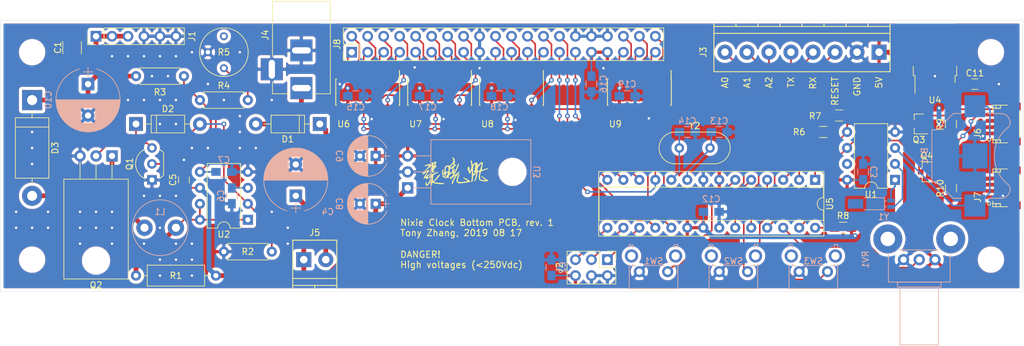
<source format=kicad_pcb>
(kicad_pcb (version 20171130) (host pcbnew "(5.1.2-1)-1")

  (general
    (thickness 1.6)
    (drawings 14)
    (tracks 470)
    (zones 0)
    (modules 66)
    (nets 80)
  )

  (page A4)
  (title_block
    (title "Nixie Clock Bottom PCB")
    (date 2019-08-15)
    (rev 1)
    (company "Tony Zhang")
  )

  (layers
    (0 F.Cu signal)
    (31 B.Cu signal)
    (32 B.Adhes user)
    (33 F.Adhes user)
    (34 B.Paste user)
    (35 F.Paste user)
    (36 B.SilkS user)
    (37 F.SilkS user)
    (38 B.Mask user)
    (39 F.Mask user)
    (40 Dwgs.User user)
    (41 Cmts.User user)
    (42 Eco1.User user)
    (43 Eco2.User user)
    (44 Edge.Cuts user)
    (45 Margin user)
    (46 B.CrtYd user)
    (47 F.CrtYd user)
    (48 B.Fab user hide)
    (49 F.Fab user hide)
  )

  (setup
    (last_trace_width 0.254)
    (user_trace_width 0.254)
    (user_trace_width 0.762)
    (user_trace_width 1.27)
    (trace_clearance 0.254)
    (zone_clearance 0.508)
    (zone_45_only no)
    (trace_min 0.1524)
    (via_size 0.762)
    (via_drill 0.381)
    (via_min_size 0.508)
    (via_min_drill 0.254)
    (uvia_size 0.3)
    (uvia_drill 0.1)
    (uvias_allowed no)
    (uvia_min_size 0.2)
    (uvia_min_drill 0.1)
    (edge_width 0.05)
    (segment_width 0.2)
    (pcb_text_width 0.3)
    (pcb_text_size 1.5 1.5)
    (mod_edge_width 0.12)
    (mod_text_size 1 1)
    (mod_text_width 0.15)
    (pad_size 6.4 6.4)
    (pad_drill 3.200001)
    (pad_to_mask_clearance 0.0508)
    (solder_mask_min_width 0.1016)
    (aux_axis_origin 0 0)
    (visible_elements FFFFFF7F)
    (pcbplotparams
      (layerselection 0x010fc_ffffffff)
      (usegerberextensions false)
      (usegerberattributes false)
      (usegerberadvancedattributes false)
      (creategerberjobfile false)
      (excludeedgelayer true)
      (linewidth 0.100000)
      (plotframeref false)
      (viasonmask false)
      (mode 1)
      (useauxorigin false)
      (hpglpennumber 1)
      (hpglpenspeed 20)
      (hpglpendiameter 15.000000)
      (psnegative false)
      (psa4output false)
      (plotreference true)
      (plotvalue true)
      (plotinvisibletext false)
      (padsonsilk false)
      (subtractmaskfromsilk false)
      (outputformat 1)
      (mirror false)
      (drillshape 1)
      (scaleselection 1)
      (outputdirectory ""))
  )

  (net 0 "")
  (net 1 +BATT)
  (net 2 GND)
  (net 3 VCC)
  (net 4 +VDC)
  (net 5 "Net-(C6-Pad1)")
  (net 6 "/Power Supplies/HV")
  (net 7 +3V3)
  (net 8 /Atmega328P/XTAL1)
  (net 9 /Atmega328P/XTAL2)
  (net 10 "Net-(D1-Pad1)")
  (net 11 "Net-(D2-Pad1)")
  (net 12 "Net-(D2-Pad2)")
  (net 13 /disp_clk)
  (net 14 /RX)
  (net 15 /TX)
  (net 16 /AD0)
  (net 17 /AD1)
  (net 18 /AD2)
  (net 19 /pwm_red)
  (net 20 /pwm_grn)
  (net 21 /pwm_blu)
  (net 22 "/Qwiic Ports/LV_SDA")
  (net 23 "/Qwiic Ports/LV_SCL")
  (net 24 "Net-(L1-Pad1)")
  (net 25 /HV_SDA)
  (net 26 /HV_SCL)
  (net 27 /led_ctrl)
  (net 28 /clk_mode)
  (net 29 /clk_st_stp)
  (net 30 /clk_rst)
  (net 31 "Net-(U1-Pad1)")
  (net 32 "Net-(U1-Pad2)")
  (net 33 /19b_D)
  (net 34 /19b_B)
  (net 35 /19b_C)
  (net 36 /disp_latch)
  (net 37 /disp_data)
  (net 38 "Net-(C7-Pad1)")
  (net 39 "Net-(D1-Pad2)")
  (net 40 "/Tube Control Registers/h7")
  (net 41 "/Tube Control Registers/h6")
  (net 42 "/Tube Control Registers/h5")
  (net 43 "/Tube Control Registers/h4")
  (net 44 "/Tube Control Registers/h3")
  (net 45 "/Tube Control Registers/h2")
  (net 46 "/Tube Control Registers/h1")
  (net 47 "/Tube Control Registers/h0")
  (net 48 "/Tube Control Registers/m7")
  (net 49 "/Tube Control Registers/m6")
  (net 50 "/Tube Control Registers/m5")
  (net 51 "/Tube Control Registers/m4")
  (net 52 "/Tube Control Registers/m3")
  (net 53 "/Tube Control Registers/m2")
  (net 54 "/Tube Control Registers/m1")
  (net 55 "/Tube Control Registers/m0")
  (net 56 "/Tube Control Registers/s7")
  (net 57 "/Tube Control Registers/s6")
  (net 58 "/Tube Control Registers/s5")
  (net 59 "/Tube Control Registers/s4")
  (net 60 "/Tube Control Registers/s3")
  (net 61 "/Tube Control Registers/s2")
  (net 62 "/Tube Control Registers/s1")
  (net 63 "/Tube Control Registers/s0")
  (net 64 "/Tube Control Registers/d1")
  (net 65 "/Tube Control Registers/d2")
  (net 66 "/Tube Control Registers/d3")
  (net 67 "/Tube Control Registers/d4")
  (net 68 "/Tube Control Registers/d5")
  (net 69 "/Tube Control Registers/d6")
  (net 70 "Net-(U1-Pad7)")
  (net 71 "Net-(U6-Pad9)")
  (net 72 "Net-(U6-Pad14)")
  (net 73 "Net-(U7-Pad14)")
  (net 74 "Net-(U8-Pad14)")
  (net 75 "Net-(U9-Pad1)")
  (net 76 "Net-(U9-Pad15)")
  (net 77 /RESET)
  (net 78 "Net-(D3-Pad2)")
  (net 79 "Net-(R4-Pad2)")

  (net_class Default "This is the default net class."
    (clearance 0.254)
    (trace_width 0.254)
    (via_dia 0.762)
    (via_drill 0.381)
    (uvia_dia 0.3)
    (uvia_drill 0.1)
    (add_net +3V3)
    (add_net +BATT)
    (add_net +VDC)
    (add_net /19b_B)
    (add_net /19b_C)
    (add_net /19b_D)
    (add_net /AD0)
    (add_net /AD1)
    (add_net /AD2)
    (add_net /Atmega328P/XTAL1)
    (add_net /Atmega328P/XTAL2)
    (add_net /HV_SCL)
    (add_net /HV_SDA)
    (add_net "/Power Supplies/HV")
    (add_net "/Qwiic Ports/LV_SCL")
    (add_net "/Qwiic Ports/LV_SDA")
    (add_net /RESET)
    (add_net /RX)
    (add_net /TX)
    (add_net "/Tube Control Registers/d1")
    (add_net "/Tube Control Registers/d2")
    (add_net "/Tube Control Registers/d3")
    (add_net "/Tube Control Registers/d4")
    (add_net "/Tube Control Registers/d5")
    (add_net "/Tube Control Registers/d6")
    (add_net "/Tube Control Registers/h0")
    (add_net "/Tube Control Registers/h1")
    (add_net "/Tube Control Registers/h2")
    (add_net "/Tube Control Registers/h3")
    (add_net "/Tube Control Registers/h4")
    (add_net "/Tube Control Registers/h5")
    (add_net "/Tube Control Registers/h6")
    (add_net "/Tube Control Registers/h7")
    (add_net "/Tube Control Registers/m0")
    (add_net "/Tube Control Registers/m1")
    (add_net "/Tube Control Registers/m2")
    (add_net "/Tube Control Registers/m3")
    (add_net "/Tube Control Registers/m4")
    (add_net "/Tube Control Registers/m5")
    (add_net "/Tube Control Registers/m6")
    (add_net "/Tube Control Registers/m7")
    (add_net "/Tube Control Registers/s0")
    (add_net "/Tube Control Registers/s1")
    (add_net "/Tube Control Registers/s2")
    (add_net "/Tube Control Registers/s3")
    (add_net "/Tube Control Registers/s4")
    (add_net "/Tube Control Registers/s5")
    (add_net "/Tube Control Registers/s6")
    (add_net "/Tube Control Registers/s7")
    (add_net /clk_mode)
    (add_net /clk_rst)
    (add_net /clk_st_stp)
    (add_net /disp_clk)
    (add_net /disp_data)
    (add_net /disp_latch)
    (add_net /led_ctrl)
    (add_net /pwm_blu)
    (add_net /pwm_grn)
    (add_net /pwm_red)
    (add_net GND)
    (add_net "Net-(C6-Pad1)")
    (add_net "Net-(C7-Pad1)")
    (add_net "Net-(D1-Pad1)")
    (add_net "Net-(D1-Pad2)")
    (add_net "Net-(D2-Pad1)")
    (add_net "Net-(D2-Pad2)")
    (add_net "Net-(D3-Pad2)")
    (add_net "Net-(L1-Pad1)")
    (add_net "Net-(R4-Pad2)")
    (add_net "Net-(U1-Pad1)")
    (add_net "Net-(U1-Pad2)")
    (add_net "Net-(U1-Pad7)")
    (add_net "Net-(U6-Pad14)")
    (add_net "Net-(U6-Pad9)")
    (add_net "Net-(U7-Pad14)")
    (add_net "Net-(U8-Pad14)")
    (add_net "Net-(U9-Pad1)")
    (add_net "Net-(U9-Pad15)")
    (add_net VCC)
  )

  (net_class HV ""
    (clearance 0.4064)
    (trace_width 0.254)
    (via_dia 0.762)
    (via_drill 0.381)
    (uvia_dia 0.3)
    (uvia_drill 0.1)
  )

  (module logos:chinese-signature-5mm (layer F.Cu) (tedit 5D58F63A) (tstamp 5D591182)
    (at 123.19 100.33)
    (fp_text reference G*** (at 0 0) (layer F.SilkS) hide
      (effects (font (size 1.524 1.524) (thickness 0.3)))
    )
    (fp_text value LOGO (at 0.75 0) (layer F.SilkS) hide
      (effects (font (size 1.524 1.524) (thickness 0.3)))
    )
    (fp_line (start 5.5 -2.5) (end -5.5 -2.5) (layer F.CrtYd) (width 0.12))
    (fp_line (start 5.5 2.5) (end 5.5 -2.5) (layer F.CrtYd) (width 0.12))
    (fp_line (start -5.5 2.5) (end 5.5 2.5) (layer F.CrtYd) (width 0.12))
    (fp_line (start -5.5 -2.5) (end -5.5 2.5) (layer F.CrtYd) (width 0.12))
    (fp_poly (pts (xy 5.334 -0.60325) (xy 5.30225 -0.5715) (xy 5.2705 -0.60325) (xy 5.30225 -0.635)
      (xy 5.334 -0.60325)) (layer F.SilkS) (width 0.01))
    (fp_poly (pts (xy 2.570947 -1.743261) (xy 2.627394 -1.533742) (xy 2.64688 -1.398741) (xy 2.686886 -1.060956)
      (xy 2.862557 -1.276197) (xy 2.977791 -1.396317) (xy 3.064288 -1.449112) (xy 3.084896 -1.44477)
      (xy 3.165466 -1.438667) (xy 3.215973 -1.468156) (xy 3.341429 -1.521029) (xy 3.436049 -1.459708)
      (xy 3.488367 -1.295513) (xy 3.495042 -1.192618) (xy 3.498776 -1.026985) (xy 3.513587 -0.974344)
      (xy 3.551254 -1.020692) (xy 3.586372 -1.084023) (xy 3.687568 -1.214806) (xy 3.838515 -1.352045)
      (xy 4.005108 -1.471408) (xy 4.153243 -1.548562) (xy 4.248816 -1.559176) (xy 4.250771 -1.558055)
      (xy 4.301888 -1.459193) (xy 4.314819 -1.270456) (xy 4.290731 -1.022719) (xy 4.230794 -0.746853)
      (xy 4.218429 -0.703763) (xy 4.169332 -0.513287) (xy 4.148001 -0.376677) (xy 4.153424 -0.333909)
      (xy 4.226445 -0.335214) (xy 4.384449 -0.371961) (xy 4.590846 -0.435422) (xy 4.851882 -0.515667)
      (xy 5.050212 -0.561106) (xy 5.168911 -0.569375) (xy 5.191053 -0.538106) (xy 5.172074 -0.516667)
      (xy 5.115321 -0.478553) (xy 5.009791 -0.429841) (xy 4.835683 -0.36272) (xy 4.573193 -0.26938)
      (xy 4.34975 -0.192302) (xy 4.159496 -0.118414) (xy 4.05269 -0.03873) (xy 3.990159 0.08561)
      (xy 3.957985 0.196358) (xy 3.911523 0.437051) (xy 3.88256 0.711124) (xy 3.87861 0.807994)
      (xy 3.882164 1.007307) (xy 3.912754 1.122455) (xy 3.988456 1.195958) (xy 4.060846 1.236619)
      (xy 4.248379 1.299058) (xy 4.474336 1.330526) (xy 4.521221 1.331488) (xy 4.79425 1.329476)
      (xy 4.603843 1.188613) (xy 4.363628 1.000524) (xy 4.186201 0.840572) (xy 4.086321 0.723336)
      (xy 4.07506 0.666272) (xy 4.143322 0.679503) (xy 4.28097 0.755374) (xy 4.456016 0.875884)
      (xy 4.669367 1.027177) (xy 4.876962 1.161633) (xy 5.004674 1.234584) (xy 5.153841 1.333714)
      (xy 5.179059 1.414703) (xy 5.082511 1.474234) (xy 4.866379 1.508989) (xy 4.822153 1.511954)
      (xy 4.504432 1.505722) (xy 4.197272 1.45738) (xy 3.941164 1.375784) (xy 3.794125 1.287139)
      (xy 3.721192 1.149996) (xy 3.685635 0.927167) (xy 3.68901 0.654808) (xy 3.732871 0.369075)
      (xy 3.751482 0.29567) (xy 3.794671 0.129576) (xy 3.79105 0.045064) (xy 3.724727 0.000538)
      (xy 3.626728 -0.030886) (xy 3.520739 -0.051912) (xy 3.498517 0.000422) (xy 3.516813 0.088226)
      (xy 3.527739 0.213584) (xy 3.493709 0.254) (xy 3.446325 0.308673) (xy 3.429 0.424459)
      (xy 3.40636 0.632893) (xy 3.347666 0.882076) (xy 3.266755 1.128997) (xy 3.177467 1.330642)
      (xy 3.103596 1.435902) (xy 2.98973 1.510088) (xy 2.942618 1.484064) (xy 2.975453 1.372772)
      (xy 3.004029 1.323134) (xy 3.089858 1.123578) (xy 3.175804 0.798776) (xy 3.261415 0.350479)
      (xy 3.272086 0.28575) (xy 3.285951 0.129395) (xy 3.263418 0.088381) (xy 3.213097 0.159288)
      (xy 3.144335 0.336453) (xy 3.066736 0.487351) (xy 2.956023 0.535208) (xy 2.940106 0.535176)
      (xy 2.869208 0.54384) (xy 2.823449 0.592859) (xy 2.792987 0.708106) (xy 2.767984 0.915456)
      (xy 2.758987 1.011426) (xy 2.719696 1.325304) (xy 2.666554 1.526669) (xy 2.594377 1.629708)
      (xy 2.52534 1.651) (xy 2.492518 1.598134) (xy 2.508608 1.476375) (xy 2.527839 1.34623)
      (xy 2.546343 1.120717) (xy 2.562024 0.831459) (xy 2.572785 0.510079) (xy 2.572833 0.508)
      (xy 2.591182 -0.28575) (xy 2.43525 0.020053) (xy 2.315681 0.215773) (xy 2.220737 0.288139)
      (xy 2.1523 0.237183) (xy 2.112252 0.062939) (xy 2.107886 0.014271) (xy 2.08366 -0.154221)
      (xy 2.038065 -0.216744) (xy 1.996761 -0.212125) (xy 1.939362 -0.217466) (xy 1.911496 -0.306128)
      (xy 1.905 -0.47145) (xy 1.921205 -0.679016) (xy 1.974414 -0.785799) (xy 2.006658 -0.804996)
      (xy 2.120474 -0.796336) (xy 2.193608 -0.673954) (xy 2.221412 -0.445909) (xy 2.221527 -0.432373)
      (xy 2.238672 -0.241562) (xy 2.284348 -0.173513) (xy 2.353052 -0.228634) (xy 2.439282 -0.407332)
      (xy 2.442618 -0.416006) (xy 2.451658 -0.447346) (xy 2.766854 -0.447346) (xy 2.77408 -0.254)
      (xy 2.791608 -0.012545) (xy 2.810463 0.183347) (xy 2.826891 0.295427) (xy 2.828582 0.301625)
      (xy 2.885618 0.377726) (xy 2.955405 0.344175) (xy 3.0121 0.216176) (xy 3.014649 0.043191)
      (xy 2.973756 -0.044696) (xy 2.930879 -0.133901) (xy 2.993886 -0.213467) (xy 3.00913 -0.224897)
      (xy 3.033953 -0.254) (xy 3.2385 -0.254) (xy 3.261733 -0.201733) (xy 3.280833 -0.211667)
      (xy 3.288433 -0.287027) (xy 3.280833 -0.296334) (xy 3.243082 -0.287617) (xy 3.2385 -0.254)
      (xy 3.033953 -0.254) (xy 3.085007 -0.313854) (xy 3.086711 -0.369736) (xy 3.081594 -0.409463)
      (xy 3.4925 -0.409463) (xy 3.498791 -0.243603) (xy 3.531518 -0.17349) (xy 3.611465 -0.167995)
      (xy 3.64931 -0.174588) (xy 3.794635 -0.225702) (xy 3.867336 -0.278324) (xy 3.913989 -0.373435)
      (xy 3.97366 -0.545987) (xy 4.0369 -0.760528) (xy 4.094258 -0.981608) (xy 4.136285 -1.173777)
      (xy 4.153529 -1.301584) (xy 4.14832 -1.332382) (xy 4.092805 -1.304984) (xy 3.97783 -1.202373)
      (xy 3.8267 -1.04566) (xy 3.803243 -1.019782) (xy 3.635907 -0.823298) (xy 3.541378 -0.675788)
      (xy 3.50017 -0.53898) (xy 3.4925 -0.409463) (xy 3.081594 -0.409463) (xy 3.074454 -0.464896)
      (xy 3.08799 -0.632415) (xy 3.100024 -0.707336) (xy 3.12614 -0.928468) (xy 3.120883 -1.104203)
      (xy 3.088727 -1.210828) (xy 3.034149 -1.22463) (xy 3.007206 -1.199054) (xy 2.865526 -0.981239)
      (xy 2.788703 -0.744022) (xy 2.766854 -0.447346) (xy 2.451658 -0.447346) (xy 2.508463 -0.64427)
      (xy 2.523739 -0.883764) (xy 2.506978 -1.097349) (xy 2.473244 -1.326713) (xy 2.431826 -1.517624)
      (xy 2.399839 -1.610193) (xy 2.375054 -1.745515) (xy 2.407117 -1.797518) (xy 2.496967 -1.832108)
      (xy 2.570947 -1.743261)) (layer F.SilkS) (width 0.01))
    (fp_poly (pts (xy 0.631672 0.369216) (xy 0.607569 0.521118) (xy 0.513661 0.768336) (xy 0.513018 0.769802)
      (xy 0.426862 0.996276) (xy 0.360611 1.222517) (xy 0.348226 1.280407) (xy 0.334971 1.436977)
      (xy 0.373508 1.542138) (xy 0.479627 1.601589) (xy 0.669119 1.621029) (xy 0.957773 1.606156)
      (xy 1.18655 1.582976) (xy 1.543066 1.538483) (xy 1.779342 1.496743) (xy 1.902032 1.455241)
      (xy 1.917786 1.411467) (xy 1.833256 1.362908) (xy 1.80088 1.350991) (xy 1.649936 1.277083)
      (xy 1.480061 1.164278) (xy 1.327034 1.040461) (xy 1.226631 0.933522) (xy 1.2065 0.887684)
      (xy 1.25682 0.890745) (xy 1.388749 0.942519) (xy 1.573738 1.02852) (xy 1.783236 1.134263)
      (xy 1.988696 1.245259) (xy 2.161568 1.347022) (xy 2.273303 1.425066) (xy 2.283278 1.434074)
      (xy 2.33475 1.503175) (xy 2.32081 1.559623) (xy 2.228831 1.607943) (xy 2.046187 1.652659)
      (xy 1.760252 1.698297) (xy 1.426189 1.741239) (xy 1.05849 1.785888) (xy 0.795588 1.81568)
      (xy 0.616031 1.829572) (xy 0.498371 1.826519) (xy 0.421157 1.80548) (xy 0.362938 1.76541)
      (xy 0.302264 1.705267) (xy 0.282863 1.685636) (xy 0.186914 1.578895) (xy 0.141041 1.478567)
      (xy 0.142358 1.348641) (xy 0.187975 1.153108) (xy 0.228805 1.01165) (xy 0.319787 0.745556)
      (xy 0.418786 0.523548) (xy 0.512231 0.372061) (xy 0.585191 0.3175) (xy 0.631672 0.369216)) (layer F.SilkS) (width 0.01))
    (fp_poly (pts (xy -0.384846 -2.297538) (xy -0.275707 -2.197689) (xy -0.165579 -2.028779) (xy -0.153369 -1.874209)
      (xy -0.157792 -1.854462) (xy -0.15989 -1.702611) (xy -0.115339 -1.643793) (xy -0.065452 -1.582713)
      (xy -0.111656 -1.513945) (xy -0.170377 -1.395011) (xy -0.1905 -1.255066) (xy -0.180378 -1.132603)
      (xy -0.130552 -1.112648) (xy -0.058062 -1.145911) (xy 0.069788 -1.196203) (xy 0.110442 -1.172129)
      (xy 0.06728 -1.088346) (xy -0.056316 -0.959512) (xy -0.11219 -0.911257) (xy -0.284854 -0.746902)
      (xy -0.366345 -0.606246) (xy -0.381 -0.502734) (xy -0.356298 -0.35689) (xy -0.2925 -0.324888)
      (xy -0.205075 -0.412912) (xy -0.195587 -0.428625) (xy -0.145178 -0.501474) (xy -0.130125 -0.455634)
      (xy -0.128931 -0.411005) (xy -0.163199 -0.261388) (xy -0.226679 -0.139948) (xy -0.293611 0.005373)
      (xy -0.302434 0.112306) (xy -0.266831 0.119323) (xy -0.194764 0.029791) (xy -0.097674 -0.135216)
      (xy 0.013001 -0.354626) (xy 0.125823 -0.607368) (xy 0.223881 -0.85725) (xy 0.329559 -1.119918)
      (xy 0.414983 -1.266392) (xy 0.485721 -1.304825) (xy 0.517084 -1.286316) (xy 0.522136 -1.201379)
      (xy 0.478354 -1.029049) (xy 0.396073 -0.794308) (xy 0.285626 -0.522138) (xy 0.157348 -0.237521)
      (xy 0.021572 0.03456) (xy -0.111367 0.269123) (xy -0.15373 0.335356) (xy -0.225506 0.462363)
      (xy -0.244481 0.537519) (xy -0.242377 0.540789) (xy -0.18333 0.517479) (xy -0.052108 0.429973)
      (xy 0.126012 0.295518) (xy 0.179294 0.253058) (xy 0.36688 0.104865) (xy 0.514472 -0.006194)
      (xy 0.596292 -0.060887) (xy 0.603569 -0.0635) (xy 0.639655 -0.020483) (xy 0.612862 0.079384)
      (xy 0.537794 0.192324) (xy 0.508371 0.221914) (xy 0.388749 0.356279) (xy 0.23679 0.563699)
      (xy 0.069621 0.816025) (xy -0.095626 1.085111) (xy -0.241822 1.342809) (xy -0.351837 1.560972)
      (xy -0.408541 1.711451) (xy -0.412352 1.734837) (xy -0.447866 1.891317) (xy -0.509074 1.952527)
      (xy -0.575225 1.906788) (xy -0.603039 1.842167) (xy -0.596129 1.702696) (xy -0.524562 1.492825)
      (xy -0.401962 1.242153) (xy -0.241958 0.980281) (xy -0.142317 0.841375) (xy -0.054299 0.714351)
      (xy -0.021079 0.641651) (xy -0.026448 0.635) (xy -0.126338 0.673599) (xy -0.2856 0.773529)
      (xy -0.469369 0.910985) (xy -0.618174 1.03897) (xy -0.753028 1.143238) (xy -0.850617 1.184259)
      (xy -0.888674 1.160933) (xy -0.844936 1.072159) (xy -0.826774 1.049284) (xy -0.780957 0.973269)
      (xy -0.83655 0.95265) (xy -0.849475 0.9525) (xy -0.943942 0.929485) (xy -0.937554 0.876759)
      (xy -0.844315 0.818798) (xy -0.758166 0.792907) (xy -0.595241 0.708154) (xy -0.468663 0.557893)
      (xy -0.403297 0.384258) (xy -0.42401 0.229384) (xy -0.42477 0.228011) (xy -0.471418 0.173116)
      (xy -0.538734 0.181045) (xy -0.657687 0.260705) (xy -0.727053 0.314959) (xy -0.879261 0.427673)
      (xy -0.993154 0.497215) (xy -1.024732 0.508) (xy -1.059034 0.564354) (xy -1.078107 0.70513)
      (xy -1.0795 0.762) (xy -1.094078 0.944944) (xy -1.142203 1.010482) (xy -1.230461 0.965312)
      (xy -1.2558 0.9413) (xy -1.33846 0.904915) (xy -1.444609 0.969885) (xy -1.448125 0.97305)
      (xy -1.581648 1.074504) (xy -1.645176 1.0799) (xy -1.639244 0.998795) (xy -1.564385 0.840745)
      (xy -1.42875 0.626343) (xy -1.310023 0.434764) (xy -1.229383 0.268326) (xy -1.2065 0.181346)
      (xy -1.217745 0.101928) (xy -1.275013 0.099819) (xy -1.375752 0.148123) (xy -1.490839 0.235409)
      (xy -1.549203 0.369505) (xy -1.569431 0.515276) (xy -1.622064 0.742252) (xy -1.723585 0.897131)
      (xy -1.852173 0.9525) (xy -1.917948 0.90471) (xy -2.009223 0.788885) (xy -2.014522 0.78088)
      (xy -2.076416 0.616004) (xy -2.106724 0.430734) (xy -1.961247 0.430734) (xy -1.926498 0.546354)
      (xy -1.906572 0.599116) (xy -1.829271 0.733581) (xy -1.759824 0.747283) (xy -1.718563 0.643145)
      (xy -1.7145 0.5715) (xy -1.734458 0.432059) (xy -1.808717 0.382965) (xy -1.8415 0.381)
      (xy -1.936458 0.387494) (xy -1.961247 0.430734) (xy -2.106724 0.430734) (xy -2.116138 0.373195)
      (xy -2.131087 0.100004) (xy -2.118664 -0.156019) (xy -2.076269 -0.347324) (xy -2.07621 -0.347471)
      (xy -2.021184 -0.425641) (xy -1.974267 -0.398971) (xy -1.943976 -0.289619) (xy -1.938827 -0.119745)
      (xy -1.948768 -0.015906) (xy -1.965685 0.151763) (xy -1.949532 0.221728) (xy -1.892651 0.220719)
      (xy -1.882073 0.216848) (xy -1.801108 0.127538) (xy -1.775176 0.009081) (xy -1.760752 -0.300318)
      (xy -1.5875 -0.300318) (xy -1.5875 0.01009) (xy -1.458993 -0.017441) (xy -0.980943 -0.017441)
      (xy -0.976025 0.035813) (xy -0.935533 -0.001482) (xy -0.914959 -0.028933) (xy -0.849263 -0.090654)
      (xy -0.826976 -0.057187) (xy -0.851872 0.046) (xy -0.891235 0.131174) (xy -0.925624 0.230301)
      (xy -0.878779 0.239348) (xy -0.757782 0.1595) (xy -0.682625 0.096289) (xy -0.557766 -0.050348)
      (xy -0.511 -0.228759) (xy -0.508 -0.315664) (xy -0.513594 -0.478464) (xy -0.546583 -0.544425)
      (xy -0.63128 -0.543671) (xy -0.682625 -0.532027) (xy -0.812702 -0.49802) (xy -0.882164 -0.452455)
      (xy -0.919995 -0.357637) (xy -0.954775 -0.178063) (xy -0.980943 -0.017441) (xy -1.458993 -0.017441)
      (xy -1.381125 -0.034123) (xy -1.231781 -0.071801) (xy -1.147812 -0.103603) (xy -1.145565 -0.105396)
      (xy -1.128615 -0.178981) (xy -1.116875 -0.338132) (xy -1.113815 -0.463103) (xy -1.117787 -0.658026)
      (xy -1.140667 -0.749113) (xy -0.889 -0.749113) (xy -0.840858 -0.703537) (xy -0.734857 -0.704294)
      (xy -0.628639 -0.744905) (xy -0.590531 -0.782664) (xy -0.489389 -0.876945) (xy -0.428625 -0.907671)
      (xy -0.361352 -0.977535) (xy -0.320155 -1.095745) (xy -0.314535 -1.210286) (xy -0.35399 -1.269148)
      (xy -0.362448 -1.27) (xy -0.433582 -1.227796) (xy -0.554677 -1.123282) (xy -0.692224 -0.989604)
      (xy -0.812717 -0.85991) (xy -0.882649 -0.767345) (xy -0.889 -0.749113) (xy -1.140667 -0.749113)
      (xy -1.143448 -0.760182) (xy -1.205537 -0.803616) (xy -1.266443 -0.815656) (xy -1.432035 -0.787334)
      (xy -1.53818 -0.647087) (xy -1.585001 -0.394719) (xy -1.5875 -0.300318) (xy -1.760752 -0.300318)
      (xy -1.756598 -0.389421) (xy -1.711636 -0.676683) (xy -1.633275 -0.866978) (xy -1.514499 -0.97458)
      (xy -1.348294 -1.013762) (xy -1.272513 -1.013739) (xy -1.083038 -1.008694) (xy -0.956627 -1.027246)
      (xy -0.845331 -1.088154) (xy -0.701195 -1.21018) (xy -0.648334 -1.257934) (xy -0.4906 -1.413525)
      (xy -0.410377 -1.541187) (xy -0.382834 -1.688189) (xy -0.381 -1.766796) (xy -0.399018 -1.966784)
      (xy -0.443729 -2.129555) (xy -0.457972 -2.156974) (xy -0.507525 -2.279932) (xy -0.474939 -2.32862)
      (xy -0.384846 -2.297538)) (layer F.SilkS) (width 0.01))
    (fp_poly (pts (xy -3.113498 -1.615882) (xy -3.056988 -1.522152) (xy -3.080246 -1.355015) (xy -3.175868 -1.156304)
      (xy -3.254328 -1.023385) (xy -3.266496 -0.977065) (xy -3.212914 -0.99595) (xy -3.179485 -1.013601)
      (xy -3.058486 -1.04732) (xy -3.010703 -0.99747) (xy -3.041392 -0.887767) (xy -3.126098 -0.772715)
      (xy -3.289927 -0.57809) (xy -3.430737 -0.382449) (xy -3.526491 -0.2188) (xy -3.556 -0.128794)
      (xy -3.507272 -0.083527) (xy -3.429 -0.09525) (xy -3.328458 -0.103709) (xy -3.302 -0.075555)
      (xy -3.356998 0.029326) (xy -3.488023 0.102362) (xy -3.63188 0.115999) (xy -3.747103 0.062541)
      (xy -3.797316 -0.075857) (xy -3.799744 -0.09525) (xy -3.833783 -0.255868) (xy -3.879902 -0.3567)
      (xy -3.889008 -0.440753) (xy -3.6195 -0.440753) (xy -3.599094 -0.383057) (xy -3.552268 -0.43339)
      (xy -3.531772 -0.479549) (xy -3.527334 -0.545098) (xy -3.556728 -0.539301) (xy -3.617244 -0.458)
      (xy -3.6195 -0.440753) (xy -3.889008 -0.440753) (xy -3.890172 -0.451492) (xy -3.842534 -0.507351)
      (xy -3.766178 -0.63088) (xy -3.7465 -0.739236) (xy -3.762588 -0.84462) (xy -3.836608 -0.866528)
      (xy -3.921125 -0.850753) (xy -4.022436 -0.79933) (xy -4.173875 -0.69142) (xy -4.350209 -0.54917)
      (xy -4.526206 -0.394726) (xy -4.676635 -0.250234) (xy -4.776262 -0.137841) (xy -4.799857 -0.079692)
      (xy -4.799751 -0.079585) (xy -4.736843 -0.094603) (xy -4.608299 -0.160211) (xy -4.563287 -0.186841)
      (xy -4.357997 -0.29787) (xy -4.238087 -0.326299) (xy -4.20296 -0.269051) (xy -4.252022 -0.123049)
      (xy -4.384677 0.114784) (xy -4.47675 0.260735) (xy -4.608015 0.466985) (xy -4.707489 0.629638)
      (xy -4.758874 0.721806) (xy -4.7625 0.732124) (xy -4.715913 0.713833) (xy -4.594126 0.637032)
      (xy -4.433871 0.525691) (xy -4.234597 0.405416) (xy -4.030674 0.318677) (xy -3.851337 0.273125)
      (xy -3.725817 0.276408) (xy -3.683 0.329206) (xy -3.631835 0.330195) (xy -3.497529 0.281626)
      (xy -3.308864 0.193959) (xy -3.303811 0.191414) (xy -3.055129 0.071725) (xy -2.898512 0.012983)
      (xy -2.817093 0.010846) (xy -2.794 0.060158) (xy -2.846341 0.118576) (xy -2.981941 0.208176)
      (xy -3.127375 0.286922) (xy -3.31611 0.385047) (xy -3.457946 0.465764) (xy -3.510739 0.502177)
      (xy -3.537336 0.584926) (xy -3.562552 0.760048) (xy -3.58169 0.992962) (xy -3.584454 1.04508)
      (xy -3.608181 1.539333) (xy -3.330333 1.266645) (xy -3.141091 1.062248) (xy -2.960933 0.837673)
      (xy -2.87883 0.719228) (xy -2.758618 0.567186) (xy -2.634484 0.466915) (xy -2.532619 0.432401)
      (xy -2.479216 0.477631) (xy -2.4765 0.504386) (xy -2.516919 0.584169) (xy -2.622853 0.728382)
      (xy -2.771321 0.910364) (xy -2.93934 1.103456) (xy -3.10393 1.281) (xy -3.242106 1.416334)
      (xy -3.309767 1.47099) (xy -3.456413 1.56836) (xy -3.317271 1.642827) (xy -3.198427 1.676877)
      (xy -2.985477 1.710907) (xy -2.711234 1.74044) (xy -2.478064 1.757349) (xy -2.124261 1.784141)
      (xy -1.894445 1.81679) (xy -1.789357 1.855038) (xy -1.809738 1.898625) (xy -1.944327 1.944325)
      (xy -2.125777 1.963537) (xy -2.389462 1.960347) (xy -2.693366 1.938636) (xy -2.995475 1.902284)
      (xy -3.253771 1.85517) (xy -3.408591 1.809103) (xy -3.597989 1.737061) (xy -3.698018 1.729203)
      (xy -3.733507 1.794138) (xy -3.730867 1.920875) (xy -3.738171 2.073254) (xy -3.797718 2.126562)
      (xy -3.81 2.12725) (xy -3.8699 2.09326) (xy -3.899155 1.975579) (xy -3.90525 1.80975)
      (xy -3.896159 1.619862) (xy -3.872974 1.487965) (xy -3.855947 1.455715) (xy -3.823181 1.376763)
      (xy -3.79156 1.212773) (xy -3.775286 1.074715) (xy -3.743928 0.73025) (xy -3.838453 1.06085)
      (xy -3.954812 1.427059) (xy -4.07282 1.702701) (xy -4.208996 1.923332) (xy -4.282273 2.016125)
      (xy -4.450568 2.168515) (xy -4.606216 2.223844) (xy -4.720167 2.180166) (xy -4.750042 2.089216)
      (xy -4.761498 1.929786) (xy -4.755659 1.753637) (xy -4.733645 1.612526) (xy -4.706732 1.560528)
      (xy -4.661199 1.588725) (xy -4.619927 1.69487) (xy -4.594574 1.830126) (xy -4.596798 1.945656)
      (xy -4.607781 1.975021) (xy -4.598152 2.028781) (xy -4.57898 2.032) (xy -4.488656 1.976792)
      (xy -4.375419 1.832276) (xy -4.255027 1.630114) (xy -4.143238 1.401965) (xy -4.05581 1.179492)
      (xy -4.008501 0.994354) (xy -4.011178 0.89119) (xy -4.069916 0.889125) (xy -4.198567 0.948489)
      (xy -4.310008 1.017349) (xy -4.515995 1.136248) (xy -4.639692 1.160913) (xy -4.679947 1.091407)
      (xy -4.661504 0.997895) (xy -4.638984 0.909339) (xy -4.67154 0.902507) (xy -4.783687 0.971489)
      (xy -4.965068 1.072024) (xy -5.060572 1.079594) (xy -5.070186 0.994079) (xy -4.998328 0.825735)
      (xy -4.475347 0.825735) (xy -4.471506 0.833986) (xy -4.421789 0.879812) (xy -4.345952 0.863345)
      (xy -4.217543 0.774399) (xy -4.127907 0.701677) (xy -3.994775 0.570889) (xy -3.952433 0.485196)
      (xy -4.000074 0.459942) (xy -4.136891 0.510473) (xy -4.137937 0.511014) (xy -4.324288 0.626595)
      (xy -4.444582 0.739077) (xy -4.475347 0.825735) (xy -4.998328 0.825735) (xy -4.993897 0.815356)
      (xy -4.831692 0.543306) (xy -4.718979 0.373145) (xy -4.562082 0.135501) (xy -4.482476 -0.004458)
      (xy -4.480939 -0.050409) (xy -4.558245 -0.006028) (xy -4.71517 0.125006) (xy -4.7625 0.16692)
      (xy -4.923109 0.280802) (xy -5.082903 0.349074) (xy -5.209177 0.363142) (xy -5.269224 0.314411)
      (xy -5.2705 0.300409) (xy -5.225289 0.185701) (xy -5.165067 0.1189) (xy -5.060449 0.019108)
      (xy -4.910471 -0.140218) (xy -4.735642 -0.335235) (xy -4.556474 -0.542103) (xy -4.393478 -0.736978)
      (xy -4.267164 -0.896019) (xy -4.198045 -0.995383) (xy -4.191 -1.013366) (xy -4.24509 -1.031413)
      (xy -4.384169 -1.010856) (xy -4.492625 -0.981901) (xy -4.736257 -0.914613) (xy -4.880849 -0.893525)
      (xy -4.945112 -0.917255) (xy -4.953 -0.947938) (xy -4.898067 -0.999982) (xy -4.758138 -1.071772)
      (xy -4.570518 -1.148831) (xy -4.372514 -1.216683) (xy -4.201431 -1.260849) (xy -4.123072 -1.270001)
      (xy -4.000261 -1.21478) (xy -3.944425 -1.129478) (xy -3.892443 -0.988956) (xy -3.849909 -1.068432)
      (xy -3.556 -1.068432) (xy -3.541495 -0.969772) (xy -3.49286 -0.978653) (xy -3.402415 -1.098708)
      (xy -3.364805 -1.158875) (xy -3.267722 -1.336545) (xy -3.246228 -1.423187) (xy -3.299482 -1.414272)
      (xy -3.39725 -1.3335) (xy -3.506516 -1.198827) (xy -3.555774 -1.074847) (xy -3.556 -1.068432)
      (xy -3.849909 -1.068432) (xy -3.813429 -1.136594) (xy -3.762582 -1.309685) (xy -3.763402 -1.435866)
      (xy -3.758119 -1.559812) (xy -3.705945 -1.587501) (xy -3.630391 -1.536159) (xy -3.6195 -1.487927)
      (xy -3.602265 -1.434603) (xy -3.533654 -1.454726) (xy -3.426747 -1.525605) (xy -3.240007 -1.621826)
      (xy -3.113498 -1.615882)) (layer F.SilkS) (width 0.01))
  )

  (module Mounting_Holes:MountingHole_3.2mm_M3 locked (layer F.Cu) (tedit 56D1B4CB) (tstamp 5D58F1F1)
    (at 55.88 114.3)
    (descr "Mounting Hole 3.2mm, no annular, M3")
    (tags "mounting hole 3.2mm no annular m3")
    (attr virtual)
    (fp_text reference REF** (at 0 -4.2) (layer F.SilkS) hide
      (effects (font (size 1 1) (thickness 0.15)))
    )
    (fp_text value MountingHole_3.2mm_M3 (at 0 4.2) (layer F.Fab) hide
      (effects (font (size 1 1) (thickness 0.15)))
    )
    (fp_text user %R (at 0.3 0) (layer F.Fab) hide
      (effects (font (size 1 1) (thickness 0.15)))
    )
    (fp_circle (center 0 0) (end 3.2 0) (layer Cmts.User) (width 0.15))
    (fp_circle (center 0 0) (end 3.45 0) (layer F.CrtYd) (width 0.05))
    (pad 1 np_thru_hole circle (at 0 0) (size 3.2 3.2) (drill 3.2) (layers *.Cu *.Mask))
  )

  (module Mounting_Holes:MountingHole_3.2mm_M3 (layer F.Cu) (tedit 56D1B4CB) (tstamp 5D55535F)
    (at 208.28 81.28)
    (descr "Mounting Hole 3.2mm, no annular, M3")
    (tags "mounting hole 3.2mm no annular m3")
    (attr virtual)
    (fp_text reference REF** (at 0 -4.2) (layer F.SilkS) hide
      (effects (font (size 1 1) (thickness 0.15)))
    )
    (fp_text value MountingHole_3.2mm_M3 (at 0 4.2) (layer F.Fab) hide
      (effects (font (size 1 1) (thickness 0.15)))
    )
    (fp_text user %R (at 0.3 0) (layer F.Fab) hide
      (effects (font (size 1 1) (thickness 0.15)))
    )
    (fp_circle (center 0 0) (end 3.2 0) (layer Cmts.User) (width 0.15))
    (fp_circle (center 0 0) (end 3.45 0) (layer F.CrtYd) (width 0.05))
    (pad 1 np_thru_hole circle (at 0 0) (size 3.2 3.2) (drill 3.2) (layers *.Cu *.Mask))
  )

  (module Mounting_Holes:MountingHole_3.2mm_M3 locked (layer F.Cu) (tedit 56D1B4CB) (tstamp 5D55535F)
    (at 208.28 114.3)
    (descr "Mounting Hole 3.2mm, no annular, M3")
    (tags "mounting hole 3.2mm no annular m3")
    (attr virtual)
    (fp_text reference REF** (at 0 -4.2) (layer F.SilkS) hide
      (effects (font (size 1 1) (thickness 0.15)))
    )
    (fp_text value MountingHole_3.2mm_M3 (at 0 4.2) (layer F.Fab) hide
      (effects (font (size 1 1) (thickness 0.15)))
    )
    (fp_text user %R (at 0.3 0) (layer F.Fab) hide
      (effects (font (size 1 1) (thickness 0.15)))
    )
    (fp_circle (center 0 0) (end 3.2 0) (layer Cmts.User) (width 0.15))
    (fp_circle (center 0 0) (end 3.45 0) (layer F.CrtYd) (width 0.05))
    (pad 1 np_thru_hole circle (at 0 0) (size 3.2 3.2) (drill 3.2) (layers *.Cu *.Mask))
  )

  (module Mounting_Holes:MountingHole_3.2mm_M3 locked (layer F.Cu) (tedit 56D1B4CB) (tstamp 5D55535F)
    (at 55.88 81.28)
    (descr "Mounting Hole 3.2mm, no annular, M3")
    (tags "mounting hole 3.2mm no annular m3")
    (attr virtual)
    (fp_text reference REF** (at 0 -4.2) (layer F.SilkS) hide
      (effects (font (size 1 1) (thickness 0.15)))
    )
    (fp_text value MountingHole_3.2mm_M3 (at 0 4.2) (layer F.Fab) hide
      (effects (font (size 1 1) (thickness 0.15)))
    )
    (fp_text user %R (at 0.3 0) (layer F.Fab) hide
      (effects (font (size 1 1) (thickness 0.15)))
    )
    (fp_circle (center 0 0) (end 3.2 0) (layer Cmts.User) (width 0.15))
    (fp_circle (center 0 0) (end 3.45 0) (layer F.CrtYd) (width 0.05))
    (pad 1 np_thru_hole circle (at 0 0) (size 3.2 3.2) (drill 3.2) (layers *.Cu *.Mask))
  )

  (module Potentiometers:Potentiometer_Bourns_PTV09A-2_Vertical (layer B.Cu) (tedit 58826B08) (tstamp 5D58AE09)
    (at 199.39 114.3 270)
    (descr "Potentiometer, vertically mounted, Omeg PC16PU, Omeg PC16PU, Omeg PC16PU, Vishay/Spectrol 248GJ/249GJ Single, Vishay/Spectrol 248GJ/249GJ Single, Vishay/Spectrol 248GJ/249GJ Single, Vishay/Spectrol 248GH/249GH Single, Vishay/Spectrol 148/149 Single, Vishay/Spectrol 148/149 Single, Vishay/Spectrol 148/149 Single, Vishay/Spectrol 148A/149A Single with mounting plates, Vishay/Spectrol 148/149 Double, Vishay/Spectrol 148A/149A Double with mounting plates, Piher PC-16 Single, Piher PC-16 Single, Piher PC-16 Single, Piher PC-16SV Single, Piher PC-16 Double, Piher PC-16 Triple, Piher T16H Single, Piher T16L Single, Piher T16H Double, Alps RK163 Single, Alps RK163 Double, Alps RK097 Single, Alps RK097 Double, Bourns PTV09A-2 Single with mounting sleve Single, http://www.bourns.com/docs/Product-Datasheets/ptv09.pdf")
    (tags "Potentiometer vertical  Omeg PC16PU  Omeg PC16PU  Omeg PC16PU  Vishay/Spectrol 248GJ/249GJ Single  Vishay/Spectrol 248GJ/249GJ Single  Vishay/Spectrol 248GJ/249GJ Single  Vishay/Spectrol 248GH/249GH Single  Vishay/Spectrol 148/149 Single  Vishay/Spectrol 148/149 Single  Vishay/Spectrol 148/149 Single  Vishay/Spectrol 148A/149A Single with mounting plates  Vishay/Spectrol 148/149 Double  Vishay/Spectrol 148A/149A Double with mounting plates  Piher PC-16 Single  Piher PC-16 Single  Piher PC-16 Single  Piher PC-16SV Single  Piher PC-16 Double  Piher PC-16 Triple  Piher T16H Single  Piher T16L Single  Piher T16H Double  Alps RK163 Single  Alps RK163 Double  Alps RK097 Single  Alps RK097 Double  Bourns PTV09A-2 Single with mounting sleve Single")
    (path /5DD94D65)
    (fp_text reference RV1 (at 0 11.05 270) (layer B.SilkS)
      (effects (font (size 1 1) (thickness 0.15)) (justify mirror))
    )
    (fp_text value 10k (at 0 -6.05 270) (layer B.Fab)
      (effects (font (size 1 1) (thickness 0.15)) (justify mirror))
    )
    (fp_line (start -1.5 7.35) (end -1.5 -2.35) (layer B.Fab) (width 0.1))
    (fp_line (start -1.5 -2.35) (end 3.5 -2.35) (layer B.Fab) (width 0.1))
    (fp_line (start 3.5 -2.35) (end 3.5 7.35) (layer B.Fab) (width 0.1))
    (fp_line (start 3.5 7.35) (end -1.5 7.35) (layer B.Fab) (width 0.1))
    (fp_line (start 3.5 5.9) (end 3.5 -0.9) (layer B.Fab) (width 0.1))
    (fp_line (start 3.5 -0.9) (end 4.3 -0.9) (layer B.Fab) (width 0.1))
    (fp_line (start 4.3 -0.9) (end 4.3 5.9) (layer B.Fab) (width 0.1))
    (fp_line (start 4.3 5.9) (end 3.5 5.9) (layer B.Fab) (width 0.1))
    (fp_line (start 4.3 5.5) (end 4.3 -0.5) (layer B.Fab) (width 0.1))
    (fp_line (start 4.3 -0.5) (end 13.5 -0.5) (layer B.Fab) (width 0.1))
    (fp_line (start 13.5 -0.5) (end 13.5 5.5) (layer B.Fab) (width 0.1))
    (fp_line (start 13.5 5.5) (end 4.3 5.5) (layer B.Fab) (width 0.1))
    (fp_line (start -0.805 7.41) (end 3.56 7.41) (layer B.SilkS) (width 0.12))
    (fp_line (start -0.805 -2.41) (end 3.56 -2.41) (layer B.SilkS) (width 0.12))
    (fp_line (start -1.56 5.625) (end -1.56 -0.625) (layer B.SilkS) (width 0.12))
    (fp_line (start 3.56 7.41) (end 3.56 -2.41) (layer B.SilkS) (width 0.12))
    (fp_line (start 3.56 5.96) (end 4.36 5.96) (layer B.SilkS) (width 0.12))
    (fp_line (start 3.56 -0.96) (end 4.36 -0.96) (layer B.SilkS) (width 0.12))
    (fp_line (start 3.56 5.96) (end 3.56 -0.96) (layer B.SilkS) (width 0.12))
    (fp_line (start 4.36 5.96) (end 4.36 -0.96) (layer B.SilkS) (width 0.12))
    (fp_line (start 4.36 5.56) (end 13.56 5.56) (layer B.SilkS) (width 0.12))
    (fp_line (start 4.36 -0.56) (end 13.56 -0.56) (layer B.SilkS) (width 0.12))
    (fp_line (start 4.36 5.56) (end 4.36 -0.56) (layer B.SilkS) (width 0.12))
    (fp_line (start 13.56 5.56) (end 13.56 -0.56) (layer B.SilkS) (width 0.12))
    (fp_line (start -5.85 10.05) (end -5.85 -5.1) (layer B.CrtYd) (width 0.05))
    (fp_line (start -5.85 -5.1) (end 13.75 -5.1) (layer B.CrtYd) (width 0.05))
    (fp_line (start 13.75 -5.1) (end 13.75 10.05) (layer B.CrtYd) (width 0.05))
    (fp_line (start 13.75 10.05) (end -5.85 10.05) (layer B.CrtYd) (width 0.05))
    (pad 3 thru_hole circle (at 0 5 270) (size 1.8 1.8) (drill 1) (layers *.Cu *.Mask)
      (net 2 GND))
    (pad 2 thru_hole circle (at 0 2.5 270) (size 1.8 1.8) (drill 1) (layers *.Cu *.Mask)
      (net 27 /led_ctrl))
    (pad 1 thru_hole circle (at 0 0 270) (size 1.8 1.8) (drill 1) (layers *.Cu *.Mask)
      (net 3 VCC))
    (pad 0 thru_hole circle (at -3.3 7.5 270) (size 4.6 4.6) (drill 2.3) (layers *.Cu *.Mask))
    (pad 0 thru_hole circle (at -3.3 -2.5 270) (size 4.6 4.6) (drill 2.3) (layers *.Cu *.Mask))
    (model Potentiometers.3dshapes/Potentiometer_Bourns_PTV09A-2_Vertical.wrl
      (at (xyz 0 0 0))
      (scale (xyz 0.393701 0.393701 0.393701))
      (rotate (xyz 0 0 0))
    )
  )

  (module Buttons_Switches_THT:SW_Tactile_SPST_Angled_PTS645Vx83-2LFS (layer B.Cu) (tedit 592CAFEF) (tstamp 5D555548)
    (at 177.8 116.205)
    (descr "tactile switch SPST right angle, PTS645VL83-2 LFS")
    (tags "tactile switch SPST angled PTS645VL83-2 LFS C&K Button")
    (path /5DBE8147)
    (fp_text reference SW3 (at 2.25 -1.68) (layer B.SilkS)
      (effects (font (size 1 1) (thickness 0.15)) (justify mirror))
    )
    (fp_text value Reset (at 2.25 -5.38988) (layer B.Fab)
      (effects (font (size 1 1) (thickness 0.15)) (justify mirror))
    )
    (fp_line (start 0.5 8.35) (end 0.5 2.59) (layer B.Fab) (width 0.1))
    (fp_line (start 4 8.35) (end 4 2.59) (layer B.Fab) (width 0.1))
    (fp_line (start 0.5 8.35) (end 4 8.35) (layer B.Fab) (width 0.1))
    (fp_text user %R (at 2.25 -1.68) (layer B.Fab)
      (effects (font (size 1 1) (thickness 0.15)) (justify mirror))
    )
    (fp_line (start -1.09 -0.97) (end -1.09 -1.2) (layer B.SilkS) (width 0.12))
    (fp_line (start 5.7 -4.2) (end 5.7 -0.86) (layer B.Fab) (width 0.1))
    (fp_line (start -1.5 -4.2) (end -1.2 -4.2) (layer B.Fab) (width 0.1))
    (fp_line (start -1.2 -0.86) (end 5.7 -0.86) (layer B.Fab) (width 0.1))
    (fp_line (start 6 -4.2) (end 6 2.59) (layer B.Fab) (width 0.1))
    (fp_line (start -2.5 2.8) (end 7.05 2.8) (layer B.CrtYd) (width 0.05))
    (fp_line (start 7.05 2.8) (end 7.05 -4.45) (layer B.CrtYd) (width 0.05))
    (fp_line (start 7.05 -4.45) (end -2.5 -4.45) (layer B.CrtYd) (width 0.05))
    (fp_line (start -2.5 -4.45) (end -2.5 2.8) (layer B.CrtYd) (width 0.05))
    (fp_line (start -1.61 2.7) (end 6.11 2.7) (layer B.SilkS) (width 0.12))
    (fp_line (start 6.11 2.7) (end 6.11 -1.2) (layer B.SilkS) (width 0.12))
    (fp_line (start -1.61 -4.31) (end -1.09 -4.31) (layer B.SilkS) (width 0.12))
    (fp_line (start -1.61 2.7) (end -1.61 -1.2) (layer B.SilkS) (width 0.12))
    (fp_line (start -1.5 2.59) (end 6 2.59) (layer B.Fab) (width 0.1))
    (fp_line (start -1.5 -4.2) (end -1.5 2.59) (layer B.Fab) (width 0.1))
    (fp_line (start 5.7 -4.2) (end 6 -4.2) (layer B.Fab) (width 0.1))
    (fp_line (start -1.2 -4.2) (end -1.2 -0.86) (layer B.Fab) (width 0.1))
    (fp_line (start 5.59 -0.97) (end 5.59 -1.2) (layer B.SilkS) (width 0.12))
    (fp_line (start -1.09 -3.8) (end -1.09 -4.31) (layer B.SilkS) (width 0.12))
    (fp_line (start -1.61 -3.8) (end -1.61 -4.31) (layer B.SilkS) (width 0.12))
    (fp_line (start 5.05 -0.97) (end 5.59 -0.97) (layer B.SilkS) (width 0.12))
    (fp_line (start 5.59 -3.8) (end 5.59 -4.31) (layer B.SilkS) (width 0.12))
    (fp_line (start 5.59 -4.31) (end 6.11 -4.31) (layer B.SilkS) (width 0.12))
    (fp_line (start 6.11 -3.8) (end 6.11 -4.31) (layer B.SilkS) (width 0.12))
    (fp_line (start -1.09 -0.97) (end -0.55 -0.97) (layer B.SilkS) (width 0.12))
    (fp_line (start 0.55 -0.97) (end 3.95 -0.97) (layer B.SilkS) (width 0.12))
    (pad "" thru_hole circle (at 5.76 -2.49) (size 2.1 2.1) (drill 1.3) (layers *.Cu *.Mask))
    (pad 2 thru_hole circle (at 4.5 0) (size 1.75 1.75) (drill 0.99) (layers *.Cu *.Mask)
      (net 30 /clk_rst))
    (pad 1 thru_hole circle (at 0 0) (size 1.75 1.75) (drill 0.99) (layers *.Cu *.Mask)
      (net 2 GND))
    (pad "" thru_hole circle (at -1.25 -2.49) (size 2.1 2.1) (drill 1.3) (layers *.Cu *.Mask))
    (model ${KISYS3DMOD}/Buttons_Switches_THT.3dshapes/SW_Tactile_SPST_Angled_PTS645Vx83-2LFS.wrl
      (at (xyz 0 0 0))
      (scale (xyz 1 1 1))
      (rotate (xyz 0 0 0))
    )
  )

  (module Buttons_Switches_THT:SW_Tactile_SPST_Angled_PTS645Vx83-2LFS (layer B.Cu) (tedit 592CAFEF) (tstamp 5D5555B7)
    (at 165.1 116.205)
    (descr "tactile switch SPST right angle, PTS645VL83-2 LFS")
    (tags "tactile switch SPST angled PTS645VL83-2 LFS C&K Button")
    (path /5DCB542A)
    (fp_text reference SW2 (at 2.25 -1.68) (layer B.SilkS)
      (effects (font (size 1 1) (thickness 0.15)) (justify mirror))
    )
    (fp_text value Start/stop (at 2.25 -5.38988) (layer B.Fab)
      (effects (font (size 1 1) (thickness 0.15)) (justify mirror))
    )
    (fp_line (start 0.5 8.35) (end 0.5 2.59) (layer B.Fab) (width 0.1))
    (fp_line (start 4 8.35) (end 4 2.59) (layer B.Fab) (width 0.1))
    (fp_line (start 0.5 8.35) (end 4 8.35) (layer B.Fab) (width 0.1))
    (fp_text user %R (at 2.25 -1.68) (layer B.Fab)
      (effects (font (size 1 1) (thickness 0.15)) (justify mirror))
    )
    (fp_line (start -1.09 -0.97) (end -1.09 -1.2) (layer B.SilkS) (width 0.12))
    (fp_line (start 5.7 -4.2) (end 5.7 -0.86) (layer B.Fab) (width 0.1))
    (fp_line (start -1.5 -4.2) (end -1.2 -4.2) (layer B.Fab) (width 0.1))
    (fp_line (start -1.2 -0.86) (end 5.7 -0.86) (layer B.Fab) (width 0.1))
    (fp_line (start 6 -4.2) (end 6 2.59) (layer B.Fab) (width 0.1))
    (fp_line (start -2.5 2.8) (end 7.05 2.8) (layer B.CrtYd) (width 0.05))
    (fp_line (start 7.05 2.8) (end 7.05 -4.45) (layer B.CrtYd) (width 0.05))
    (fp_line (start 7.05 -4.45) (end -2.5 -4.45) (layer B.CrtYd) (width 0.05))
    (fp_line (start -2.5 -4.45) (end -2.5 2.8) (layer B.CrtYd) (width 0.05))
    (fp_line (start -1.61 2.7) (end 6.11 2.7) (layer B.SilkS) (width 0.12))
    (fp_line (start 6.11 2.7) (end 6.11 -1.2) (layer B.SilkS) (width 0.12))
    (fp_line (start -1.61 -4.31) (end -1.09 -4.31) (layer B.SilkS) (width 0.12))
    (fp_line (start -1.61 2.7) (end -1.61 -1.2) (layer B.SilkS) (width 0.12))
    (fp_line (start -1.5 2.59) (end 6 2.59) (layer B.Fab) (width 0.1))
    (fp_line (start -1.5 -4.2) (end -1.5 2.59) (layer B.Fab) (width 0.1))
    (fp_line (start 5.7 -4.2) (end 6 -4.2) (layer B.Fab) (width 0.1))
    (fp_line (start -1.2 -4.2) (end -1.2 -0.86) (layer B.Fab) (width 0.1))
    (fp_line (start 5.59 -0.97) (end 5.59 -1.2) (layer B.SilkS) (width 0.12))
    (fp_line (start -1.09 -3.8) (end -1.09 -4.31) (layer B.SilkS) (width 0.12))
    (fp_line (start -1.61 -3.8) (end -1.61 -4.31) (layer B.SilkS) (width 0.12))
    (fp_line (start 5.05 -0.97) (end 5.59 -0.97) (layer B.SilkS) (width 0.12))
    (fp_line (start 5.59 -3.8) (end 5.59 -4.31) (layer B.SilkS) (width 0.12))
    (fp_line (start 5.59 -4.31) (end 6.11 -4.31) (layer B.SilkS) (width 0.12))
    (fp_line (start 6.11 -3.8) (end 6.11 -4.31) (layer B.SilkS) (width 0.12))
    (fp_line (start -1.09 -0.97) (end -0.55 -0.97) (layer B.SilkS) (width 0.12))
    (fp_line (start 0.55 -0.97) (end 3.95 -0.97) (layer B.SilkS) (width 0.12))
    (pad "" thru_hole circle (at 5.76 -2.49) (size 2.1 2.1) (drill 1.3) (layers *.Cu *.Mask))
    (pad 2 thru_hole circle (at 4.5 0) (size 1.75 1.75) (drill 0.99) (layers *.Cu *.Mask)
      (net 29 /clk_st_stp))
    (pad 1 thru_hole circle (at 0 0) (size 1.75 1.75) (drill 0.99) (layers *.Cu *.Mask)
      (net 2 GND))
    (pad "" thru_hole circle (at -1.25 -2.49) (size 2.1 2.1) (drill 1.3) (layers *.Cu *.Mask))
    (model ${KISYS3DMOD}/Buttons_Switches_THT.3dshapes/SW_Tactile_SPST_Angled_PTS645Vx83-2LFS.wrl
      (at (xyz 0 0 0))
      (scale (xyz 1 1 1))
      (rotate (xyz 0 0 0))
    )
  )

  (module Buttons_Switches_THT:SW_Tactile_SPST_Angled_PTS645Vx83-2LFS (layer B.Cu) (tedit 592CAFEF) (tstamp 5D555626)
    (at 152.4 116.205)
    (descr "tactile switch SPST right angle, PTS645VL83-2 LFS")
    (tags "tactile switch SPST angled PTS645VL83-2 LFS C&K Button")
    (path /5DD72CBA)
    (fp_text reference SW1 (at 2.25 -1.68) (layer B.SilkS)
      (effects (font (size 1 1) (thickness 0.15)) (justify mirror))
    )
    (fp_text value Mode (at 2.25 -5.38988) (layer B.Fab)
      (effects (font (size 1 1) (thickness 0.15)) (justify mirror))
    )
    (fp_line (start 0.5 8.35) (end 0.5 2.59) (layer B.Fab) (width 0.1))
    (fp_line (start 4 8.35) (end 4 2.59) (layer B.Fab) (width 0.1))
    (fp_line (start 0.5 8.35) (end 4 8.35) (layer B.Fab) (width 0.1))
    (fp_text user %R (at 2.25 -1.68) (layer B.Fab)
      (effects (font (size 1 1) (thickness 0.15)) (justify mirror))
    )
    (fp_line (start -1.09 -0.97) (end -1.09 -1.2) (layer B.SilkS) (width 0.12))
    (fp_line (start 5.7 -4.2) (end 5.7 -0.86) (layer B.Fab) (width 0.1))
    (fp_line (start -1.5 -4.2) (end -1.2 -4.2) (layer B.Fab) (width 0.1))
    (fp_line (start -1.2 -0.86) (end 5.7 -0.86) (layer B.Fab) (width 0.1))
    (fp_line (start 6 -4.2) (end 6 2.59) (layer B.Fab) (width 0.1))
    (fp_line (start -2.5 2.8) (end 7.05 2.8) (layer B.CrtYd) (width 0.05))
    (fp_line (start 7.05 2.8) (end 7.05 -4.45) (layer B.CrtYd) (width 0.05))
    (fp_line (start 7.05 -4.45) (end -2.5 -4.45) (layer B.CrtYd) (width 0.05))
    (fp_line (start -2.5 -4.45) (end -2.5 2.8) (layer B.CrtYd) (width 0.05))
    (fp_line (start -1.61 2.7) (end 6.11 2.7) (layer B.SilkS) (width 0.12))
    (fp_line (start 6.11 2.7) (end 6.11 -1.2) (layer B.SilkS) (width 0.12))
    (fp_line (start -1.61 -4.31) (end -1.09 -4.31) (layer B.SilkS) (width 0.12))
    (fp_line (start -1.61 2.7) (end -1.61 -1.2) (layer B.SilkS) (width 0.12))
    (fp_line (start -1.5 2.59) (end 6 2.59) (layer B.Fab) (width 0.1))
    (fp_line (start -1.5 -4.2) (end -1.5 2.59) (layer B.Fab) (width 0.1))
    (fp_line (start 5.7 -4.2) (end 6 -4.2) (layer B.Fab) (width 0.1))
    (fp_line (start -1.2 -4.2) (end -1.2 -0.86) (layer B.Fab) (width 0.1))
    (fp_line (start 5.59 -0.97) (end 5.59 -1.2) (layer B.SilkS) (width 0.12))
    (fp_line (start -1.09 -3.8) (end -1.09 -4.31) (layer B.SilkS) (width 0.12))
    (fp_line (start -1.61 -3.8) (end -1.61 -4.31) (layer B.SilkS) (width 0.12))
    (fp_line (start 5.05 -0.97) (end 5.59 -0.97) (layer B.SilkS) (width 0.12))
    (fp_line (start 5.59 -3.8) (end 5.59 -4.31) (layer B.SilkS) (width 0.12))
    (fp_line (start 5.59 -4.31) (end 6.11 -4.31) (layer B.SilkS) (width 0.12))
    (fp_line (start 6.11 -3.8) (end 6.11 -4.31) (layer B.SilkS) (width 0.12))
    (fp_line (start -1.09 -0.97) (end -0.55 -0.97) (layer B.SilkS) (width 0.12))
    (fp_line (start 0.55 -0.97) (end 3.95 -0.97) (layer B.SilkS) (width 0.12))
    (pad "" thru_hole circle (at 5.76 -2.49) (size 2.1 2.1) (drill 1.3) (layers *.Cu *.Mask))
    (pad 2 thru_hole circle (at 4.5 0) (size 1.75 1.75) (drill 0.99) (layers *.Cu *.Mask)
      (net 28 /clk_mode))
    (pad 1 thru_hole circle (at 0 0) (size 1.75 1.75) (drill 0.99) (layers *.Cu *.Mask)
      (net 2 GND))
    (pad "" thru_hole circle (at -1.25 -2.49) (size 2.1 2.1) (drill 1.3) (layers *.Cu *.Mask))
    (model ${KISYS3DMOD}/Buttons_Switches_THT.3dshapes/SW_Tactile_SPST_Angled_PTS645Vx83-2LFS.wrl
      (at (xyz 0 0 0))
      (scale (xyz 1 1 1))
      (rotate (xyz 0 0 0))
    )
  )

  (module Housings_DIP:DIP-8_W7.62mm placed (layer F.Cu) (tedit 59C78D6B) (tstamp 5D58AFC4)
    (at 193.04 101.6 180)
    (descr "8-lead though-hole mounted DIP package, row spacing 7.62 mm (300 mils)")
    (tags "THT DIP DIL PDIP 2.54mm 7.62mm 300mil")
    (path /5D581A5C)
    (fp_text reference U1 (at 3.81 -2.33) (layer F.SilkS)
      (effects (font (size 1 1) (thickness 0.15)))
    )
    (fp_text value DS1307N+ (at 3.81 9.95) (layer F.Fab)
      (effects (font (size 1 1) (thickness 0.15)))
    )
    (fp_text user %R (at 3.81 3.81) (layer F.Fab)
      (effects (font (size 1 1) (thickness 0.15)))
    )
    (fp_line (start 8.7 -1.55) (end -1.1 -1.55) (layer F.CrtYd) (width 0.05))
    (fp_line (start 8.7 9.15) (end 8.7 -1.55) (layer F.CrtYd) (width 0.05))
    (fp_line (start -1.1 9.15) (end 8.7 9.15) (layer F.CrtYd) (width 0.05))
    (fp_line (start -1.1 -1.55) (end -1.1 9.15) (layer F.CrtYd) (width 0.05))
    (fp_line (start 6.46 -1.33) (end 4.81 -1.33) (layer F.SilkS) (width 0.12))
    (fp_line (start 6.46 8.95) (end 6.46 -1.33) (layer F.SilkS) (width 0.12))
    (fp_line (start 1.16 8.95) (end 6.46 8.95) (layer F.SilkS) (width 0.12))
    (fp_line (start 1.16 -1.33) (end 1.16 8.95) (layer F.SilkS) (width 0.12))
    (fp_line (start 2.81 -1.33) (end 1.16 -1.33) (layer F.SilkS) (width 0.12))
    (fp_line (start 0.635 -0.27) (end 1.635 -1.27) (layer F.Fab) (width 0.1))
    (fp_line (start 0.635 8.89) (end 0.635 -0.27) (layer F.Fab) (width 0.1))
    (fp_line (start 6.985 8.89) (end 0.635 8.89) (layer F.Fab) (width 0.1))
    (fp_line (start 6.985 -1.27) (end 6.985 8.89) (layer F.Fab) (width 0.1))
    (fp_line (start 1.635 -1.27) (end 6.985 -1.27) (layer F.Fab) (width 0.1))
    (fp_arc (start 3.81 -1.33) (end 2.81 -1.33) (angle -180) (layer F.SilkS) (width 0.12))
    (pad 8 thru_hole oval (at 7.62 0 180) (size 1.6 1.6) (drill 0.8) (layers *.Cu *.Mask)
      (net 3 VCC))
    (pad 4 thru_hole oval (at 0 7.62 180) (size 1.6 1.6) (drill 0.8) (layers *.Cu *.Mask)
      (net 2 GND))
    (pad 7 thru_hole oval (at 7.62 2.54 180) (size 1.6 1.6) (drill 0.8) (layers *.Cu *.Mask)
      (net 70 "Net-(U1-Pad7)"))
    (pad 3 thru_hole oval (at 0 5.08 180) (size 1.6 1.6) (drill 0.8) (layers *.Cu *.Mask)
      (net 1 +BATT))
    (pad 6 thru_hole oval (at 7.62 5.08 180) (size 1.6 1.6) (drill 0.8) (layers *.Cu *.Mask)
      (net 26 /HV_SCL))
    (pad 2 thru_hole oval (at 0 2.54 180) (size 1.6 1.6) (drill 0.8) (layers *.Cu *.Mask)
      (net 32 "Net-(U1-Pad2)"))
    (pad 5 thru_hole oval (at 7.62 7.62 180) (size 1.6 1.6) (drill 0.8) (layers *.Cu *.Mask)
      (net 25 /HV_SDA))
    (pad 1 thru_hole rect (at 0 0 180) (size 1.6 1.6) (drill 0.8) (layers *.Cu *.Mask)
      (net 31 "Net-(U1-Pad1)"))
    (model ${KISYS3DMOD}/Housings_DIP.3dshapes/DIP-8_W7.62mm.wrl
      (at (xyz 0 0 0))
      (scale (xyz 1 1 1))
      (rotate (xyz 0 0 0))
    )
  )

  (module Capacitors_SMD:C_0805_HandSoldering (layer B.Cu) (tedit 58AA84A8) (tstamp 5D554814)
    (at 187.96 100.33 90)
    (descr "Capacitor SMD 0805, hand soldering")
    (tags "capacitor 0805")
    (path /5D5A9B7C)
    (attr smd)
    (fp_text reference C3 (at 0 1.75 90) (layer B.SilkS)
      (effects (font (size 1 1) (thickness 0.15)) (justify mirror))
    )
    (fp_text value 0.1uF (at 0 -1.75 90) (layer B.Fab)
      (effects (font (size 1 1) (thickness 0.15)) (justify mirror))
    )
    (fp_line (start 2.25 -0.87) (end -2.25 -0.87) (layer B.CrtYd) (width 0.05))
    (fp_line (start 2.25 -0.87) (end 2.25 0.88) (layer B.CrtYd) (width 0.05))
    (fp_line (start -2.25 0.88) (end -2.25 -0.87) (layer B.CrtYd) (width 0.05))
    (fp_line (start -2.25 0.88) (end 2.25 0.88) (layer B.CrtYd) (width 0.05))
    (fp_line (start -0.5 -0.85) (end 0.5 -0.85) (layer B.SilkS) (width 0.12))
    (fp_line (start 0.5 0.85) (end -0.5 0.85) (layer B.SilkS) (width 0.12))
    (fp_line (start -1 0.62) (end 1 0.62) (layer B.Fab) (width 0.1))
    (fp_line (start 1 0.62) (end 1 -0.62) (layer B.Fab) (width 0.1))
    (fp_line (start 1 -0.62) (end -1 -0.62) (layer B.Fab) (width 0.1))
    (fp_line (start -1 -0.62) (end -1 0.62) (layer B.Fab) (width 0.1))
    (fp_text user %R (at 0 1.75 90) (layer B.Fab)
      (effects (font (size 1 1) (thickness 0.15)) (justify mirror))
    )
    (pad 2 smd rect (at 1.25 0 90) (size 1.5 1.25) (layers B.Cu B.Paste B.Mask)
      (net 2 GND))
    (pad 1 smd rect (at -1.25 0 90) (size 1.5 1.25) (layers B.Cu B.Paste B.Mask)
      (net 3 VCC))
    (model Capacitors_SMD.3dshapes/C_0805.wrl
      (at (xyz 0 0 0))
      (scale (xyz 1 1 1))
      (rotate (xyz 0 0 0))
    )
  )

  (module Crystals:Crystal_SMD_MicroCrystal_MS3V-T1R placed (layer B.Cu) (tedit 58CD2E9D) (tstamp 5D58B014)
    (at 190.5 105.41 90)
    (descr "SMD Watch Crystal MicroCrystal MS3V-T1R 5.2mm length 1.4mm diameter http://www.microcrystal.com/images/_Product-Documentation/03_TF_metal_Packages/01_Datasheet/MS3V-T1R.pdf")
    (tags ['MS3V-T1R'])
    (path /5D584EEA)
    (attr smd)
    (fp_text reference Y1 (at -2.07 0.704167 180) (layer B.SilkS)
      (effects (font (size 1 1) (thickness 0.15)) (justify mirror))
    )
    (fp_text value 32.768kHz/12.5pF (at 2.07 0.704167 180) (layer B.Fab)
      (effects (font (size 1 1) (thickness 0.15)) (justify mirror))
    )
    (fp_line (start 1.5 2.67) (end -1.5 2.67) (layer B.CrtYd) (width 0.05))
    (fp_line (start 1.5 -5.23) (end 1.5 2.67) (layer B.CrtYd) (width 0.05))
    (fp_line (start -1.5 -5.23) (end 1.5 -5.23) (layer B.CrtYd) (width 0.05))
    (fp_line (start -1.5 2.67) (end -1.5 -5.23) (layer B.CrtYd) (width 0.05))
    (fp_line (start 0.5 1.116667) (end 0.5 1.116667) (layer B.SilkS) (width 0.12))
    (fp_line (start 0.35 0.866667) (end 0.5 1.116667) (layer B.SilkS) (width 0.12))
    (fp_line (start -0.5 1.116667) (end -0.5 1.116667) (layer B.SilkS) (width 0.12))
    (fp_line (start -0.35 0.866667) (end -0.5 1.116667) (layer B.SilkS) (width 0.12))
    (fp_line (start 0.95 0.866667) (end 0.95 -2.333333) (layer B.SilkS) (width 0.12))
    (fp_line (start -0.95 0.866667) (end 0.95 0.866667) (layer B.SilkS) (width 0.12))
    (fp_line (start -0.95 -2.333333) (end -0.95 0.866667) (layer B.SilkS) (width 0.12))
    (fp_line (start 0.5 1.266667) (end 0.5 1.866667) (layer B.Fab) (width 0.1))
    (fp_line (start 0.35 0.666667) (end 0.5 1.266667) (layer B.Fab) (width 0.1))
    (fp_line (start -0.5 1.266667) (end -0.5 1.866667) (layer B.Fab) (width 0.1))
    (fp_line (start -0.35 0.666667) (end -0.5 1.266667) (layer B.Fab) (width 0.1))
    (fp_line (start 0.7 0.666667) (end -0.7 0.666667) (layer B.Fab) (width 0.1))
    (fp_line (start 0.7 -4.533333) (end 0.7 0.666667) (layer B.Fab) (width 0.1))
    (fp_line (start -0.7 -4.533333) (end 0.7 -4.533333) (layer B.Fab) (width 0.1))
    (fp_line (start -0.7 0.666667) (end -0.7 -4.533333) (layer B.Fab) (width 0.1))
    (fp_text user %R (at 0 -1.333333 90) (layer B.Fab)
      (effects (font (size 0.5 0.5) (thickness 0.075)) (justify mirror))
    )
    (pad 3 smd rect (at 0 -3.733333 90) (size 1.5 2.4) (layers B.Cu B.Paste B.Mask))
    (pad 2 smd rect (at 0.5 1.866667 90) (size 0.6 1.1) (layers B.Cu B.Paste B.Mask)
      (net 31 "Net-(U1-Pad1)"))
    (pad 1 smd rect (at -0.5 1.866667 90) (size 0.6 1.1) (layers B.Cu B.Paste B.Mask)
      (net 32 "Net-(U1-Pad2)"))
    (model ${KISYS3DMOD}/Crystals.3dshapes/Crystal_SMD_MicroCrystal_MS3V-T1R.wrl
      (offset (xyz 0 -0.9333333187027397 0))
      (scale (xyz 1 1 1))
      (rotate (xyz 0 0 0))
    )
  )

  (module Housings_DIP:DIP-28_W7.62mm_Socket (layer F.Cu) (tedit 59C78D6B) (tstamp 5D5518E1)
    (at 180.34 101.6 270)
    (descr "28-lead though-hole mounted DIP package, row spacing 7.62 mm (300 mils), Socket")
    (tags "THT DIP DIL PDIP 2.54mm 7.62mm 300mil Socket")
    (path /5D4FB15D/5D4E5495)
    (fp_text reference U5 (at 3.81 -2.33 90) (layer F.SilkS)
      (effects (font (size 1 1) (thickness 0.15)))
    )
    (fp_text value ATmega328P-PU (at 3.81 35.35 90) (layer F.Fab)
      (effects (font (size 1 1) (thickness 0.15)))
    )
    (fp_arc (start 3.81 -1.33) (end 2.81 -1.33) (angle -180) (layer F.SilkS) (width 0.12))
    (fp_line (start 1.635 -1.27) (end 6.985 -1.27) (layer F.Fab) (width 0.1))
    (fp_line (start 6.985 -1.27) (end 6.985 34.29) (layer F.Fab) (width 0.1))
    (fp_line (start 6.985 34.29) (end 0.635 34.29) (layer F.Fab) (width 0.1))
    (fp_line (start 0.635 34.29) (end 0.635 -0.27) (layer F.Fab) (width 0.1))
    (fp_line (start 0.635 -0.27) (end 1.635 -1.27) (layer F.Fab) (width 0.1))
    (fp_line (start -1.27 -1.33) (end -1.27 34.35) (layer F.Fab) (width 0.1))
    (fp_line (start -1.27 34.35) (end 8.89 34.35) (layer F.Fab) (width 0.1))
    (fp_line (start 8.89 34.35) (end 8.89 -1.33) (layer F.Fab) (width 0.1))
    (fp_line (start 8.89 -1.33) (end -1.27 -1.33) (layer F.Fab) (width 0.1))
    (fp_line (start 2.81 -1.33) (end 1.16 -1.33) (layer F.SilkS) (width 0.12))
    (fp_line (start 1.16 -1.33) (end 1.16 34.35) (layer F.SilkS) (width 0.12))
    (fp_line (start 1.16 34.35) (end 6.46 34.35) (layer F.SilkS) (width 0.12))
    (fp_line (start 6.46 34.35) (end 6.46 -1.33) (layer F.SilkS) (width 0.12))
    (fp_line (start 6.46 -1.33) (end 4.81 -1.33) (layer F.SilkS) (width 0.12))
    (fp_line (start -1.33 -1.39) (end -1.33 34.41) (layer F.SilkS) (width 0.12))
    (fp_line (start -1.33 34.41) (end 8.95 34.41) (layer F.SilkS) (width 0.12))
    (fp_line (start 8.95 34.41) (end 8.95 -1.39) (layer F.SilkS) (width 0.12))
    (fp_line (start 8.95 -1.39) (end -1.33 -1.39) (layer F.SilkS) (width 0.12))
    (fp_line (start -1.55 -1.6) (end -1.55 34.65) (layer F.CrtYd) (width 0.05))
    (fp_line (start -1.55 34.65) (end 9.15 34.65) (layer F.CrtYd) (width 0.05))
    (fp_line (start 9.15 34.65) (end 9.15 -1.6) (layer F.CrtYd) (width 0.05))
    (fp_line (start 9.15 -1.6) (end -1.55 -1.6) (layer F.CrtYd) (width 0.05))
    (fp_text user %R (at 3.81 16.51 90) (layer F.Fab)
      (effects (font (size 1 1) (thickness 0.15)))
    )
    (pad 1 thru_hole rect (at 0 0 270) (size 1.6 1.6) (drill 0.8) (layers *.Cu *.Mask)
      (net 77 /RESET))
    (pad 15 thru_hole oval (at 7.62 33.02 270) (size 1.6 1.6) (drill 0.8) (layers *.Cu *.Mask)
      (net 19 /pwm_red))
    (pad 2 thru_hole oval (at 0 2.54 270) (size 1.6 1.6) (drill 0.8) (layers *.Cu *.Mask)
      (net 14 /RX))
    (pad 16 thru_hole oval (at 7.62 30.48 270) (size 1.6 1.6) (drill 0.8) (layers *.Cu *.Mask)
      (net 20 /pwm_grn))
    (pad 3 thru_hole oval (at 0 5.08 270) (size 1.6 1.6) (drill 0.8) (layers *.Cu *.Mask)
      (net 15 /TX))
    (pad 17 thru_hole oval (at 7.62 27.94 270) (size 1.6 1.6) (drill 0.8) (layers *.Cu *.Mask)
      (net 21 /pwm_blu))
    (pad 4 thru_hole oval (at 0 7.62 270) (size 1.6 1.6) (drill 0.8) (layers *.Cu *.Mask)
      (net 30 /clk_rst))
    (pad 18 thru_hole oval (at 7.62 25.4 270) (size 1.6 1.6) (drill 0.8) (layers *.Cu *.Mask)
      (net 13 /disp_clk))
    (pad 5 thru_hole oval (at 0 10.16 270) (size 1.6 1.6) (drill 0.8) (layers *.Cu *.Mask)
      (net 29 /clk_st_stp))
    (pad 19 thru_hole oval (at 7.62 22.86 270) (size 1.6 1.6) (drill 0.8) (layers *.Cu *.Mask)
      (net 37 /disp_data))
    (pad 6 thru_hole oval (at 0 12.7 270) (size 1.6 1.6) (drill 0.8) (layers *.Cu *.Mask)
      (net 28 /clk_mode))
    (pad 20 thru_hole oval (at 7.62 20.32 270) (size 1.6 1.6) (drill 0.8) (layers *.Cu *.Mask)
      (net 3 VCC))
    (pad 7 thru_hole oval (at 0 15.24 270) (size 1.6 1.6) (drill 0.8) (layers *.Cu *.Mask)
      (net 3 VCC))
    (pad 21 thru_hole oval (at 7.62 17.78 270) (size 1.6 1.6) (drill 0.8) (layers *.Cu *.Mask)
      (net 3 VCC))
    (pad 8 thru_hole oval (at 0 17.78 270) (size 1.6 1.6) (drill 0.8) (layers *.Cu *.Mask)
      (net 2 GND))
    (pad 22 thru_hole oval (at 7.62 15.24 270) (size 1.6 1.6) (drill 0.8) (layers *.Cu *.Mask)
      (net 2 GND))
    (pad 9 thru_hole oval (at 0 20.32 270) (size 1.6 1.6) (drill 0.8) (layers *.Cu *.Mask)
      (net 8 /Atmega328P/XTAL1))
    (pad 23 thru_hole oval (at 7.62 12.7 270) (size 1.6 1.6) (drill 0.8) (layers *.Cu *.Mask)
      (net 16 /AD0))
    (pad 10 thru_hole oval (at 0 22.86 270) (size 1.6 1.6) (drill 0.8) (layers *.Cu *.Mask)
      (net 9 /Atmega328P/XTAL2))
    (pad 24 thru_hole oval (at 7.62 10.16 270) (size 1.6 1.6) (drill 0.8) (layers *.Cu *.Mask)
      (net 17 /AD1))
    (pad 11 thru_hole oval (at 0 25.4 270) (size 1.6 1.6) (drill 0.8) (layers *.Cu *.Mask)
      (net 36 /disp_latch))
    (pad 25 thru_hole oval (at 7.62 7.62 270) (size 1.6 1.6) (drill 0.8) (layers *.Cu *.Mask)
      (net 18 /AD2))
    (pad 12 thru_hole oval (at 0 27.94 270) (size 1.6 1.6) (drill 0.8) (layers *.Cu *.Mask)
      (net 34 /19b_B))
    (pad 26 thru_hole oval (at 7.62 5.08 270) (size 1.6 1.6) (drill 0.8) (layers *.Cu *.Mask)
      (net 27 /led_ctrl))
    (pad 13 thru_hole oval (at 0 30.48 270) (size 1.6 1.6) (drill 0.8) (layers *.Cu *.Mask)
      (net 35 /19b_C))
    (pad 27 thru_hole oval (at 7.62 2.54 270) (size 1.6 1.6) (drill 0.8) (layers *.Cu *.Mask)
      (net 25 /HV_SDA))
    (pad 14 thru_hole oval (at 0 33.02 270) (size 1.6 1.6) (drill 0.8) (layers *.Cu *.Mask)
      (net 33 /19b_D))
    (pad 28 thru_hole oval (at 7.62 0 270) (size 1.6 1.6) (drill 0.8) (layers *.Cu *.Mask)
      (net 26 /HV_SCL))
    (model ${KISYS3DMOD}/Housings_DIP.3dshapes/DIP-28_W7.62mm_Socket.wrl
      (at (xyz 0 0 0))
      (scale (xyz 1 1 1))
      (rotate (xyz 0 0 0))
    )
  )

  (module TerminalBlocks_Phoenix:TerminalBlock_Phoenix_PT-3.5mm_2pol (layer F.Cu) (tedit 59FF0756) (tstamp 5D54716E)
    (at 99.06 114.3)
    (descr "2-way 3.5mm pitch terminal block, Phoenix PT series")
    (path /5D4B885E/5D5F2A5A)
    (fp_text reference J5 (at 1.75 -4.3) (layer F.SilkS)
      (effects (font (size 1 1) (thickness 0.15)))
    )
    (fp_text value Screw_Terminal_01x02 (at 1.75 6) (layer F.Fab)
      (effects (font (size 1 1) (thickness 0.15)))
    )
    (fp_text user %R (at 1.75 0) (layer F.Fab)
      (effects (font (size 1 1) (thickness 0.15)))
    )
    (fp_line (start -1.9 -3.3) (end 5.4 -3.3) (layer F.CrtYd) (width 0.05))
    (fp_line (start -1.9 4.7) (end -1.9 -3.3) (layer F.CrtYd) (width 0.05))
    (fp_line (start 5.4 4.7) (end -1.9 4.7) (layer F.CrtYd) (width 0.05))
    (fp_line (start 5.4 -3.3) (end 5.4 4.7) (layer F.CrtYd) (width 0.05))
    (fp_line (start 1.75 4.1) (end 1.75 4.5) (layer F.SilkS) (width 0.15))
    (fp_line (start -1.75 3) (end 5.25 3) (layer F.SilkS) (width 0.15))
    (fp_line (start -1.75 4.1) (end 5.25 4.1) (layer F.SilkS) (width 0.15))
    (fp_line (start -1.75 -3.1) (end -1.75 4.5) (layer F.SilkS) (width 0.15))
    (fp_line (start 5.25 4.5) (end 5.25 -3.1) (layer F.SilkS) (width 0.15))
    (fp_line (start 5.25 -3.1) (end -1.75 -3.1) (layer F.SilkS) (width 0.15))
    (pad 2 thru_hole circle (at 3.5 0) (size 2.4 2.4) (drill 1.2) (layers *.Cu *.Mask)
      (net 10 "Net-(D1-Pad1)"))
    (pad 1 thru_hole rect (at 0 0) (size 2.4 2.4) (drill 1.2) (layers *.Cu *.Mask)
      (net 4 +VDC))
    (model ${KISYS3DMOD}/TerminalBlock_Phoenix.3dshapes/TerminalBlock_Phoenix_PT-3.5mm_2pol.wrl
      (at (xyz 0 0 0))
      (scale (xyz 1 1 1))
      (rotate (xyz 0 0 0))
    )
  )

  (module TerminalBlocks_Phoenix:TerminalBlock_Phoenix_PT-3.5mm_8pol (layer F.Cu) (tedit 59FF0756) (tstamp 5D58B32E)
    (at 190.5 81.28 180)
    (descr "8-way 3.5mm pitch terminal block, Phoenix PT series")
    (path /5D980083)
    (fp_text reference J3 (at 27.94 0 90) (layer F.SilkS)
      (effects (font (size 1 1) (thickness 0.15)))
    )
    (fp_text value Screw_Terminal_01x08 (at 12.25 6) (layer F.Fab)
      (effects (font (size 1 1) (thickness 0.15)))
    )
    (fp_text user %R (at 12.25 0) (layer F.Fab)
      (effects (font (size 1 1) (thickness 0.15)))
    )
    (fp_line (start -1.9 -3.3) (end 26.4 -3.3) (layer F.CrtYd) (width 0.05))
    (fp_line (start -1.9 4.7) (end -1.9 -3.3) (layer F.CrtYd) (width 0.05))
    (fp_line (start 26.4 4.7) (end -1.9 4.7) (layer F.CrtYd) (width 0.05))
    (fp_line (start 26.4 -3.3) (end 26.4 4.7) (layer F.CrtYd) (width 0.05))
    (fp_line (start 22.75 4.1) (end 22.75 4.5) (layer F.SilkS) (width 0.15))
    (fp_line (start 8.75 4.1) (end 8.75 4.5) (layer F.SilkS) (width 0.15))
    (fp_line (start 19.25 4.1) (end 19.25 4.5) (layer F.SilkS) (width 0.15))
    (fp_line (start 15.75 4.1) (end 15.75 4.5) (layer F.SilkS) (width 0.15))
    (fp_line (start 1.75 4.1) (end 1.75 4.5) (layer F.SilkS) (width 0.15))
    (fp_line (start 5.25 4.1) (end 5.25 4.5) (layer F.SilkS) (width 0.15))
    (fp_line (start 12.25 4.1) (end 12.25 4.5) (layer F.SilkS) (width 0.15))
    (fp_line (start -1.75 3) (end 26.25 3) (layer F.SilkS) (width 0.15))
    (fp_line (start -1.75 4.1) (end 26.25 4.1) (layer F.SilkS) (width 0.15))
    (fp_line (start -1.75 -3.1) (end -1.75 4.5) (layer F.SilkS) (width 0.15))
    (fp_line (start 26.25 4.5) (end 26.25 -3.1) (layer F.SilkS) (width 0.15))
    (fp_line (start 26.25 -3.1) (end -1.75 -3.1) (layer F.SilkS) (width 0.15))
    (pad 3 thru_hole circle (at 7 0 180) (size 2.4 2.4) (drill 1.2) (layers *.Cu *.Mask)
      (net 77 /RESET))
    (pad 2 thru_hole circle (at 3.5 0 180) (size 2.4 2.4) (drill 1.2) (layers *.Cu *.Mask)
      (net 2 GND))
    (pad 4 thru_hole circle (at 10.5 0 180) (size 2.4 2.4) (drill 1.2) (layers *.Cu *.Mask)
      (net 14 /RX))
    (pad 5 thru_hole circle (at 14 0 180) (size 2.4 2.4) (drill 1.2) (layers *.Cu *.Mask)
      (net 15 /TX))
    (pad 6 thru_hole circle (at 17.5 0 180) (size 2.4 2.4) (drill 1.2) (layers *.Cu *.Mask)
      (net 18 /AD2))
    (pad 7 thru_hole circle (at 21 0 180) (size 2.4 2.4) (drill 1.2) (layers *.Cu *.Mask)
      (net 17 /AD1))
    (pad 1 thru_hole rect (at 0 0 180) (size 2.4 2.4) (drill 1.2) (layers *.Cu *.Mask)
      (net 3 VCC))
    (pad 8 thru_hole circle (at 24.5 0 180) (size 2.4 2.4) (drill 1.2) (layers *.Cu *.Mask)
      (net 16 /AD0))
    (model ${KISYS3DMOD}/TerminalBlock_Phoenix.3dshapes/TerminalBlock_Phoenix_PT-3.5mm_8pol.wrl
      (at (xyz 0 0 0))
      (scale (xyz 1 1 1))
      (rotate (xyz 0 0 0))
    )
  )

  (module Capacitors_THT:CP_Radial_D10.0mm_P5.00mm (layer B.Cu) (tedit 597BC7C2) (tstamp 5D530B6B)
    (at 64.77 86.36 270)
    (descr "CP, Radial series, Radial, pin pitch=5.00mm, , diameter=10mm, Electrolytic Capacitor")
    (tags "CP Radial series Radial pin pitch 5.00mm  diameter 10mm Electrolytic Capacitor")
    (path /5D4B885E/5DB9175D)
    (fp_text reference C10 (at 2.5 6.31 270) (layer B.SilkS)
      (effects (font (size 1 1) (thickness 0.15)) (justify mirror))
    )
    (fp_text value 10uF/300V (at 2.5 -6.31 270) (layer B.Fab)
      (effects (font (size 1 1) (thickness 0.15)) (justify mirror))
    )
    (fp_arc (start 2.5 0) (end -2.399357 1.38) (angle -148.5) (layer B.SilkS) (width 0.12))
    (fp_arc (start 2.5 0) (end -2.399357 -1.38) (angle 148.5) (layer B.SilkS) (width 0.12))
    (fp_arc (start 2.5 0) (end 7.399357 1.38) (angle -31.5) (layer B.SilkS) (width 0.12))
    (fp_circle (center 2.5 0) (end 7.5 0) (layer B.Fab) (width 0.1))
    (fp_line (start -2.7 0) (end -1.2 0) (layer B.Fab) (width 0.1))
    (fp_line (start -1.95 0.75) (end -1.95 -0.75) (layer B.Fab) (width 0.1))
    (fp_line (start 2.5 5.05) (end 2.5 -5.05) (layer B.SilkS) (width 0.12))
    (fp_line (start 2.54 5.05) (end 2.54 -5.05) (layer B.SilkS) (width 0.12))
    (fp_line (start 2.58 5.05) (end 2.58 -5.05) (layer B.SilkS) (width 0.12))
    (fp_line (start 2.62 5.049) (end 2.62 -5.049) (layer B.SilkS) (width 0.12))
    (fp_line (start 2.66 5.048) (end 2.66 -5.048) (layer B.SilkS) (width 0.12))
    (fp_line (start 2.7 5.047) (end 2.7 -5.047) (layer B.SilkS) (width 0.12))
    (fp_line (start 2.74 5.045) (end 2.74 -5.045) (layer B.SilkS) (width 0.12))
    (fp_line (start 2.78 5.043) (end 2.78 -5.043) (layer B.SilkS) (width 0.12))
    (fp_line (start 2.82 5.04) (end 2.82 -5.04) (layer B.SilkS) (width 0.12))
    (fp_line (start 2.86 5.038) (end 2.86 -5.038) (layer B.SilkS) (width 0.12))
    (fp_line (start 2.9 5.035) (end 2.9 -5.035) (layer B.SilkS) (width 0.12))
    (fp_line (start 2.94 5.031) (end 2.94 -5.031) (layer B.SilkS) (width 0.12))
    (fp_line (start 2.98 5.028) (end 2.98 -5.028) (layer B.SilkS) (width 0.12))
    (fp_line (start 3.02 5.024) (end 3.02 -5.024) (layer B.SilkS) (width 0.12))
    (fp_line (start 3.06 5.02) (end 3.06 -5.02) (layer B.SilkS) (width 0.12))
    (fp_line (start 3.1 5.015) (end 3.1 -5.015) (layer B.SilkS) (width 0.12))
    (fp_line (start 3.14 5.01) (end 3.14 -5.01) (layer B.SilkS) (width 0.12))
    (fp_line (start 3.18 5.005) (end 3.18 -5.005) (layer B.SilkS) (width 0.12))
    (fp_line (start 3.221 4.999) (end 3.221 -4.999) (layer B.SilkS) (width 0.12))
    (fp_line (start 3.261 4.993) (end 3.261 -4.993) (layer B.SilkS) (width 0.12))
    (fp_line (start 3.301 4.987) (end 3.301 -4.987) (layer B.SilkS) (width 0.12))
    (fp_line (start 3.341 4.981) (end 3.341 -4.981) (layer B.SilkS) (width 0.12))
    (fp_line (start 3.381 4.974) (end 3.381 -4.974) (layer B.SilkS) (width 0.12))
    (fp_line (start 3.421 4.967) (end 3.421 -4.967) (layer B.SilkS) (width 0.12))
    (fp_line (start 3.461 4.959) (end 3.461 -4.959) (layer B.SilkS) (width 0.12))
    (fp_line (start 3.501 4.951) (end 3.501 -4.951) (layer B.SilkS) (width 0.12))
    (fp_line (start 3.541 4.943) (end 3.541 -4.943) (layer B.SilkS) (width 0.12))
    (fp_line (start 3.581 4.935) (end 3.581 -4.935) (layer B.SilkS) (width 0.12))
    (fp_line (start 3.621 4.926) (end 3.621 -4.926) (layer B.SilkS) (width 0.12))
    (fp_line (start 3.661 4.917) (end 3.661 -4.917) (layer B.SilkS) (width 0.12))
    (fp_line (start 3.701 4.907) (end 3.701 -4.907) (layer B.SilkS) (width 0.12))
    (fp_line (start 3.741 4.897) (end 3.741 -4.897) (layer B.SilkS) (width 0.12))
    (fp_line (start 3.781 4.887) (end 3.781 -4.887) (layer B.SilkS) (width 0.12))
    (fp_line (start 3.821 4.876) (end 3.821 1.181) (layer B.SilkS) (width 0.12))
    (fp_line (start 3.821 -1.181) (end 3.821 -4.876) (layer B.SilkS) (width 0.12))
    (fp_line (start 3.861 4.865) (end 3.861 1.181) (layer B.SilkS) (width 0.12))
    (fp_line (start 3.861 -1.181) (end 3.861 -4.865) (layer B.SilkS) (width 0.12))
    (fp_line (start 3.901 4.854) (end 3.901 1.181) (layer B.SilkS) (width 0.12))
    (fp_line (start 3.901 -1.181) (end 3.901 -4.854) (layer B.SilkS) (width 0.12))
    (fp_line (start 3.941 4.843) (end 3.941 1.181) (layer B.SilkS) (width 0.12))
    (fp_line (start 3.941 -1.181) (end 3.941 -4.843) (layer B.SilkS) (width 0.12))
    (fp_line (start 3.981 4.831) (end 3.981 1.181) (layer B.SilkS) (width 0.12))
    (fp_line (start 3.981 -1.181) (end 3.981 -4.831) (layer B.SilkS) (width 0.12))
    (fp_line (start 4.021 4.818) (end 4.021 1.181) (layer B.SilkS) (width 0.12))
    (fp_line (start 4.021 -1.181) (end 4.021 -4.818) (layer B.SilkS) (width 0.12))
    (fp_line (start 4.061 4.806) (end 4.061 1.181) (layer B.SilkS) (width 0.12))
    (fp_line (start 4.061 -1.181) (end 4.061 -4.806) (layer B.SilkS) (width 0.12))
    (fp_line (start 4.101 4.792) (end 4.101 1.181) (layer B.SilkS) (width 0.12))
    (fp_line (start 4.101 -1.181) (end 4.101 -4.792) (layer B.SilkS) (width 0.12))
    (fp_line (start 4.141 4.779) (end 4.141 1.181) (layer B.SilkS) (width 0.12))
    (fp_line (start 4.141 -1.181) (end 4.141 -4.779) (layer B.SilkS) (width 0.12))
    (fp_line (start 4.181 4.765) (end 4.181 1.181) (layer B.SilkS) (width 0.12))
    (fp_line (start 4.181 -1.181) (end 4.181 -4.765) (layer B.SilkS) (width 0.12))
    (fp_line (start 4.221 4.751) (end 4.221 1.181) (layer B.SilkS) (width 0.12))
    (fp_line (start 4.221 -1.181) (end 4.221 -4.751) (layer B.SilkS) (width 0.12))
    (fp_line (start 4.261 4.737) (end 4.261 1.181) (layer B.SilkS) (width 0.12))
    (fp_line (start 4.261 -1.181) (end 4.261 -4.737) (layer B.SilkS) (width 0.12))
    (fp_line (start 4.301 4.722) (end 4.301 1.181) (layer B.SilkS) (width 0.12))
    (fp_line (start 4.301 -1.181) (end 4.301 -4.722) (layer B.SilkS) (width 0.12))
    (fp_line (start 4.341 4.706) (end 4.341 1.181) (layer B.SilkS) (width 0.12))
    (fp_line (start 4.341 -1.181) (end 4.341 -4.706) (layer B.SilkS) (width 0.12))
    (fp_line (start 4.381 4.691) (end 4.381 1.181) (layer B.SilkS) (width 0.12))
    (fp_line (start 4.381 -1.181) (end 4.381 -4.691) (layer B.SilkS) (width 0.12))
    (fp_line (start 4.421 4.674) (end 4.421 1.181) (layer B.SilkS) (width 0.12))
    (fp_line (start 4.421 -1.181) (end 4.421 -4.674) (layer B.SilkS) (width 0.12))
    (fp_line (start 4.461 4.658) (end 4.461 1.181) (layer B.SilkS) (width 0.12))
    (fp_line (start 4.461 -1.181) (end 4.461 -4.658) (layer B.SilkS) (width 0.12))
    (fp_line (start 4.501 4.641) (end 4.501 1.181) (layer B.SilkS) (width 0.12))
    (fp_line (start 4.501 -1.181) (end 4.501 -4.641) (layer B.SilkS) (width 0.12))
    (fp_line (start 4.541 4.624) (end 4.541 1.181) (layer B.SilkS) (width 0.12))
    (fp_line (start 4.541 -1.181) (end 4.541 -4.624) (layer B.SilkS) (width 0.12))
    (fp_line (start 4.581 4.606) (end 4.581 1.181) (layer B.SilkS) (width 0.12))
    (fp_line (start 4.581 -1.181) (end 4.581 -4.606) (layer B.SilkS) (width 0.12))
    (fp_line (start 4.621 4.588) (end 4.621 1.181) (layer B.SilkS) (width 0.12))
    (fp_line (start 4.621 -1.181) (end 4.621 -4.588) (layer B.SilkS) (width 0.12))
    (fp_line (start 4.661 4.569) (end 4.661 1.181) (layer B.SilkS) (width 0.12))
    (fp_line (start 4.661 -1.181) (end 4.661 -4.569) (layer B.SilkS) (width 0.12))
    (fp_line (start 4.701 4.55) (end 4.701 1.181) (layer B.SilkS) (width 0.12))
    (fp_line (start 4.701 -1.181) (end 4.701 -4.55) (layer B.SilkS) (width 0.12))
    (fp_line (start 4.741 4.531) (end 4.741 1.181) (layer B.SilkS) (width 0.12))
    (fp_line (start 4.741 -1.181) (end 4.741 -4.531) (layer B.SilkS) (width 0.12))
    (fp_line (start 4.781 4.511) (end 4.781 1.181) (layer B.SilkS) (width 0.12))
    (fp_line (start 4.781 -1.181) (end 4.781 -4.511) (layer B.SilkS) (width 0.12))
    (fp_line (start 4.821 4.491) (end 4.821 1.181) (layer B.SilkS) (width 0.12))
    (fp_line (start 4.821 -1.181) (end 4.821 -4.491) (layer B.SilkS) (width 0.12))
    (fp_line (start 4.861 4.47) (end 4.861 1.181) (layer B.SilkS) (width 0.12))
    (fp_line (start 4.861 -1.181) (end 4.861 -4.47) (layer B.SilkS) (width 0.12))
    (fp_line (start 4.901 4.449) (end 4.901 1.181) (layer B.SilkS) (width 0.12))
    (fp_line (start 4.901 -1.181) (end 4.901 -4.449) (layer B.SilkS) (width 0.12))
    (fp_line (start 4.941 4.428) (end 4.941 1.181) (layer B.SilkS) (width 0.12))
    (fp_line (start 4.941 -1.181) (end 4.941 -4.428) (layer B.SilkS) (width 0.12))
    (fp_line (start 4.981 4.405) (end 4.981 1.181) (layer B.SilkS) (width 0.12))
    (fp_line (start 4.981 -1.181) (end 4.981 -4.405) (layer B.SilkS) (width 0.12))
    (fp_line (start 5.021 4.383) (end 5.021 1.181) (layer B.SilkS) (width 0.12))
    (fp_line (start 5.021 -1.181) (end 5.021 -4.383) (layer B.SilkS) (width 0.12))
    (fp_line (start 5.061 4.36) (end 5.061 1.181) (layer B.SilkS) (width 0.12))
    (fp_line (start 5.061 -1.181) (end 5.061 -4.36) (layer B.SilkS) (width 0.12))
    (fp_line (start 5.101 4.336) (end 5.101 1.181) (layer B.SilkS) (width 0.12))
    (fp_line (start 5.101 -1.181) (end 5.101 -4.336) (layer B.SilkS) (width 0.12))
    (fp_line (start 5.141 4.312) (end 5.141 1.181) (layer B.SilkS) (width 0.12))
    (fp_line (start 5.141 -1.181) (end 5.141 -4.312) (layer B.SilkS) (width 0.12))
    (fp_line (start 5.181 4.288) (end 5.181 1.181) (layer B.SilkS) (width 0.12))
    (fp_line (start 5.181 -1.181) (end 5.181 -4.288) (layer B.SilkS) (width 0.12))
    (fp_line (start 5.221 4.263) (end 5.221 1.181) (layer B.SilkS) (width 0.12))
    (fp_line (start 5.221 -1.181) (end 5.221 -4.263) (layer B.SilkS) (width 0.12))
    (fp_line (start 5.261 4.237) (end 5.261 1.181) (layer B.SilkS) (width 0.12))
    (fp_line (start 5.261 -1.181) (end 5.261 -4.237) (layer B.SilkS) (width 0.12))
    (fp_line (start 5.301 4.211) (end 5.301 1.181) (layer B.SilkS) (width 0.12))
    (fp_line (start 5.301 -1.181) (end 5.301 -4.211) (layer B.SilkS) (width 0.12))
    (fp_line (start 5.341 4.185) (end 5.341 1.181) (layer B.SilkS) (width 0.12))
    (fp_line (start 5.341 -1.181) (end 5.341 -4.185) (layer B.SilkS) (width 0.12))
    (fp_line (start 5.381 4.157) (end 5.381 1.181) (layer B.SilkS) (width 0.12))
    (fp_line (start 5.381 -1.181) (end 5.381 -4.157) (layer B.SilkS) (width 0.12))
    (fp_line (start 5.421 4.13) (end 5.421 1.181) (layer B.SilkS) (width 0.12))
    (fp_line (start 5.421 -1.181) (end 5.421 -4.13) (layer B.SilkS) (width 0.12))
    (fp_line (start 5.461 4.101) (end 5.461 1.181) (layer B.SilkS) (width 0.12))
    (fp_line (start 5.461 -1.181) (end 5.461 -4.101) (layer B.SilkS) (width 0.12))
    (fp_line (start 5.501 4.072) (end 5.501 1.181) (layer B.SilkS) (width 0.12))
    (fp_line (start 5.501 -1.181) (end 5.501 -4.072) (layer B.SilkS) (width 0.12))
    (fp_line (start 5.541 4.043) (end 5.541 1.181) (layer B.SilkS) (width 0.12))
    (fp_line (start 5.541 -1.181) (end 5.541 -4.043) (layer B.SilkS) (width 0.12))
    (fp_line (start 5.581 4.013) (end 5.581 1.181) (layer B.SilkS) (width 0.12))
    (fp_line (start 5.581 -1.181) (end 5.581 -4.013) (layer B.SilkS) (width 0.12))
    (fp_line (start 5.621 3.982) (end 5.621 1.181) (layer B.SilkS) (width 0.12))
    (fp_line (start 5.621 -1.181) (end 5.621 -3.982) (layer B.SilkS) (width 0.12))
    (fp_line (start 5.661 3.951) (end 5.661 1.181) (layer B.SilkS) (width 0.12))
    (fp_line (start 5.661 -1.181) (end 5.661 -3.951) (layer B.SilkS) (width 0.12))
    (fp_line (start 5.701 3.919) (end 5.701 1.181) (layer B.SilkS) (width 0.12))
    (fp_line (start 5.701 -1.181) (end 5.701 -3.919) (layer B.SilkS) (width 0.12))
    (fp_line (start 5.741 3.886) (end 5.741 1.181) (layer B.SilkS) (width 0.12))
    (fp_line (start 5.741 -1.181) (end 5.741 -3.886) (layer B.SilkS) (width 0.12))
    (fp_line (start 5.781 3.853) (end 5.781 1.181) (layer B.SilkS) (width 0.12))
    (fp_line (start 5.781 -1.181) (end 5.781 -3.853) (layer B.SilkS) (width 0.12))
    (fp_line (start 5.821 3.819) (end 5.821 1.181) (layer B.SilkS) (width 0.12))
    (fp_line (start 5.821 -1.181) (end 5.821 -3.819) (layer B.SilkS) (width 0.12))
    (fp_line (start 5.861 3.784) (end 5.861 1.181) (layer B.SilkS) (width 0.12))
    (fp_line (start 5.861 -1.181) (end 5.861 -3.784) (layer B.SilkS) (width 0.12))
    (fp_line (start 5.901 3.748) (end 5.901 1.181) (layer B.SilkS) (width 0.12))
    (fp_line (start 5.901 -1.181) (end 5.901 -3.748) (layer B.SilkS) (width 0.12))
    (fp_line (start 5.941 3.712) (end 5.941 1.181) (layer B.SilkS) (width 0.12))
    (fp_line (start 5.941 -1.181) (end 5.941 -3.712) (layer B.SilkS) (width 0.12))
    (fp_line (start 5.981 3.675) (end 5.981 1.181) (layer B.SilkS) (width 0.12))
    (fp_line (start 5.981 -1.181) (end 5.981 -3.675) (layer B.SilkS) (width 0.12))
    (fp_line (start 6.021 3.637) (end 6.021 1.181) (layer B.SilkS) (width 0.12))
    (fp_line (start 6.021 -1.181) (end 6.021 -3.637) (layer B.SilkS) (width 0.12))
    (fp_line (start 6.061 3.598) (end 6.061 1.181) (layer B.SilkS) (width 0.12))
    (fp_line (start 6.061 -1.181) (end 6.061 -3.598) (layer B.SilkS) (width 0.12))
    (fp_line (start 6.101 3.559) (end 6.101 1.181) (layer B.SilkS) (width 0.12))
    (fp_line (start 6.101 -1.181) (end 6.101 -3.559) (layer B.SilkS) (width 0.12))
    (fp_line (start 6.141 3.518) (end 6.141 1.181) (layer B.SilkS) (width 0.12))
    (fp_line (start 6.141 -1.181) (end 6.141 -3.518) (layer B.SilkS) (width 0.12))
    (fp_line (start 6.181 3.477) (end 6.181 -3.477) (layer B.SilkS) (width 0.12))
    (fp_line (start 6.221 3.435) (end 6.221 -3.435) (layer B.SilkS) (width 0.12))
    (fp_line (start 6.261 3.391) (end 6.261 -3.391) (layer B.SilkS) (width 0.12))
    (fp_line (start 6.301 3.347) (end 6.301 -3.347) (layer B.SilkS) (width 0.12))
    (fp_line (start 6.341 3.302) (end 6.341 -3.302) (layer B.SilkS) (width 0.12))
    (fp_line (start 6.381 3.255) (end 6.381 -3.255) (layer B.SilkS) (width 0.12))
    (fp_line (start 6.421 3.207) (end 6.421 -3.207) (layer B.SilkS) (width 0.12))
    (fp_line (start 6.461 3.158) (end 6.461 -3.158) (layer B.SilkS) (width 0.12))
    (fp_line (start 6.501 3.108) (end 6.501 -3.108) (layer B.SilkS) (width 0.12))
    (fp_line (start 6.541 3.057) (end 6.541 -3.057) (layer B.SilkS) (width 0.12))
    (fp_line (start 6.581 3.004) (end 6.581 -3.004) (layer B.SilkS) (width 0.12))
    (fp_line (start 6.621 2.949) (end 6.621 -2.949) (layer B.SilkS) (width 0.12))
    (fp_line (start 6.661 2.894) (end 6.661 -2.894) (layer B.SilkS) (width 0.12))
    (fp_line (start 6.701 2.836) (end 6.701 -2.836) (layer B.SilkS) (width 0.12))
    (fp_line (start 6.741 2.777) (end 6.741 -2.777) (layer B.SilkS) (width 0.12))
    (fp_line (start 6.781 2.715) (end 6.781 -2.715) (layer B.SilkS) (width 0.12))
    (fp_line (start 6.821 2.652) (end 6.821 -2.652) (layer B.SilkS) (width 0.12))
    (fp_line (start 6.861 2.587) (end 6.861 -2.587) (layer B.SilkS) (width 0.12))
    (fp_line (start 6.901 2.519) (end 6.901 -2.519) (layer B.SilkS) (width 0.12))
    (fp_line (start 6.941 2.449) (end 6.941 -2.449) (layer B.SilkS) (width 0.12))
    (fp_line (start 6.981 2.377) (end 6.981 -2.377) (layer B.SilkS) (width 0.12))
    (fp_line (start 7.021 2.301) (end 7.021 -2.301) (layer B.SilkS) (width 0.12))
    (fp_line (start 7.061 2.222) (end 7.061 -2.222) (layer B.SilkS) (width 0.12))
    (fp_line (start 7.101 2.14) (end 7.101 -2.14) (layer B.SilkS) (width 0.12))
    (fp_line (start 7.141 2.053) (end 7.141 -2.053) (layer B.SilkS) (width 0.12))
    (fp_line (start 7.181 1.962) (end 7.181 -1.962) (layer B.SilkS) (width 0.12))
    (fp_line (start 7.221 1.866) (end 7.221 -1.866) (layer B.SilkS) (width 0.12))
    (fp_line (start 7.261 1.763) (end 7.261 -1.763) (layer B.SilkS) (width 0.12))
    (fp_line (start 7.301 1.654) (end 7.301 -1.654) (layer B.SilkS) (width 0.12))
    (fp_line (start 7.341 1.536) (end 7.341 -1.536) (layer B.SilkS) (width 0.12))
    (fp_line (start 7.381 1.407) (end 7.381 -1.407) (layer B.SilkS) (width 0.12))
    (fp_line (start 7.421 1.265) (end 7.421 -1.265) (layer B.SilkS) (width 0.12))
    (fp_line (start 7.461 1.104) (end 7.461 -1.104) (layer B.SilkS) (width 0.12))
    (fp_line (start 7.501 0.913) (end 7.501 -0.913) (layer B.SilkS) (width 0.12))
    (fp_line (start 7.541 0.672) (end 7.541 -0.672) (layer B.SilkS) (width 0.12))
    (fp_line (start 7.581 0.279) (end 7.581 -0.279) (layer B.SilkS) (width 0.12))
    (fp_line (start -2.7 0) (end -1.2 0) (layer B.SilkS) (width 0.12))
    (fp_line (start -1.95 0.75) (end -1.95 -0.75) (layer B.SilkS) (width 0.12))
    (fp_line (start -2.85 5.35) (end -2.85 -5.35) (layer B.CrtYd) (width 0.05))
    (fp_line (start -2.85 -5.35) (end 7.85 -5.35) (layer B.CrtYd) (width 0.05))
    (fp_line (start 7.85 -5.35) (end 7.85 5.35) (layer B.CrtYd) (width 0.05))
    (fp_line (start 7.85 5.35) (end -2.85 5.35) (layer B.CrtYd) (width 0.05))
    (fp_text user %R (at 2.5 0 270) (layer B.Fab)
      (effects (font (size 1 1) (thickness 0.15)) (justify mirror))
    )
    (pad 1 thru_hole rect (at 0 0 270) (size 2 2) (drill 1) (layers *.Cu *.Mask)
      (net 6 "/Power Supplies/HV"))
    (pad 2 thru_hole circle (at 5 0 270) (size 2 2) (drill 1) (layers *.Cu *.Mask)
      (net 2 GND))
    (model ${KISYS3DMOD}/Capacitors_THT.3dshapes/CP_Radial_D10.0mm_P5.00mm.wrl
      (at (xyz 0 0 0))
      (scale (xyz 1 1 1))
      (rotate (xyz 0 0 0))
    )
  )

  (module Capacitors_SMD:C_1210_HandSoldering (layer F.Cu) (tedit 58AA84FB) (tstamp 5D57DADC)
    (at 62.23 80.55 90)
    (descr "Capacitor SMD 1210, hand soldering")
    (tags "capacitor 1210")
    (path /5E069A84)
    (attr smd)
    (fp_text reference C1 (at 0 -2.25 270) (layer F.SilkS)
      (effects (font (size 1 1) (thickness 0.15)))
    )
    (fp_text value 0.1uF/300V (at 0 2.5 270) (layer F.Fab)
      (effects (font (size 1 1) (thickness 0.15)))
    )
    (fp_text user %R (at 0 -2.25 270) (layer F.Fab)
      (effects (font (size 1 1) (thickness 0.15)))
    )
    (fp_line (start -1.6 1.25) (end -1.6 -1.25) (layer F.Fab) (width 0.1))
    (fp_line (start 1.6 1.25) (end -1.6 1.25) (layer F.Fab) (width 0.1))
    (fp_line (start 1.6 -1.25) (end 1.6 1.25) (layer F.Fab) (width 0.1))
    (fp_line (start -1.6 -1.25) (end 1.6 -1.25) (layer F.Fab) (width 0.1))
    (fp_line (start 1 -1.48) (end -1 -1.48) (layer F.SilkS) (width 0.12))
    (fp_line (start -1 1.48) (end 1 1.48) (layer F.SilkS) (width 0.12))
    (fp_line (start -3.25 -1.5) (end 3.25 -1.5) (layer F.CrtYd) (width 0.05))
    (fp_line (start -3.25 -1.5) (end -3.25 1.5) (layer F.CrtYd) (width 0.05))
    (fp_line (start 3.25 1.5) (end 3.25 -1.5) (layer F.CrtYd) (width 0.05))
    (fp_line (start 3.25 1.5) (end -3.25 1.5) (layer F.CrtYd) (width 0.05))
    (pad 1 smd rect (at -2 0 90) (size 2 2.5) (layers F.Cu F.Paste F.Mask)
      (net 6 "/Power Supplies/HV"))
    (pad 2 smd rect (at 2 0 90) (size 2 2.5) (layers F.Cu F.Paste F.Mask)
      (net 2 GND))
    (model Capacitors_SMD.3dshapes/C_1210.wrl
      (at (xyz 0 0 0))
      (scale (xyz 1 1 1))
      (rotate (xyz 0 0 0))
    )
  )

  (module TO_SOT_Packages_SMD:TO-252-2 placed (layer F.Cu) (tedit 590079C0) (tstamp 5D42A3A9)
    (at 199.39 82.55 90)
    (descr "TO-252 / DPAK SMD package, http://www.infineon.com/cms/en/product/packages/PG-TO252/PG-TO252-3-1/")
    (tags "DPAK TO-252 DPAK-3 TO-252-3 SOT-428")
    (path /5D4B885E/5E09D2E7)
    (attr smd)
    (fp_text reference U4 (at -6.35 0) (layer F.SilkS)
      (effects (font (size 1 1) (thickness 0.15)))
    )
    (fp_text value LF33_TO252 (at 0 4.5 270) (layer F.Fab)
      (effects (font (size 1 1) (thickness 0.15)))
    )
    (fp_line (start 3.95 -2.7) (end 4.95 -2.7) (layer F.Fab) (width 0.1))
    (fp_line (start 4.95 -2.7) (end 4.95 2.7) (layer F.Fab) (width 0.1))
    (fp_line (start 4.95 2.7) (end 3.95 2.7) (layer F.Fab) (width 0.1))
    (fp_line (start 3.95 -3.25) (end 3.95 3.25) (layer F.Fab) (width 0.1))
    (fp_line (start 3.95 3.25) (end -2.27 3.25) (layer F.Fab) (width 0.1))
    (fp_line (start -2.27 3.25) (end -2.27 -2.25) (layer F.Fab) (width 0.1))
    (fp_line (start -2.27 -2.25) (end -1.27 -3.25) (layer F.Fab) (width 0.1))
    (fp_line (start -1.27 -3.25) (end 3.95 -3.25) (layer F.Fab) (width 0.1))
    (fp_line (start -1.865 -2.655) (end -4.97 -2.655) (layer F.Fab) (width 0.1))
    (fp_line (start -4.97 -2.655) (end -4.97 -1.905) (layer F.Fab) (width 0.1))
    (fp_line (start -4.97 -1.905) (end -2.27 -1.905) (layer F.Fab) (width 0.1))
    (fp_line (start -2.27 1.905) (end -4.97 1.905) (layer F.Fab) (width 0.1))
    (fp_line (start -4.97 1.905) (end -4.97 2.655) (layer F.Fab) (width 0.1))
    (fp_line (start -4.97 2.655) (end -2.27 2.655) (layer F.Fab) (width 0.1))
    (fp_line (start -0.97 -3.45) (end -2.47 -3.45) (layer F.SilkS) (width 0.12))
    (fp_line (start -2.47 -3.45) (end -2.47 -3.18) (layer F.SilkS) (width 0.12))
    (fp_line (start -2.47 -3.18) (end -5.3 -3.18) (layer F.SilkS) (width 0.12))
    (fp_line (start -0.97 3.45) (end -2.47 3.45) (layer F.SilkS) (width 0.12))
    (fp_line (start -2.47 3.45) (end -2.47 3.18) (layer F.SilkS) (width 0.12))
    (fp_line (start -2.47 3.18) (end -3.57 3.18) (layer F.SilkS) (width 0.12))
    (fp_line (start -5.55 -3.5) (end -5.55 3.5) (layer F.CrtYd) (width 0.05))
    (fp_line (start -5.55 3.5) (end 5.55 3.5) (layer F.CrtYd) (width 0.05))
    (fp_line (start 5.55 3.5) (end 5.55 -3.5) (layer F.CrtYd) (width 0.05))
    (fp_line (start 5.55 -3.5) (end -5.55 -3.5) (layer F.CrtYd) (width 0.05))
    (fp_text user %R (at 0 0 270) (layer F.Fab)
      (effects (font (size 1 1) (thickness 0.15)))
    )
    (pad 1 smd rect (at -4.2 -2.28 90) (size 2.2 1.2) (layers F.Cu F.Paste F.Mask)
      (net 3 VCC))
    (pad 3 smd rect (at -4.2 2.28 90) (size 2.2 1.2) (layers F.Cu F.Paste F.Mask)
      (net 7 +3V3))
    (pad 2 smd rect (at 2.1 0 90) (size 6.4 5.8) (layers F.Cu F.Mask)
      (net 2 GND))
    (pad 2 smd rect (at 3.775 1.525 90) (size 3.05 2.75) (layers F.Cu F.Paste)
      (net 2 GND))
    (pad 2 smd rect (at 0.425 -1.525 90) (size 3.05 2.75) (layers F.Cu F.Paste)
      (net 2 GND))
    (pad 2 smd rect (at 3.775 -1.525 90) (size 3.05 2.75) (layers F.Cu F.Paste)
      (net 2 GND))
    (pad 2 smd rect (at 0.425 1.525 90) (size 3.05 2.75) (layers F.Cu F.Paste)
      (net 2 GND))
    (model ${KISYS3DMOD}/TO_SOT_Packages_SMD.3dshapes/TO-252-2.wrl
      (at (xyz 0 0 0))
      (scale (xyz 1 1 1))
      (rotate (xyz 0 0 0))
    )
  )

  (module clock-bottom-footprints:Keystone_3000_1x12mm-CoinCell (layer B.Cu) (tedit 5D54A50D) (tstamp 5D42A316)
    (at 205.74 97.79 270)
    (descr http://www.keyelco.com/product-pdf.cfm?p=777)
    (tags "Keystone type 3000 coin cell retainer")
    (path /5D5A127F)
    (attr smd)
    (fp_text reference BT1 (at 0 8 90) (layer B.SilkS)
      (effects (font (size 1 1) (thickness 0.15)) (justify mirror))
    )
    (fp_text value CR1225 (at 0 -7.5 90) (layer B.Fab)
      (effects (font (size 1 1) (thickness 0.15)) (justify mirror))
    )
    (fp_line (start -4 6.7) (end 4 6.7) (layer B.Fab) (width 0.1))
    (fp_line (start -4 6.7) (end -4 6) (layer B.Fab) (width 0.1))
    (fp_line (start 4 6.7) (end 4 6) (layer B.Fab) (width 0.1))
    (fp_line (start -4 6) (end -6.6 3.4) (layer B.Fab) (width 0.1))
    (fp_line (start 4 6) (end 6.6 3.4) (layer B.Fab) (width 0.1))
    (fp_line (start -6.6 3.4) (end -6.6 -4.1) (layer B.Fab) (width 0.1))
    (fp_line (start 6.6 3.4) (end 6.6 -4.1) (layer B.Fab) (width 0.1))
    (fp_arc (start -5.25 -4.1) (end -5.3 -5.45) (angle -90) (layer B.Fab) (width 0.1))
    (fp_line (start 10.15 -2.15) (end 7.25 -2.15) (layer B.CrtYd) (width 0.05))
    (fp_line (start 10.15 2.15) (end 10.15 -2.15) (layer B.CrtYd) (width 0.05))
    (fp_line (start 7.25 2.15) (end 10.15 2.15) (layer B.CrtYd) (width 0.05))
    (fp_line (start -10.15 -2.15) (end -7.25 -2.15) (layer B.CrtYd) (width 0.05))
    (fp_line (start -10.15 2.15) (end -10.15 -2.15) (layer B.CrtYd) (width 0.05))
    (fp_line (start -7.25 2.15) (end -10.15 2.15) (layer B.CrtYd) (width 0.05))
    (fp_line (start 6.75 3.45) (end 6.75 2) (layer B.SilkS) (width 0.12))
    (fp_line (start 4.15 6.05) (end 6.75 3.45) (layer B.SilkS) (width 0.12))
    (fp_line (start 4.15 6.85) (end 4.15 6.05) (layer B.SilkS) (width 0.12))
    (fp_line (start -4.15 6.85) (end 4.15 6.85) (layer B.SilkS) (width 0.12))
    (fp_line (start -4.15 6.05) (end -4.15 6.85) (layer B.SilkS) (width 0.12))
    (fp_line (start -6.75 3.45) (end -4.15 6.05) (layer B.SilkS) (width 0.12))
    (fp_line (start -6.75 2) (end -6.75 3.45) (layer B.SilkS) (width 0.12))
    (fp_line (start -7.25 2.15) (end -7.25 3.8) (layer B.CrtYd) (width 0.05))
    (fp_line (start -7.25 3.8) (end -4.65 6.4) (layer B.CrtYd) (width 0.05))
    (fp_line (start -4.65 6.4) (end -4.65 7.35) (layer B.CrtYd) (width 0.05))
    (fp_line (start -4.65 7.35) (end 4.65 7.35) (layer B.CrtYd) (width 0.05))
    (fp_line (start 4.65 6.4) (end 4.65 7.35) (layer B.CrtYd) (width 0.05))
    (fp_line (start 7.25 3.8) (end 4.65 6.4) (layer B.CrtYd) (width 0.05))
    (fp_line (start 7.25 2.15) (end 7.25 3.8) (layer B.CrtYd) (width 0.05))
    (fp_arc (start 5.25 -4.1) (end 5.3 -5.45) (angle 90) (layer B.Fab) (width 0.1))
    (fp_line (start -6.75 -2) (end -6.75 -4.1) (layer B.SilkS) (width 0.12))
    (fp_line (start 6.75 -2) (end 6.75 -4.1) (layer B.SilkS) (width 0.12))
    (fp_line (start 7.25 -2.15) (end 7.25 -4.05) (layer B.CrtYd) (width 0.05))
    (fp_line (start -7.25 -2.15) (end -7.25 -4.1) (layer B.CrtYd) (width 0.05))
    (fp_arc (start -5.25 -4.1) (end -5.3 -5.6) (angle -90) (layer B.SilkS) (width 0.12))
    (fp_arc (start 5.25 -4.1) (end 5.3 -5.6) (angle 90) (layer B.SilkS) (width 0.12))
    (fp_arc (start -5.25 -4.1) (end -5.3 -6.1) (angle -88.56790382) (layer B.CrtYd) (width 0.05))
    (fp_arc (start 0 -8.9) (end -4.6 -5.1) (angle -101) (layer B.Fab) (width 0.1))
    (fp_arc (start -5.29 -4.6) (end -4.6 -5.1) (angle -60) (layer B.Fab) (width 0.1))
    (fp_arc (start 5.29 -4.6) (end 4.6 -5.1) (angle 60) (layer B.Fab) (width 0.1))
    (fp_arc (start 0 -8.9) (end -4.5 -5.2) (angle -101) (layer B.SilkS) (width 0.12))
    (fp_arc (start -5.29 -4.6) (end -4.5 -5.2) (angle -60) (layer B.SilkS) (width 0.12))
    (fp_arc (start 5.29 -4.6) (end 4.5 -5.2) (angle 60) (layer B.SilkS) (width 0.12))
    (fp_circle (center 0 0) (end 0 -6.25) (layer Dwgs.User) (width 0.15))
    (fp_arc (start -5.29 -4.6) (end -4.22 -5.65) (angle -45.92247639) (layer B.CrtYd) (width 0.05))
    (fp_arc (start 5.29 -4.6) (end 4.22 -5.65) (angle 45.92247639) (layer B.CrtYd) (width 0.05))
    (fp_arc (start 5.25 -4.1) (end 5.3 -6.1) (angle 90) (layer B.CrtYd) (width 0.05))
    (fp_arc (start 0 0) (end 0 -6.75) (angle 36.5208279) (layer B.CrtYd) (width 0.05))
    (fp_arc (start 0.11 -9.15) (end -4.22 -5.65) (angle -3.100002574) (layer B.CrtYd) (width 0.05))
    (fp_arc (start 0.11 -9.15) (end 4.22 -5.65) (angle 3.207734084) (layer B.CrtYd) (width 0.05))
    (fp_arc (start 0 0) (end 0 -6.75) (angle -36.6) (layer B.CrtYd) (width 0.05))
    (pad 2 smd rect (at 0 0 270) (size 4 4) (layers B.Cu B.Mask)
      (net 2 GND))
    (pad 1 smd rect (at 7.9 0 270) (size 3.5 3.3) (layers B.Cu B.Paste B.Mask)
      (net 1 +BATT))
    (pad 1 smd rect (at -7.9 0 270) (size 3.5 3.3) (layers B.Cu B.Paste B.Mask)
      (net 1 +BATT))
    (model Battery_Holders.3dshapes/Keystone_3000_1x12mm-CoinCell.wrl
      (at (xyz 0 0 0))
      (scale (xyz 1 1 1))
      (rotate (xyz 0 0 0))
    )
  )

  (module Housings_SOIC:SOIC-16_3.9x9.9mm_Pitch1.27mm (layer F.Cu) (tedit 58CC8F64) (tstamp 5D416D34)
    (at 132.08 87.63 270)
    (descr "16-Lead Plastic Small Outline (SL) - Narrow, 3.90 mm Body [SOIC] (see Microchip Packaging Specification 00000049BS.pdf)")
    (tags "SOIC 1.27")
    (path /5DFE269A/5DF7574B)
    (attr smd)
    (fp_text reference U8 (at 5.08 3.81 180) (layer F.SilkS)
      (effects (font (size 1 1) (thickness 0.15)))
    )
    (fp_text value 74HC595 (at 0 6 90) (layer F.Fab)
      (effects (font (size 1 1) (thickness 0.15)))
    )
    (fp_text user %R (at 0 0 90) (layer F.Fab)
      (effects (font (size 0.9 0.9) (thickness 0.135)))
    )
    (fp_line (start -0.95 -4.95) (end 1.95 -4.95) (layer F.Fab) (width 0.15))
    (fp_line (start 1.95 -4.95) (end 1.95 4.95) (layer F.Fab) (width 0.15))
    (fp_line (start 1.95 4.95) (end -1.95 4.95) (layer F.Fab) (width 0.15))
    (fp_line (start -1.95 4.95) (end -1.95 -3.95) (layer F.Fab) (width 0.15))
    (fp_line (start -1.95 -3.95) (end -0.95 -4.95) (layer F.Fab) (width 0.15))
    (fp_line (start -3.7 -5.25) (end -3.7 5.25) (layer F.CrtYd) (width 0.05))
    (fp_line (start 3.7 -5.25) (end 3.7 5.25) (layer F.CrtYd) (width 0.05))
    (fp_line (start -3.7 -5.25) (end 3.7 -5.25) (layer F.CrtYd) (width 0.05))
    (fp_line (start -3.7 5.25) (end 3.7 5.25) (layer F.CrtYd) (width 0.05))
    (fp_line (start -2.075 -5.075) (end -2.075 -5.05) (layer F.SilkS) (width 0.15))
    (fp_line (start 2.075 -5.075) (end 2.075 -4.97) (layer F.SilkS) (width 0.15))
    (fp_line (start 2.075 5.075) (end 2.075 4.97) (layer F.SilkS) (width 0.15))
    (fp_line (start -2.075 5.075) (end -2.075 4.97) (layer F.SilkS) (width 0.15))
    (fp_line (start -2.075 -5.075) (end 2.075 -5.075) (layer F.SilkS) (width 0.15))
    (fp_line (start -2.075 5.075) (end 2.075 5.075) (layer F.SilkS) (width 0.15))
    (fp_line (start -2.075 -5.05) (end -3.45 -5.05) (layer F.SilkS) (width 0.15))
    (pad 1 smd rect (at -2.7 -4.445 270) (size 1.5 0.6) (layers F.Cu F.Paste F.Mask)
      (net 62 "/Tube Control Registers/s1"))
    (pad 2 smd rect (at -2.7 -3.175 270) (size 1.5 0.6) (layers F.Cu F.Paste F.Mask)
      (net 61 "/Tube Control Registers/s2"))
    (pad 3 smd rect (at -2.7 -1.905 270) (size 1.5 0.6) (layers F.Cu F.Paste F.Mask)
      (net 60 "/Tube Control Registers/s3"))
    (pad 4 smd rect (at -2.7 -0.635 270) (size 1.5 0.6) (layers F.Cu F.Paste F.Mask)
      (net 59 "/Tube Control Registers/s4"))
    (pad 5 smd rect (at -2.7 0.635 270) (size 1.5 0.6) (layers F.Cu F.Paste F.Mask)
      (net 58 "/Tube Control Registers/s5"))
    (pad 6 smd rect (at -2.7 1.905 270) (size 1.5 0.6) (layers F.Cu F.Paste F.Mask)
      (net 57 "/Tube Control Registers/s6"))
    (pad 7 smd rect (at -2.7 3.175 270) (size 1.5 0.6) (layers F.Cu F.Paste F.Mask)
      (net 56 "/Tube Control Registers/s7"))
    (pad 8 smd rect (at -2.7 4.445 270) (size 1.5 0.6) (layers F.Cu F.Paste F.Mask)
      (net 2 GND))
    (pad 9 smd rect (at 2.7 4.445 270) (size 1.5 0.6) (layers F.Cu F.Paste F.Mask)
      (net 73 "Net-(U7-Pad14)"))
    (pad 10 smd rect (at 2.7 3.175 270) (size 1.5 0.6) (layers F.Cu F.Paste F.Mask)
      (net 3 VCC))
    (pad 11 smd rect (at 2.7 1.905 270) (size 1.5 0.6) (layers F.Cu F.Paste F.Mask)
      (net 13 /disp_clk))
    (pad 12 smd rect (at 2.7 0.635 270) (size 1.5 0.6) (layers F.Cu F.Paste F.Mask)
      (net 36 /disp_latch))
    (pad 13 smd rect (at 2.7 -0.635 270) (size 1.5 0.6) (layers F.Cu F.Paste F.Mask)
      (net 2 GND))
    (pad 14 smd rect (at 2.7 -1.905 270) (size 1.5 0.6) (layers F.Cu F.Paste F.Mask)
      (net 74 "Net-(U8-Pad14)"))
    (pad 15 smd rect (at 2.7 -3.175 270) (size 1.5 0.6) (layers F.Cu F.Paste F.Mask)
      (net 63 "/Tube Control Registers/s0"))
    (pad 16 smd rect (at 2.7 -4.445 270) (size 1.5 0.6) (layers F.Cu F.Paste F.Mask)
      (net 3 VCC))
    (model ${KISYS3DMOD}/Housings_SOIC.3dshapes/SOIC-16_3.9x9.9mm_Pitch1.27mm.wrl
      (at (xyz 0 0 0))
      (scale (xyz 1 1 1))
      (rotate (xyz 0 0 0))
    )
  )

  (module Housings_SOIC:SOIC-16_3.9x9.9mm_Pitch1.27mm (layer F.Cu) (tedit 58CC8F64) (tstamp 5D5287F7)
    (at 120.65 87.63 270)
    (descr "16-Lead Plastic Small Outline (SL) - Narrow, 3.90 mm Body [SOIC] (see Microchip Packaging Specification 00000049BS.pdf)")
    (tags "SOIC 1.27")
    (path /5DFE269A/5DF691D5)
    (attr smd)
    (fp_text reference U7 (at 5.08 3.81 180) (layer F.SilkS)
      (effects (font (size 1 1) (thickness 0.15)))
    )
    (fp_text value 74HC595 (at 0 6 90) (layer F.Fab)
      (effects (font (size 1 1) (thickness 0.15)))
    )
    (fp_text user %R (at 0 0 90) (layer F.Fab)
      (effects (font (size 0.9 0.9) (thickness 0.135)))
    )
    (fp_line (start -0.95 -4.95) (end 1.95 -4.95) (layer F.Fab) (width 0.15))
    (fp_line (start 1.95 -4.95) (end 1.95 4.95) (layer F.Fab) (width 0.15))
    (fp_line (start 1.95 4.95) (end -1.95 4.95) (layer F.Fab) (width 0.15))
    (fp_line (start -1.95 4.95) (end -1.95 -3.95) (layer F.Fab) (width 0.15))
    (fp_line (start -1.95 -3.95) (end -0.95 -4.95) (layer F.Fab) (width 0.15))
    (fp_line (start -3.7 -5.25) (end -3.7 5.25) (layer F.CrtYd) (width 0.05))
    (fp_line (start 3.7 -5.25) (end 3.7 5.25) (layer F.CrtYd) (width 0.05))
    (fp_line (start -3.7 -5.25) (end 3.7 -5.25) (layer F.CrtYd) (width 0.05))
    (fp_line (start -3.7 5.25) (end 3.7 5.25) (layer F.CrtYd) (width 0.05))
    (fp_line (start -2.075 -5.075) (end -2.075 -5.05) (layer F.SilkS) (width 0.15))
    (fp_line (start 2.075 -5.075) (end 2.075 -4.97) (layer F.SilkS) (width 0.15))
    (fp_line (start 2.075 5.075) (end 2.075 4.97) (layer F.SilkS) (width 0.15))
    (fp_line (start -2.075 5.075) (end -2.075 4.97) (layer F.SilkS) (width 0.15))
    (fp_line (start -2.075 -5.075) (end 2.075 -5.075) (layer F.SilkS) (width 0.15))
    (fp_line (start -2.075 5.075) (end 2.075 5.075) (layer F.SilkS) (width 0.15))
    (fp_line (start -2.075 -5.05) (end -3.45 -5.05) (layer F.SilkS) (width 0.15))
    (pad 1 smd rect (at -2.7 -4.445 270) (size 1.5 0.6) (layers F.Cu F.Paste F.Mask)
      (net 54 "/Tube Control Registers/m1"))
    (pad 2 smd rect (at -2.7 -3.175 270) (size 1.5 0.6) (layers F.Cu F.Paste F.Mask)
      (net 53 "/Tube Control Registers/m2"))
    (pad 3 smd rect (at -2.7 -1.905 270) (size 1.5 0.6) (layers F.Cu F.Paste F.Mask)
      (net 52 "/Tube Control Registers/m3"))
    (pad 4 smd rect (at -2.7 -0.635 270) (size 1.5 0.6) (layers F.Cu F.Paste F.Mask)
      (net 51 "/Tube Control Registers/m4"))
    (pad 5 smd rect (at -2.7 0.635 270) (size 1.5 0.6) (layers F.Cu F.Paste F.Mask)
      (net 50 "/Tube Control Registers/m5"))
    (pad 6 smd rect (at -2.7 1.905 270) (size 1.5 0.6) (layers F.Cu F.Paste F.Mask)
      (net 49 "/Tube Control Registers/m6"))
    (pad 7 smd rect (at -2.7 3.175 270) (size 1.5 0.6) (layers F.Cu F.Paste F.Mask)
      (net 48 "/Tube Control Registers/m7"))
    (pad 8 smd rect (at -2.7 4.445 270) (size 1.5 0.6) (layers F.Cu F.Paste F.Mask)
      (net 2 GND))
    (pad 9 smd rect (at 2.7 4.445 270) (size 1.5 0.6) (layers F.Cu F.Paste F.Mask)
      (net 72 "Net-(U6-Pad14)"))
    (pad 10 smd rect (at 2.7 3.175 270) (size 1.5 0.6) (layers F.Cu F.Paste F.Mask)
      (net 3 VCC))
    (pad 11 smd rect (at 2.7 1.905 270) (size 1.5 0.6) (layers F.Cu F.Paste F.Mask)
      (net 13 /disp_clk))
    (pad 12 smd rect (at 2.7 0.635 270) (size 1.5 0.6) (layers F.Cu F.Paste F.Mask)
      (net 36 /disp_latch))
    (pad 13 smd rect (at 2.7 -0.635 270) (size 1.5 0.6) (layers F.Cu F.Paste F.Mask)
      (net 2 GND))
    (pad 14 smd rect (at 2.7 -1.905 270) (size 1.5 0.6) (layers F.Cu F.Paste F.Mask)
      (net 73 "Net-(U7-Pad14)"))
    (pad 15 smd rect (at 2.7 -3.175 270) (size 1.5 0.6) (layers F.Cu F.Paste F.Mask)
      (net 55 "/Tube Control Registers/m0"))
    (pad 16 smd rect (at 2.7 -4.445 270) (size 1.5 0.6) (layers F.Cu F.Paste F.Mask)
      (net 3 VCC))
    (model ${KISYS3DMOD}/Housings_SOIC.3dshapes/SOIC-16_3.9x9.9mm_Pitch1.27mm.wrl
      (at (xyz 0 0 0))
      (scale (xyz 1 1 1))
      (rotate (xyz 0 0 0))
    )
  )

  (module TO_SOT_Packages_SMD:SOT-23 (layer F.Cu) (tedit 58CE4E7E) (tstamp 5D54F4BE)
    (at 196.85 92.71 180)
    (descr "SOT-23, Standard")
    (tags SOT-23)
    (path /5D847A09/5D85AA56)
    (attr smd)
    (fp_text reference Q3 (at 0 -2.5) (layer F.SilkS)
      (effects (font (size 1 1) (thickness 0.15)))
    )
    (fp_text value BSS138 (at 0 2.5) (layer F.Fab)
      (effects (font (size 1 1) (thickness 0.15)))
    )
    (fp_text user %R (at 0 0 90) (layer F.Fab)
      (effects (font (size 0.5 0.5) (thickness 0.075)))
    )
    (fp_line (start -0.7 -0.95) (end -0.7 1.5) (layer F.Fab) (width 0.1))
    (fp_line (start -0.15 -1.52) (end 0.7 -1.52) (layer F.Fab) (width 0.1))
    (fp_line (start -0.7 -0.95) (end -0.15 -1.52) (layer F.Fab) (width 0.1))
    (fp_line (start 0.7 -1.52) (end 0.7 1.52) (layer F.Fab) (width 0.1))
    (fp_line (start -0.7 1.52) (end 0.7 1.52) (layer F.Fab) (width 0.1))
    (fp_line (start 0.76 1.58) (end 0.76 0.65) (layer F.SilkS) (width 0.12))
    (fp_line (start 0.76 -1.58) (end 0.76 -0.65) (layer F.SilkS) (width 0.12))
    (fp_line (start -1.7 -1.75) (end 1.7 -1.75) (layer F.CrtYd) (width 0.05))
    (fp_line (start 1.7 -1.75) (end 1.7 1.75) (layer F.CrtYd) (width 0.05))
    (fp_line (start 1.7 1.75) (end -1.7 1.75) (layer F.CrtYd) (width 0.05))
    (fp_line (start -1.7 1.75) (end -1.7 -1.75) (layer F.CrtYd) (width 0.05))
    (fp_line (start 0.76 -1.58) (end -1.4 -1.58) (layer F.SilkS) (width 0.12))
    (fp_line (start 0.76 1.58) (end -0.7 1.58) (layer F.SilkS) (width 0.12))
    (pad 1 smd rect (at -1 -0.95 180) (size 0.9 0.8) (layers F.Cu F.Paste F.Mask)
      (net 7 +3V3))
    (pad 2 smd rect (at -1 0.95 180) (size 0.9 0.8) (layers F.Cu F.Paste F.Mask)
      (net 22 "/Qwiic Ports/LV_SDA"))
    (pad 3 smd rect (at 1 0 180) (size 0.9 0.8) (layers F.Cu F.Paste F.Mask)
      (net 25 /HV_SDA))
    (model ${KISYS3DMOD}/TO_SOT_Packages_SMD.3dshapes/SOT-23.wrl
      (at (xyz 0 0 0))
      (scale (xyz 1 1 1))
      (rotate (xyz 0 0 0))
    )
  )

  (module Capacitors_SMD:C_0805_HandSoldering (layer B.Cu) (tedit 58AA84A8) (tstamp 5D54EE50)
    (at 150.475 88.265)
    (descr "Capacitor SMD 0805, hand soldering")
    (tags "capacitor 0805")
    (path /5DFE269A/5DF7977B)
    (attr smd)
    (fp_text reference C19 (at 0 -1.905 180) (layer B.SilkS)
      (effects (font (size 1 1) (thickness 0.15)) (justify mirror))
    )
    (fp_text value 0.1uF (at 0 -1.75 180) (layer B.Fab)
      (effects (font (size 1 1) (thickness 0.15)) (justify mirror))
    )
    (fp_text user %R (at 0 1.75 180) (layer B.Fab)
      (effects (font (size 1 1) (thickness 0.15)) (justify mirror))
    )
    (fp_line (start -1 -0.62) (end -1 0.62) (layer B.Fab) (width 0.1))
    (fp_line (start 1 -0.62) (end -1 -0.62) (layer B.Fab) (width 0.1))
    (fp_line (start 1 0.62) (end 1 -0.62) (layer B.Fab) (width 0.1))
    (fp_line (start -1 0.62) (end 1 0.62) (layer B.Fab) (width 0.1))
    (fp_line (start 0.5 0.85) (end -0.5 0.85) (layer B.SilkS) (width 0.12))
    (fp_line (start -0.5 -0.85) (end 0.5 -0.85) (layer B.SilkS) (width 0.12))
    (fp_line (start -2.25 0.88) (end 2.25 0.88) (layer B.CrtYd) (width 0.05))
    (fp_line (start -2.25 0.88) (end -2.25 -0.87) (layer B.CrtYd) (width 0.05))
    (fp_line (start 2.25 -0.87) (end 2.25 0.88) (layer B.CrtYd) (width 0.05))
    (fp_line (start 2.25 -0.87) (end -2.25 -0.87) (layer B.CrtYd) (width 0.05))
    (pad 1 smd rect (at -1.25 0) (size 1.5 1.25) (layers B.Cu B.Paste B.Mask)
      (net 3 VCC))
    (pad 2 smd rect (at 1.25 0) (size 1.5 1.25) (layers B.Cu B.Paste B.Mask)
      (net 2 GND))
    (model Capacitors_SMD.3dshapes/C_0805.wrl
      (at (xyz 0 0 0))
      (scale (xyz 1 1 1))
      (rotate (xyz 0 0 0))
    )
  )

  (module Diodes_THT:D_DO-41_SOD81_P10.16mm_Horizontal (layer F.Cu) (tedit 5921392F) (tstamp 5D548F59)
    (at 72.39 92.71)
    (descr "D, DO-41_SOD81 series, Axial, Horizontal, pin pitch=10.16mm, , length*diameter=5.2*2.7mm^2, , http://www.diodes.com/_files/packages/DO-41%20(Plastic).pdf")
    (tags "D DO-41_SOD81 series Axial Horizontal pin pitch 10.16mm  length 5.2mm diameter 2.7mm")
    (path /5D4B885E/5DB65C8B)
    (fp_text reference D2 (at 5.08 -2.41) (layer F.SilkS)
      (effects (font (size 1 1) (thickness 0.15)))
    )
    (fp_text value SB140 (at 5.08 2.41) (layer F.Fab)
      (effects (font (size 1 1) (thickness 0.15)))
    )
    (fp_text user %R (at 5.08 0) (layer F.Fab)
      (effects (font (size 1 1) (thickness 0.15)))
    )
    (fp_line (start 2.48 -1.35) (end 2.48 1.35) (layer F.Fab) (width 0.1))
    (fp_line (start 2.48 1.35) (end 7.68 1.35) (layer F.Fab) (width 0.1))
    (fp_line (start 7.68 1.35) (end 7.68 -1.35) (layer F.Fab) (width 0.1))
    (fp_line (start 7.68 -1.35) (end 2.48 -1.35) (layer F.Fab) (width 0.1))
    (fp_line (start 0 0) (end 2.48 0) (layer F.Fab) (width 0.1))
    (fp_line (start 10.16 0) (end 7.68 0) (layer F.Fab) (width 0.1))
    (fp_line (start 3.26 -1.35) (end 3.26 1.35) (layer F.Fab) (width 0.1))
    (fp_line (start 2.42 -1.41) (end 2.42 1.41) (layer F.SilkS) (width 0.12))
    (fp_line (start 2.42 1.41) (end 7.74 1.41) (layer F.SilkS) (width 0.12))
    (fp_line (start 7.74 1.41) (end 7.74 -1.41) (layer F.SilkS) (width 0.12))
    (fp_line (start 7.74 -1.41) (end 2.42 -1.41) (layer F.SilkS) (width 0.12))
    (fp_line (start 1.28 0) (end 2.42 0) (layer F.SilkS) (width 0.12))
    (fp_line (start 8.88 0) (end 7.74 0) (layer F.SilkS) (width 0.12))
    (fp_line (start 3.26 -1.41) (end 3.26 1.41) (layer F.SilkS) (width 0.12))
    (fp_line (start -1.35 -1.7) (end -1.35 1.7) (layer F.CrtYd) (width 0.05))
    (fp_line (start -1.35 1.7) (end 11.55 1.7) (layer F.CrtYd) (width 0.05))
    (fp_line (start 11.55 1.7) (end 11.55 -1.7) (layer F.CrtYd) (width 0.05))
    (fp_line (start 11.55 -1.7) (end -1.35 -1.7) (layer F.CrtYd) (width 0.05))
    (pad 1 thru_hole rect (at 0 0) (size 2.2 2.2) (drill 1.1) (layers *.Cu *.Mask)
      (net 11 "Net-(D2-Pad1)"))
    (pad 2 thru_hole oval (at 10.16 0) (size 2.2 2.2) (drill 1.1) (layers *.Cu *.Mask)
      (net 12 "Net-(D2-Pad2)"))
    (model ${KISYS3DMOD}/Diodes_THT.3dshapes/D_DO-41_SOD81_P10.16mm_Horizontal.wrl
      (at (xyz 0 0 0))
      (scale (xyz 0.393701 0.393701 0.393701))
      (rotate (xyz 0 0 0))
    )
  )

  (module Capacitors_THT:CP_Radial_D10.0mm_P5.00mm (layer B.Cu) (tedit 597BC7C2) (tstamp 5D52F7F3)
    (at 97.79 104.14 90)
    (descr "CP, Radial series, Radial, pin pitch=5.00mm, , diameter=10mm, Electrolytic Capacitor")
    (tags "CP Radial series Radial pin pitch 5.00mm  diameter 10mm Electrolytic Capacitor")
    (path /5D4B885E/5DB3A130)
    (fp_text reference C4 (at -2.54 5.08 180) (layer B.SilkS)
      (effects (font (size 1 1) (thickness 0.15)) (justify mirror))
    )
    (fp_text value 470uF (at 2.5 -6.31 270) (layer B.Fab)
      (effects (font (size 1 1) (thickness 0.15)) (justify mirror))
    )
    (fp_arc (start 2.5 0) (end -2.399357 1.38) (angle -148.5) (layer B.SilkS) (width 0.12))
    (fp_arc (start 2.5 0) (end -2.399357 -1.38) (angle 148.5) (layer B.SilkS) (width 0.12))
    (fp_arc (start 2.5 0) (end 7.399357 1.38) (angle -31.5) (layer B.SilkS) (width 0.12))
    (fp_circle (center 2.5 0) (end 7.5 0) (layer B.Fab) (width 0.1))
    (fp_line (start -2.7 0) (end -1.2 0) (layer B.Fab) (width 0.1))
    (fp_line (start -1.95 0.75) (end -1.95 -0.75) (layer B.Fab) (width 0.1))
    (fp_line (start 2.5 5.05) (end 2.5 -5.05) (layer B.SilkS) (width 0.12))
    (fp_line (start 2.54 5.05) (end 2.54 -5.05) (layer B.SilkS) (width 0.12))
    (fp_line (start 2.58 5.05) (end 2.58 -5.05) (layer B.SilkS) (width 0.12))
    (fp_line (start 2.62 5.049) (end 2.62 -5.049) (layer B.SilkS) (width 0.12))
    (fp_line (start 2.66 5.048) (end 2.66 -5.048) (layer B.SilkS) (width 0.12))
    (fp_line (start 2.7 5.047) (end 2.7 -5.047) (layer B.SilkS) (width 0.12))
    (fp_line (start 2.74 5.045) (end 2.74 -5.045) (layer B.SilkS) (width 0.12))
    (fp_line (start 2.78 5.043) (end 2.78 -5.043) (layer B.SilkS) (width 0.12))
    (fp_line (start 2.82 5.04) (end 2.82 -5.04) (layer B.SilkS) (width 0.12))
    (fp_line (start 2.86 5.038) (end 2.86 -5.038) (layer B.SilkS) (width 0.12))
    (fp_line (start 2.9 5.035) (end 2.9 -5.035) (layer B.SilkS) (width 0.12))
    (fp_line (start 2.94 5.031) (end 2.94 -5.031) (layer B.SilkS) (width 0.12))
    (fp_line (start 2.98 5.028) (end 2.98 -5.028) (layer B.SilkS) (width 0.12))
    (fp_line (start 3.02 5.024) (end 3.02 -5.024) (layer B.SilkS) (width 0.12))
    (fp_line (start 3.06 5.02) (end 3.06 -5.02) (layer B.SilkS) (width 0.12))
    (fp_line (start 3.1 5.015) (end 3.1 -5.015) (layer B.SilkS) (width 0.12))
    (fp_line (start 3.14 5.01) (end 3.14 -5.01) (layer B.SilkS) (width 0.12))
    (fp_line (start 3.18 5.005) (end 3.18 -5.005) (layer B.SilkS) (width 0.12))
    (fp_line (start 3.221 4.999) (end 3.221 -4.999) (layer B.SilkS) (width 0.12))
    (fp_line (start 3.261 4.993) (end 3.261 -4.993) (layer B.SilkS) (width 0.12))
    (fp_line (start 3.301 4.987) (end 3.301 -4.987) (layer B.SilkS) (width 0.12))
    (fp_line (start 3.341 4.981) (end 3.341 -4.981) (layer B.SilkS) (width 0.12))
    (fp_line (start 3.381 4.974) (end 3.381 -4.974) (layer B.SilkS) (width 0.12))
    (fp_line (start 3.421 4.967) (end 3.421 -4.967) (layer B.SilkS) (width 0.12))
    (fp_line (start 3.461 4.959) (end 3.461 -4.959) (layer B.SilkS) (width 0.12))
    (fp_line (start 3.501 4.951) (end 3.501 -4.951) (layer B.SilkS) (width 0.12))
    (fp_line (start 3.541 4.943) (end 3.541 -4.943) (layer B.SilkS) (width 0.12))
    (fp_line (start 3.581 4.935) (end 3.581 -4.935) (layer B.SilkS) (width 0.12))
    (fp_line (start 3.621 4.926) (end 3.621 -4.926) (layer B.SilkS) (width 0.12))
    (fp_line (start 3.661 4.917) (end 3.661 -4.917) (layer B.SilkS) (width 0.12))
    (fp_line (start 3.701 4.907) (end 3.701 -4.907) (layer B.SilkS) (width 0.12))
    (fp_line (start 3.741 4.897) (end 3.741 -4.897) (layer B.SilkS) (width 0.12))
    (fp_line (start 3.781 4.887) (end 3.781 -4.887) (layer B.SilkS) (width 0.12))
    (fp_line (start 3.821 4.876) (end 3.821 1.181) (layer B.SilkS) (width 0.12))
    (fp_line (start 3.821 -1.181) (end 3.821 -4.876) (layer B.SilkS) (width 0.12))
    (fp_line (start 3.861 4.865) (end 3.861 1.181) (layer B.SilkS) (width 0.12))
    (fp_line (start 3.861 -1.181) (end 3.861 -4.865) (layer B.SilkS) (width 0.12))
    (fp_line (start 3.901 4.854) (end 3.901 1.181) (layer B.SilkS) (width 0.12))
    (fp_line (start 3.901 -1.181) (end 3.901 -4.854) (layer B.SilkS) (width 0.12))
    (fp_line (start 3.941 4.843) (end 3.941 1.181) (layer B.SilkS) (width 0.12))
    (fp_line (start 3.941 -1.181) (end 3.941 -4.843) (layer B.SilkS) (width 0.12))
    (fp_line (start 3.981 4.831) (end 3.981 1.181) (layer B.SilkS) (width 0.12))
    (fp_line (start 3.981 -1.181) (end 3.981 -4.831) (layer B.SilkS) (width 0.12))
    (fp_line (start 4.021 4.818) (end 4.021 1.181) (layer B.SilkS) (width 0.12))
    (fp_line (start 4.021 -1.181) (end 4.021 -4.818) (layer B.SilkS) (width 0.12))
    (fp_line (start 4.061 4.806) (end 4.061 1.181) (layer B.SilkS) (width 0.12))
    (fp_line (start 4.061 -1.181) (end 4.061 -4.806) (layer B.SilkS) (width 0.12))
    (fp_line (start 4.101 4.792) (end 4.101 1.181) (layer B.SilkS) (width 0.12))
    (fp_line (start 4.101 -1.181) (end 4.101 -4.792) (layer B.SilkS) (width 0.12))
    (fp_line (start 4.141 4.779) (end 4.141 1.181) (layer B.SilkS) (width 0.12))
    (fp_line (start 4.141 -1.181) (end 4.141 -4.779) (layer B.SilkS) (width 0.12))
    (fp_line (start 4.181 4.765) (end 4.181 1.181) (layer B.SilkS) (width 0.12))
    (fp_line (start 4.181 -1.181) (end 4.181 -4.765) (layer B.SilkS) (width 0.12))
    (fp_line (start 4.221 4.751) (end 4.221 1.181) (layer B.SilkS) (width 0.12))
    (fp_line (start 4.221 -1.181) (end 4.221 -4.751) (layer B.SilkS) (width 0.12))
    (fp_line (start 4.261 4.737) (end 4.261 1.181) (layer B.SilkS) (width 0.12))
    (fp_line (start 4.261 -1.181) (end 4.261 -4.737) (layer B.SilkS) (width 0.12))
    (fp_line (start 4.301 4.722) (end 4.301 1.181) (layer B.SilkS) (width 0.12))
    (fp_line (start 4.301 -1.181) (end 4.301 -4.722) (layer B.SilkS) (width 0.12))
    (fp_line (start 4.341 4.706) (end 4.341 1.181) (layer B.SilkS) (width 0.12))
    (fp_line (start 4.341 -1.181) (end 4.341 -4.706) (layer B.SilkS) (width 0.12))
    (fp_line (start 4.381 4.691) (end 4.381 1.181) (layer B.SilkS) (width 0.12))
    (fp_line (start 4.381 -1.181) (end 4.381 -4.691) (layer B.SilkS) (width 0.12))
    (fp_line (start 4.421 4.674) (end 4.421 1.181) (layer B.SilkS) (width 0.12))
    (fp_line (start 4.421 -1.181) (end 4.421 -4.674) (layer B.SilkS) (width 0.12))
    (fp_line (start 4.461 4.658) (end 4.461 1.181) (layer B.SilkS) (width 0.12))
    (fp_line (start 4.461 -1.181) (end 4.461 -4.658) (layer B.SilkS) (width 0.12))
    (fp_line (start 4.501 4.641) (end 4.501 1.181) (layer B.SilkS) (width 0.12))
    (fp_line (start 4.501 -1.181) (end 4.501 -4.641) (layer B.SilkS) (width 0.12))
    (fp_line (start 4.541 4.624) (end 4.541 1.181) (layer B.SilkS) (width 0.12))
    (fp_line (start 4.541 -1.181) (end 4.541 -4.624) (layer B.SilkS) (width 0.12))
    (fp_line (start 4.581 4.606) (end 4.581 1.181) (layer B.SilkS) (width 0.12))
    (fp_line (start 4.581 -1.181) (end 4.581 -4.606) (layer B.SilkS) (width 0.12))
    (fp_line (start 4.621 4.588) (end 4.621 1.181) (layer B.SilkS) (width 0.12))
    (fp_line (start 4.621 -1.181) (end 4.621 -4.588) (layer B.SilkS) (width 0.12))
    (fp_line (start 4.661 4.569) (end 4.661 1.181) (layer B.SilkS) (width 0.12))
    (fp_line (start 4.661 -1.181) (end 4.661 -4.569) (layer B.SilkS) (width 0.12))
    (fp_line (start 4.701 4.55) (end 4.701 1.181) (layer B.SilkS) (width 0.12))
    (fp_line (start 4.701 -1.181) (end 4.701 -4.55) (layer B.SilkS) (width 0.12))
    (fp_line (start 4.741 4.531) (end 4.741 1.181) (layer B.SilkS) (width 0.12))
    (fp_line (start 4.741 -1.181) (end 4.741 -4.531) (layer B.SilkS) (width 0.12))
    (fp_line (start 4.781 4.511) (end 4.781 1.181) (layer B.SilkS) (width 0.12))
    (fp_line (start 4.781 -1.181) (end 4.781 -4.511) (layer B.SilkS) (width 0.12))
    (fp_line (start 4.821 4.491) (end 4.821 1.181) (layer B.SilkS) (width 0.12))
    (fp_line (start 4.821 -1.181) (end 4.821 -4.491) (layer B.SilkS) (width 0.12))
    (fp_line (start 4.861 4.47) (end 4.861 1.181) (layer B.SilkS) (width 0.12))
    (fp_line (start 4.861 -1.181) (end 4.861 -4.47) (layer B.SilkS) (width 0.12))
    (fp_line (start 4.901 4.449) (end 4.901 1.181) (layer B.SilkS) (width 0.12))
    (fp_line (start 4.901 -1.181) (end 4.901 -4.449) (layer B.SilkS) (width 0.12))
    (fp_line (start 4.941 4.428) (end 4.941 1.181) (layer B.SilkS) (width 0.12))
    (fp_line (start 4.941 -1.181) (end 4.941 -4.428) (layer B.SilkS) (width 0.12))
    (fp_line (start 4.981 4.405) (end 4.981 1.181) (layer B.SilkS) (width 0.12))
    (fp_line (start 4.981 -1.181) (end 4.981 -4.405) (layer B.SilkS) (width 0.12))
    (fp_line (start 5.021 4.383) (end 5.021 1.181) (layer B.SilkS) (width 0.12))
    (fp_line (start 5.021 -1.181) (end 5.021 -4.383) (layer B.SilkS) (width 0.12))
    (fp_line (start 5.061 4.36) (end 5.061 1.181) (layer B.SilkS) (width 0.12))
    (fp_line (start 5.061 -1.181) (end 5.061 -4.36) (layer B.SilkS) (width 0.12))
    (fp_line (start 5.101 4.336) (end 5.101 1.181) (layer B.SilkS) (width 0.12))
    (fp_line (start 5.101 -1.181) (end 5.101 -4.336) (layer B.SilkS) (width 0.12))
    (fp_line (start 5.141 4.312) (end 5.141 1.181) (layer B.SilkS) (width 0.12))
    (fp_line (start 5.141 -1.181) (end 5.141 -4.312) (layer B.SilkS) (width 0.12))
    (fp_line (start 5.181 4.288) (end 5.181 1.181) (layer B.SilkS) (width 0.12))
    (fp_line (start 5.181 -1.181) (end 5.181 -4.288) (layer B.SilkS) (width 0.12))
    (fp_line (start 5.221 4.263) (end 5.221 1.181) (layer B.SilkS) (width 0.12))
    (fp_line (start 5.221 -1.181) (end 5.221 -4.263) (layer B.SilkS) (width 0.12))
    (fp_line (start 5.261 4.237) (end 5.261 1.181) (layer B.SilkS) (width 0.12))
    (fp_line (start 5.261 -1.181) (end 5.261 -4.237) (layer B.SilkS) (width 0.12))
    (fp_line (start 5.301 4.211) (end 5.301 1.181) (layer B.SilkS) (width 0.12))
    (fp_line (start 5.301 -1.181) (end 5.301 -4.211) (layer B.SilkS) (width 0.12))
    (fp_line (start 5.341 4.185) (end 5.341 1.181) (layer B.SilkS) (width 0.12))
    (fp_line (start 5.341 -1.181) (end 5.341 -4.185) (layer B.SilkS) (width 0.12))
    (fp_line (start 5.381 4.157) (end 5.381 1.181) (layer B.SilkS) (width 0.12))
    (fp_line (start 5.381 -1.181) (end 5.381 -4.157) (layer B.SilkS) (width 0.12))
    (fp_line (start 5.421 4.13) (end 5.421 1.181) (layer B.SilkS) (width 0.12))
    (fp_line (start 5.421 -1.181) (end 5.421 -4.13) (layer B.SilkS) (width 0.12))
    (fp_line (start 5.461 4.101) (end 5.461 1.181) (layer B.SilkS) (width 0.12))
    (fp_line (start 5.461 -1.181) (end 5.461 -4.101) (layer B.SilkS) (width 0.12))
    (fp_line (start 5.501 4.072) (end 5.501 1.181) (layer B.SilkS) (width 0.12))
    (fp_line (start 5.501 -1.181) (end 5.501 -4.072) (layer B.SilkS) (width 0.12))
    (fp_line (start 5.541 4.043) (end 5.541 1.181) (layer B.SilkS) (width 0.12))
    (fp_line (start 5.541 -1.181) (end 5.541 -4.043) (layer B.SilkS) (width 0.12))
    (fp_line (start 5.581 4.013) (end 5.581 1.181) (layer B.SilkS) (width 0.12))
    (fp_line (start 5.581 -1.181) (end 5.581 -4.013) (layer B.SilkS) (width 0.12))
    (fp_line (start 5.621 3.982) (end 5.621 1.181) (layer B.SilkS) (width 0.12))
    (fp_line (start 5.621 -1.181) (end 5.621 -3.982) (layer B.SilkS) (width 0.12))
    (fp_line (start 5.661 3.951) (end 5.661 1.181) (layer B.SilkS) (width 0.12))
    (fp_line (start 5.661 -1.181) (end 5.661 -3.951) (layer B.SilkS) (width 0.12))
    (fp_line (start 5.701 3.919) (end 5.701 1.181) (layer B.SilkS) (width 0.12))
    (fp_line (start 5.701 -1.181) (end 5.701 -3.919) (layer B.SilkS) (width 0.12))
    (fp_line (start 5.741 3.886) (end 5.741 1.181) (layer B.SilkS) (width 0.12))
    (fp_line (start 5.741 -1.181) (end 5.741 -3.886) (layer B.SilkS) (width 0.12))
    (fp_line (start 5.781 3.853) (end 5.781 1.181) (layer B.SilkS) (width 0.12))
    (fp_line (start 5.781 -1.181) (end 5.781 -3.853) (layer B.SilkS) (width 0.12))
    (fp_line (start 5.821 3.819) (end 5.821 1.181) (layer B.SilkS) (width 0.12))
    (fp_line (start 5.821 -1.181) (end 5.821 -3.819) (layer B.SilkS) (width 0.12))
    (fp_line (start 5.861 3.784) (end 5.861 1.181) (layer B.SilkS) (width 0.12))
    (fp_line (start 5.861 -1.181) (end 5.861 -3.784) (layer B.SilkS) (width 0.12))
    (fp_line (start 5.901 3.748) (end 5.901 1.181) (layer B.SilkS) (width 0.12))
    (fp_line (start 5.901 -1.181) (end 5.901 -3.748) (layer B.SilkS) (width 0.12))
    (fp_line (start 5.941 3.712) (end 5.941 1.181) (layer B.SilkS) (width 0.12))
    (fp_line (start 5.941 -1.181) (end 5.941 -3.712) (layer B.SilkS) (width 0.12))
    (fp_line (start 5.981 3.675) (end 5.981 1.181) (layer B.SilkS) (width 0.12))
    (fp_line (start 5.981 -1.181) (end 5.981 -3.675) (layer B.SilkS) (width 0.12))
    (fp_line (start 6.021 3.637) (end 6.021 1.181) (layer B.SilkS) (width 0.12))
    (fp_line (start 6.021 -1.181) (end 6.021 -3.637) (layer B.SilkS) (width 0.12))
    (fp_line (start 6.061 3.598) (end 6.061 1.181) (layer B.SilkS) (width 0.12))
    (fp_line (start 6.061 -1.181) (end 6.061 -3.598) (layer B.SilkS) (width 0.12))
    (fp_line (start 6.101 3.559) (end 6.101 1.181) (layer B.SilkS) (width 0.12))
    (fp_line (start 6.101 -1.181) (end 6.101 -3.559) (layer B.SilkS) (width 0.12))
    (fp_line (start 6.141 3.518) (end 6.141 1.181) (layer B.SilkS) (width 0.12))
    (fp_line (start 6.141 -1.181) (end 6.141 -3.518) (layer B.SilkS) (width 0.12))
    (fp_line (start 6.181 3.477) (end 6.181 -3.477) (layer B.SilkS) (width 0.12))
    (fp_line (start 6.221 3.435) (end 6.221 -3.435) (layer B.SilkS) (width 0.12))
    (fp_line (start 6.261 3.391) (end 6.261 -3.391) (layer B.SilkS) (width 0.12))
    (fp_line (start 6.301 3.347) (end 6.301 -3.347) (layer B.SilkS) (width 0.12))
    (fp_line (start 6.341 3.302) (end 6.341 -3.302) (layer B.SilkS) (width 0.12))
    (fp_line (start 6.381 3.255) (end 6.381 -3.255) (layer B.SilkS) (width 0.12))
    (fp_line (start 6.421 3.207) (end 6.421 -3.207) (layer B.SilkS) (width 0.12))
    (fp_line (start 6.461 3.158) (end 6.461 -3.158) (layer B.SilkS) (width 0.12))
    (fp_line (start 6.501 3.108) (end 6.501 -3.108) (layer B.SilkS) (width 0.12))
    (fp_line (start 6.541 3.057) (end 6.541 -3.057) (layer B.SilkS) (width 0.12))
    (fp_line (start 6.581 3.004) (end 6.581 -3.004) (layer B.SilkS) (width 0.12))
    (fp_line (start 6.621 2.949) (end 6.621 -2.949) (layer B.SilkS) (width 0.12))
    (fp_line (start 6.661 2.894) (end 6.661 -2.894) (layer B.SilkS) (width 0.12))
    (fp_line (start 6.701 2.836) (end 6.701 -2.836) (layer B.SilkS) (width 0.12))
    (fp_line (start 6.741 2.777) (end 6.741 -2.777) (layer B.SilkS) (width 0.12))
    (fp_line (start 6.781 2.715) (end 6.781 -2.715) (layer B.SilkS) (width 0.12))
    (fp_line (start 6.821 2.652) (end 6.821 -2.652) (layer B.SilkS) (width 0.12))
    (fp_line (start 6.861 2.587) (end 6.861 -2.587) (layer B.SilkS) (width 0.12))
    (fp_line (start 6.901 2.519) (end 6.901 -2.519) (layer B.SilkS) (width 0.12))
    (fp_line (start 6.941 2.449) (end 6.941 -2.449) (layer B.SilkS) (width 0.12))
    (fp_line (start 6.981 2.377) (end 6.981 -2.377) (layer B.SilkS) (width 0.12))
    (fp_line (start 7.021 2.301) (end 7.021 -2.301) (layer B.SilkS) (width 0.12))
    (fp_line (start 7.061 2.222) (end 7.061 -2.222) (layer B.SilkS) (width 0.12))
    (fp_line (start 7.101 2.14) (end 7.101 -2.14) (layer B.SilkS) (width 0.12))
    (fp_line (start 7.141 2.053) (end 7.141 -2.053) (layer B.SilkS) (width 0.12))
    (fp_line (start 7.181 1.962) (end 7.181 -1.962) (layer B.SilkS) (width 0.12))
    (fp_line (start 7.221 1.866) (end 7.221 -1.866) (layer B.SilkS) (width 0.12))
    (fp_line (start 7.261 1.763) (end 7.261 -1.763) (layer B.SilkS) (width 0.12))
    (fp_line (start 7.301 1.654) (end 7.301 -1.654) (layer B.SilkS) (width 0.12))
    (fp_line (start 7.341 1.536) (end 7.341 -1.536) (layer B.SilkS) (width 0.12))
    (fp_line (start 7.381 1.407) (end 7.381 -1.407) (layer B.SilkS) (width 0.12))
    (fp_line (start 7.421 1.265) (end 7.421 -1.265) (layer B.SilkS) (width 0.12))
    (fp_line (start 7.461 1.104) (end 7.461 -1.104) (layer B.SilkS) (width 0.12))
    (fp_line (start 7.501 0.913) (end 7.501 -0.913) (layer B.SilkS) (width 0.12))
    (fp_line (start 7.541 0.672) (end 7.541 -0.672) (layer B.SilkS) (width 0.12))
    (fp_line (start 7.581 0.279) (end 7.581 -0.279) (layer B.SilkS) (width 0.12))
    (fp_line (start -2.7 0) (end -1.2 0) (layer B.SilkS) (width 0.12))
    (fp_line (start -1.95 0.75) (end -1.95 -0.75) (layer B.SilkS) (width 0.12))
    (fp_line (start -2.85 5.35) (end -2.85 -5.35) (layer B.CrtYd) (width 0.05))
    (fp_line (start -2.85 -5.35) (end 7.85 -5.35) (layer B.CrtYd) (width 0.05))
    (fp_line (start 7.85 -5.35) (end 7.85 5.35) (layer B.CrtYd) (width 0.05))
    (fp_line (start 7.85 5.35) (end -2.85 5.35) (layer B.CrtYd) (width 0.05))
    (fp_text user %R (at 2.5 0 270) (layer B.Fab)
      (effects (font (size 1 1) (thickness 0.15)) (justify mirror))
    )
    (pad 1 thru_hole rect (at 0 0 90) (size 2 2) (drill 1) (layers *.Cu *.Mask)
      (net 4 +VDC))
    (pad 2 thru_hole circle (at 5 0 90) (size 2 2) (drill 1) (layers *.Cu *.Mask)
      (net 2 GND))
    (model ${KISYS3DMOD}/Capacitors_THT.3dshapes/CP_Radial_D10.0mm_P5.00mm.wrl
      (at (xyz 0 0 0))
      (scale (xyz 1 1 1))
      (rotate (xyz 0 0 0))
    )
  )

  (module Capacitors_THT:CP_Radial_D6.3mm_P2.50mm placed (layer B.Cu) (tedit 597BC7C2) (tstamp 5D541905)
    (at 110.49 105.41 180)
    (descr "CP, Radial series, Radial, pin pitch=2.50mm, , diameter=6.3mm, Electrolytic Capacitor")
    (tags "CP Radial series Radial pin pitch 2.50mm  diameter 6.3mm Electrolytic Capacitor")
    (path /5D4B885E/5D4C2302)
    (fp_text reference C8 (at 5.715 0 270) (layer B.SilkS)
      (effects (font (size 1 1) (thickness 0.15)) (justify mirror))
    )
    (fp_text value 47uF (at 1.25 -4.46) (layer B.Fab)
      (effects (font (size 1 1) (thickness 0.15)) (justify mirror))
    )
    (fp_text user %R (at 1.25 0) (layer B.Fab)
      (effects (font (size 1 1) (thickness 0.15)) (justify mirror))
    )
    (fp_line (start 4.75 3.5) (end -2.25 3.5) (layer B.CrtYd) (width 0.05))
    (fp_line (start 4.75 -3.5) (end 4.75 3.5) (layer B.CrtYd) (width 0.05))
    (fp_line (start -2.25 -3.5) (end 4.75 -3.5) (layer B.CrtYd) (width 0.05))
    (fp_line (start -2.25 3.5) (end -2.25 -3.5) (layer B.CrtYd) (width 0.05))
    (fp_line (start -1.6 0.65) (end -1.6 -0.65) (layer B.SilkS) (width 0.12))
    (fp_line (start -2.2 0) (end -1 0) (layer B.SilkS) (width 0.12))
    (fp_line (start 4.451 0.468) (end 4.451 -0.468) (layer B.SilkS) (width 0.12))
    (fp_line (start 4.411 0.676) (end 4.411 -0.676) (layer B.SilkS) (width 0.12))
    (fp_line (start 4.371 0.834) (end 4.371 -0.834) (layer B.SilkS) (width 0.12))
    (fp_line (start 4.331 0.966) (end 4.331 -0.966) (layer B.SilkS) (width 0.12))
    (fp_line (start 4.291 1.081) (end 4.291 -1.081) (layer B.SilkS) (width 0.12))
    (fp_line (start 4.251 1.184) (end 4.251 -1.184) (layer B.SilkS) (width 0.12))
    (fp_line (start 4.211 1.278) (end 4.211 -1.278) (layer B.SilkS) (width 0.12))
    (fp_line (start 4.171 1.364) (end 4.171 -1.364) (layer B.SilkS) (width 0.12))
    (fp_line (start 4.131 1.445) (end 4.131 -1.445) (layer B.SilkS) (width 0.12))
    (fp_line (start 4.091 1.52) (end 4.091 -1.52) (layer B.SilkS) (width 0.12))
    (fp_line (start 4.051 1.591) (end 4.051 -1.591) (layer B.SilkS) (width 0.12))
    (fp_line (start 4.011 1.658) (end 4.011 -1.658) (layer B.SilkS) (width 0.12))
    (fp_line (start 3.971 1.721) (end 3.971 -1.721) (layer B.SilkS) (width 0.12))
    (fp_line (start 3.931 1.781) (end 3.931 -1.781) (layer B.SilkS) (width 0.12))
    (fp_line (start 3.891 1.839) (end 3.891 -1.839) (layer B.SilkS) (width 0.12))
    (fp_line (start 3.851 1.894) (end 3.851 -1.894) (layer B.SilkS) (width 0.12))
    (fp_line (start 3.811 1.946) (end 3.811 -1.946) (layer B.SilkS) (width 0.12))
    (fp_line (start 3.771 1.997) (end 3.771 -1.997) (layer B.SilkS) (width 0.12))
    (fp_line (start 3.731 2.045) (end 3.731 -2.045) (layer B.SilkS) (width 0.12))
    (fp_line (start 3.691 2.092) (end 3.691 -2.092) (layer B.SilkS) (width 0.12))
    (fp_line (start 3.651 2.137) (end 3.651 -2.137) (layer B.SilkS) (width 0.12))
    (fp_line (start 3.611 2.18) (end 3.611 -2.18) (layer B.SilkS) (width 0.12))
    (fp_line (start 3.571 2.222) (end 3.571 -2.222) (layer B.SilkS) (width 0.12))
    (fp_line (start 3.531 2.262) (end 3.531 -2.262) (layer B.SilkS) (width 0.12))
    (fp_line (start 3.491 2.301) (end 3.491 -2.301) (layer B.SilkS) (width 0.12))
    (fp_line (start 3.451 -0.98) (end 3.451 -2.339) (layer B.SilkS) (width 0.12))
    (fp_line (start 3.451 2.339) (end 3.451 0.98) (layer B.SilkS) (width 0.12))
    (fp_line (start 3.411 -0.98) (end 3.411 -2.375) (layer B.SilkS) (width 0.12))
    (fp_line (start 3.411 2.375) (end 3.411 0.98) (layer B.SilkS) (width 0.12))
    (fp_line (start 3.371 -0.98) (end 3.371 -2.411) (layer B.SilkS) (width 0.12))
    (fp_line (start 3.371 2.411) (end 3.371 0.98) (layer B.SilkS) (width 0.12))
    (fp_line (start 3.331 -0.98) (end 3.331 -2.445) (layer B.SilkS) (width 0.12))
    (fp_line (start 3.331 2.445) (end 3.331 0.98) (layer B.SilkS) (width 0.12))
    (fp_line (start 3.291 -0.98) (end 3.291 -2.478) (layer B.SilkS) (width 0.12))
    (fp_line (start 3.291 2.478) (end 3.291 0.98) (layer B.SilkS) (width 0.12))
    (fp_line (start 3.251 -0.98) (end 3.251 -2.51) (layer B.SilkS) (width 0.12))
    (fp_line (start 3.251 2.51) (end 3.251 0.98) (layer B.SilkS) (width 0.12))
    (fp_line (start 3.211 -0.98) (end 3.211 -2.54) (layer B.SilkS) (width 0.12))
    (fp_line (start 3.211 2.54) (end 3.211 0.98) (layer B.SilkS) (width 0.12))
    (fp_line (start 3.171 -0.98) (end 3.171 -2.57) (layer B.SilkS) (width 0.12))
    (fp_line (start 3.171 2.57) (end 3.171 0.98) (layer B.SilkS) (width 0.12))
    (fp_line (start 3.131 -0.98) (end 3.131 -2.599) (layer B.SilkS) (width 0.12))
    (fp_line (start 3.131 2.599) (end 3.131 0.98) (layer B.SilkS) (width 0.12))
    (fp_line (start 3.091 -0.98) (end 3.091 -2.627) (layer B.SilkS) (width 0.12))
    (fp_line (start 3.091 2.627) (end 3.091 0.98) (layer B.SilkS) (width 0.12))
    (fp_line (start 3.051 -0.98) (end 3.051 -2.654) (layer B.SilkS) (width 0.12))
    (fp_line (start 3.051 2.654) (end 3.051 0.98) (layer B.SilkS) (width 0.12))
    (fp_line (start 3.011 -0.98) (end 3.011 -2.681) (layer B.SilkS) (width 0.12))
    (fp_line (start 3.011 2.681) (end 3.011 0.98) (layer B.SilkS) (width 0.12))
    (fp_line (start 2.971 -0.98) (end 2.971 -2.706) (layer B.SilkS) (width 0.12))
    (fp_line (start 2.971 2.706) (end 2.971 0.98) (layer B.SilkS) (width 0.12))
    (fp_line (start 2.931 -0.98) (end 2.931 -2.731) (layer B.SilkS) (width 0.12))
    (fp_line (start 2.931 2.731) (end 2.931 0.98) (layer B.SilkS) (width 0.12))
    (fp_line (start 2.891 -0.98) (end 2.891 -2.755) (layer B.SilkS) (width 0.12))
    (fp_line (start 2.891 2.755) (end 2.891 0.98) (layer B.SilkS) (width 0.12))
    (fp_line (start 2.851 -0.98) (end 2.851 -2.778) (layer B.SilkS) (width 0.12))
    (fp_line (start 2.851 2.778) (end 2.851 0.98) (layer B.SilkS) (width 0.12))
    (fp_line (start 2.811 -0.98) (end 2.811 -2.8) (layer B.SilkS) (width 0.12))
    (fp_line (start 2.811 2.8) (end 2.811 0.98) (layer B.SilkS) (width 0.12))
    (fp_line (start 2.771 -0.98) (end 2.771 -2.822) (layer B.SilkS) (width 0.12))
    (fp_line (start 2.771 2.822) (end 2.771 0.98) (layer B.SilkS) (width 0.12))
    (fp_line (start 2.731 -0.98) (end 2.731 -2.843) (layer B.SilkS) (width 0.12))
    (fp_line (start 2.731 2.843) (end 2.731 0.98) (layer B.SilkS) (width 0.12))
    (fp_line (start 2.691 -0.98) (end 2.691 -2.863) (layer B.SilkS) (width 0.12))
    (fp_line (start 2.691 2.863) (end 2.691 0.98) (layer B.SilkS) (width 0.12))
    (fp_line (start 2.651 -0.98) (end 2.651 -2.882) (layer B.SilkS) (width 0.12))
    (fp_line (start 2.651 2.882) (end 2.651 0.98) (layer B.SilkS) (width 0.12))
    (fp_line (start 2.611 -0.98) (end 2.611 -2.901) (layer B.SilkS) (width 0.12))
    (fp_line (start 2.611 2.901) (end 2.611 0.98) (layer B.SilkS) (width 0.12))
    (fp_line (start 2.571 -0.98) (end 2.571 -2.919) (layer B.SilkS) (width 0.12))
    (fp_line (start 2.571 2.919) (end 2.571 0.98) (layer B.SilkS) (width 0.12))
    (fp_line (start 2.531 -0.98) (end 2.531 -2.937) (layer B.SilkS) (width 0.12))
    (fp_line (start 2.531 2.937) (end 2.531 0.98) (layer B.SilkS) (width 0.12))
    (fp_line (start 2.491 -0.98) (end 2.491 -2.954) (layer B.SilkS) (width 0.12))
    (fp_line (start 2.491 2.954) (end 2.491 0.98) (layer B.SilkS) (width 0.12))
    (fp_line (start 2.451 -0.98) (end 2.451 -2.97) (layer B.SilkS) (width 0.12))
    (fp_line (start 2.451 2.97) (end 2.451 0.98) (layer B.SilkS) (width 0.12))
    (fp_line (start 2.411 -0.98) (end 2.411 -2.986) (layer B.SilkS) (width 0.12))
    (fp_line (start 2.411 2.986) (end 2.411 0.98) (layer B.SilkS) (width 0.12))
    (fp_line (start 2.371 -0.98) (end 2.371 -3.001) (layer B.SilkS) (width 0.12))
    (fp_line (start 2.371 3.001) (end 2.371 0.98) (layer B.SilkS) (width 0.12))
    (fp_line (start 2.331 -0.98) (end 2.331 -3.015) (layer B.SilkS) (width 0.12))
    (fp_line (start 2.331 3.015) (end 2.331 0.98) (layer B.SilkS) (width 0.12))
    (fp_line (start 2.291 -0.98) (end 2.291 -3.029) (layer B.SilkS) (width 0.12))
    (fp_line (start 2.291 3.029) (end 2.291 0.98) (layer B.SilkS) (width 0.12))
    (fp_line (start 2.251 -0.98) (end 2.251 -3.042) (layer B.SilkS) (width 0.12))
    (fp_line (start 2.251 3.042) (end 2.251 0.98) (layer B.SilkS) (width 0.12))
    (fp_line (start 2.211 -0.98) (end 2.211 -3.055) (layer B.SilkS) (width 0.12))
    (fp_line (start 2.211 3.055) (end 2.211 0.98) (layer B.SilkS) (width 0.12))
    (fp_line (start 2.171 -0.98) (end 2.171 -3.067) (layer B.SilkS) (width 0.12))
    (fp_line (start 2.171 3.067) (end 2.171 0.98) (layer B.SilkS) (width 0.12))
    (fp_line (start 2.131 -0.98) (end 2.131 -3.079) (layer B.SilkS) (width 0.12))
    (fp_line (start 2.131 3.079) (end 2.131 0.98) (layer B.SilkS) (width 0.12))
    (fp_line (start 2.091 -0.98) (end 2.091 -3.09) (layer B.SilkS) (width 0.12))
    (fp_line (start 2.091 3.09) (end 2.091 0.98) (layer B.SilkS) (width 0.12))
    (fp_line (start 2.051 -0.98) (end 2.051 -3.1) (layer B.SilkS) (width 0.12))
    (fp_line (start 2.051 3.1) (end 2.051 0.98) (layer B.SilkS) (width 0.12))
    (fp_line (start 2.011 -0.98) (end 2.011 -3.11) (layer B.SilkS) (width 0.12))
    (fp_line (start 2.011 3.11) (end 2.011 0.98) (layer B.SilkS) (width 0.12))
    (fp_line (start 1.971 -0.98) (end 1.971 -3.119) (layer B.SilkS) (width 0.12))
    (fp_line (start 1.971 3.119) (end 1.971 0.98) (layer B.SilkS) (width 0.12))
    (fp_line (start 1.93 -0.98) (end 1.93 -3.128) (layer B.SilkS) (width 0.12))
    (fp_line (start 1.93 3.128) (end 1.93 0.98) (layer B.SilkS) (width 0.12))
    (fp_line (start 1.89 -0.98) (end 1.89 -3.137) (layer B.SilkS) (width 0.12))
    (fp_line (start 1.89 3.137) (end 1.89 0.98) (layer B.SilkS) (width 0.12))
    (fp_line (start 1.85 -0.98) (end 1.85 -3.144) (layer B.SilkS) (width 0.12))
    (fp_line (start 1.85 3.144) (end 1.85 0.98) (layer B.SilkS) (width 0.12))
    (fp_line (start 1.81 -0.98) (end 1.81 -3.152) (layer B.SilkS) (width 0.12))
    (fp_line (start 1.81 3.152) (end 1.81 0.98) (layer B.SilkS) (width 0.12))
    (fp_line (start 1.77 -0.98) (end 1.77 -3.158) (layer B.SilkS) (width 0.12))
    (fp_line (start 1.77 3.158) (end 1.77 0.98) (layer B.SilkS) (width 0.12))
    (fp_line (start 1.73 -0.98) (end 1.73 -3.165) (layer B.SilkS) (width 0.12))
    (fp_line (start 1.73 3.165) (end 1.73 0.98) (layer B.SilkS) (width 0.12))
    (fp_line (start 1.69 -0.98) (end 1.69 -3.17) (layer B.SilkS) (width 0.12))
    (fp_line (start 1.69 3.17) (end 1.69 0.98) (layer B.SilkS) (width 0.12))
    (fp_line (start 1.65 -0.98) (end 1.65 -3.176) (layer B.SilkS) (width 0.12))
    (fp_line (start 1.65 3.176) (end 1.65 0.98) (layer B.SilkS) (width 0.12))
    (fp_line (start 1.61 -0.98) (end 1.61 -3.18) (layer B.SilkS) (width 0.12))
    (fp_line (start 1.61 3.18) (end 1.61 0.98) (layer B.SilkS) (width 0.12))
    (fp_line (start 1.57 -0.98) (end 1.57 -3.185) (layer B.SilkS) (width 0.12))
    (fp_line (start 1.57 3.185) (end 1.57 0.98) (layer B.SilkS) (width 0.12))
    (fp_line (start 1.53 -0.98) (end 1.53 -3.188) (layer B.SilkS) (width 0.12))
    (fp_line (start 1.53 3.188) (end 1.53 0.98) (layer B.SilkS) (width 0.12))
    (fp_line (start 1.49 3.192) (end 1.49 -3.192) (layer B.SilkS) (width 0.12))
    (fp_line (start 1.45 3.194) (end 1.45 -3.194) (layer B.SilkS) (width 0.12))
    (fp_line (start 1.41 3.197) (end 1.41 -3.197) (layer B.SilkS) (width 0.12))
    (fp_line (start 1.37 3.198) (end 1.37 -3.198) (layer B.SilkS) (width 0.12))
    (fp_line (start 1.33 3.2) (end 1.33 -3.2) (layer B.SilkS) (width 0.12))
    (fp_line (start 1.29 3.2) (end 1.29 -3.2) (layer B.SilkS) (width 0.12))
    (fp_line (start 1.25 3.2) (end 1.25 -3.2) (layer B.SilkS) (width 0.12))
    (fp_line (start -1.6 0.65) (end -1.6 -0.65) (layer B.Fab) (width 0.1))
    (fp_line (start -2.2 0) (end -1 0) (layer B.Fab) (width 0.1))
    (fp_circle (center 1.25 0) (end 4.4 0) (layer B.Fab) (width 0.1))
    (fp_arc (start 1.25 0) (end 4.267482 1.18) (angle -42.7) (layer B.SilkS) (width 0.12))
    (fp_arc (start 1.25 0) (end -1.767482 -1.18) (angle 137.3) (layer B.SilkS) (width 0.12))
    (fp_arc (start 1.25 0) (end -1.767482 1.18) (angle -137.3) (layer B.SilkS) (width 0.12))
    (pad 2 thru_hole circle (at 2.5 0 180) (size 1.6 1.6) (drill 0.8) (layers *.Cu *.Mask)
      (net 2 GND))
    (pad 1 thru_hole rect (at 0 0 180) (size 1.6 1.6) (drill 0.8) (layers *.Cu *.Mask)
      (net 4 +VDC))
    (model ${KISYS3DMOD}/Capacitors_THT.3dshapes/CP_Radial_D6.3mm_P2.50mm.wrl
      (at (xyz 0 0 0))
      (scale (xyz 1 1 1))
      (rotate (xyz 0 0 0))
    )
  )

  (module Crystals:Crystal_HC49-U_Vertical (layer F.Cu) (tedit 58CD2E9C) (tstamp 5D55AB8F)
    (at 158.75 96.52)
    (descr "Crystal THT HC-49/U http://5hertz.com/pdfs/04404_D.pdf")
    (tags "THT crystalHC-49/U")
    (path /5D4FB15D/5D4E549B)
    (fp_text reference Y2 (at 2.44 -3.525) (layer F.SilkS)
      (effects (font (size 1 1) (thickness 0.15)))
    )
    (fp_text value "16 MHz" (at 2.44 3.525) (layer F.Fab)
      (effects (font (size 1 1) (thickness 0.15)))
    )
    (fp_text user %R (at 2.44 0) (layer F.Fab)
      (effects (font (size 1 1) (thickness 0.15)))
    )
    (fp_line (start -0.685 -2.325) (end 5.565 -2.325) (layer F.Fab) (width 0.1))
    (fp_line (start -0.685 2.325) (end 5.565 2.325) (layer F.Fab) (width 0.1))
    (fp_line (start -0.56 -2) (end 5.44 -2) (layer F.Fab) (width 0.1))
    (fp_line (start -0.56 2) (end 5.44 2) (layer F.Fab) (width 0.1))
    (fp_line (start -0.685 -2.525) (end 5.565 -2.525) (layer F.SilkS) (width 0.12))
    (fp_line (start -0.685 2.525) (end 5.565 2.525) (layer F.SilkS) (width 0.12))
    (fp_line (start -3.5 -2.8) (end -3.5 2.8) (layer F.CrtYd) (width 0.05))
    (fp_line (start -3.5 2.8) (end 8.4 2.8) (layer F.CrtYd) (width 0.05))
    (fp_line (start 8.4 2.8) (end 8.4 -2.8) (layer F.CrtYd) (width 0.05))
    (fp_line (start 8.4 -2.8) (end -3.5 -2.8) (layer F.CrtYd) (width 0.05))
    (fp_arc (start -0.685 0) (end -0.685 -2.325) (angle -180) (layer F.Fab) (width 0.1))
    (fp_arc (start 5.565 0) (end 5.565 -2.325) (angle 180) (layer F.Fab) (width 0.1))
    (fp_arc (start -0.56 0) (end -0.56 -2) (angle -180) (layer F.Fab) (width 0.1))
    (fp_arc (start 5.44 0) (end 5.44 -2) (angle 180) (layer F.Fab) (width 0.1))
    (fp_arc (start -0.685 0) (end -0.685 -2.525) (angle -180) (layer F.SilkS) (width 0.12))
    (fp_arc (start 5.565 0) (end 5.565 -2.525) (angle 180) (layer F.SilkS) (width 0.12))
    (pad 1 thru_hole circle (at 0 0) (size 1.5 1.5) (drill 0.8) (layers *.Cu *.Mask)
      (net 9 /Atmega328P/XTAL2))
    (pad 2 thru_hole circle (at 4.88 0) (size 1.5 1.5) (drill 0.8) (layers *.Cu *.Mask)
      (net 8 /Atmega328P/XTAL1))
    (model ${KISYS3DMOD}/Crystals.3dshapes/Crystal_HC49-U_Vertical.wrl
      (at (xyz 0 0 0))
      (scale (xyz 0.393701 0.393701 0.393701))
      (rotate (xyz 0 0 0))
    )
  )

  (module Capacitors_SMD:C_0805_HandSoldering (layer B.Cu) (tedit 58AA84A8) (tstamp 5D55AA9D)
    (at 165.08 93.98 180)
    (descr "Capacitor SMD 0805, hand soldering")
    (tags "capacitor 0805")
    (path /5D4FB15D/5D4E54A1)
    (attr smd)
    (fp_text reference C13 (at 0 1.75) (layer B.SilkS)
      (effects (font (size 1 1) (thickness 0.15)) (justify mirror))
    )
    (fp_text value 22pF (at 0 -1.75) (layer B.Fab)
      (effects (font (size 1 1) (thickness 0.15)) (justify mirror))
    )
    (fp_text user %R (at 0 1.75) (layer B.Fab)
      (effects (font (size 1 1) (thickness 0.15)) (justify mirror))
    )
    (fp_line (start -1 -0.62) (end -1 0.62) (layer B.Fab) (width 0.1))
    (fp_line (start 1 -0.62) (end -1 -0.62) (layer B.Fab) (width 0.1))
    (fp_line (start 1 0.62) (end 1 -0.62) (layer B.Fab) (width 0.1))
    (fp_line (start -1 0.62) (end 1 0.62) (layer B.Fab) (width 0.1))
    (fp_line (start 0.5 0.85) (end -0.5 0.85) (layer B.SilkS) (width 0.12))
    (fp_line (start -0.5 -0.85) (end 0.5 -0.85) (layer B.SilkS) (width 0.12))
    (fp_line (start -2.25 0.88) (end 2.25 0.88) (layer B.CrtYd) (width 0.05))
    (fp_line (start -2.25 0.88) (end -2.25 -0.87) (layer B.CrtYd) (width 0.05))
    (fp_line (start 2.25 -0.87) (end 2.25 0.88) (layer B.CrtYd) (width 0.05))
    (fp_line (start 2.25 -0.87) (end -2.25 -0.87) (layer B.CrtYd) (width 0.05))
    (pad 1 smd rect (at -1.25 0 180) (size 1.5 1.25) (layers B.Cu B.Paste B.Mask)
      (net 2 GND))
    (pad 2 smd rect (at 1.25 0 180) (size 1.5 1.25) (layers B.Cu B.Paste B.Mask)
      (net 8 /Atmega328P/XTAL1))
    (model Capacitors_SMD.3dshapes/C_0805.wrl
      (at (xyz 0 0 0))
      (scale (xyz 1 1 1))
      (rotate (xyz 0 0 0))
    )
  )

  (module Capacitors_SMD:C_0805_HandSoldering (layer B.Cu) (tedit 58AA84A8) (tstamp 5D55AA6D)
    (at 160.02 93.98 180)
    (descr "Capacitor SMD 0805, hand soldering")
    (tags "capacitor 0805")
    (path /5D4FB15D/5D4E54A7)
    (attr smd)
    (fp_text reference C14 (at 0 1.75 180) (layer B.SilkS)
      (effects (font (size 1 1) (thickness 0.15)) (justify mirror))
    )
    (fp_text value 22pF (at 0 -1.75 180) (layer B.Fab)
      (effects (font (size 1 1) (thickness 0.15)) (justify mirror))
    )
    (fp_text user %R (at 0 1.75 180) (layer B.Fab)
      (effects (font (size 1 1) (thickness 0.15)) (justify mirror))
    )
    (fp_line (start -1 -0.62) (end -1 0.62) (layer B.Fab) (width 0.1))
    (fp_line (start 1 -0.62) (end -1 -0.62) (layer B.Fab) (width 0.1))
    (fp_line (start 1 0.62) (end 1 -0.62) (layer B.Fab) (width 0.1))
    (fp_line (start -1 0.62) (end 1 0.62) (layer B.Fab) (width 0.1))
    (fp_line (start 0.5 0.85) (end -0.5 0.85) (layer B.SilkS) (width 0.12))
    (fp_line (start -0.5 -0.85) (end 0.5 -0.85) (layer B.SilkS) (width 0.12))
    (fp_line (start -2.25 0.88) (end 2.25 0.88) (layer B.CrtYd) (width 0.05))
    (fp_line (start -2.25 0.88) (end -2.25 -0.87) (layer B.CrtYd) (width 0.05))
    (fp_line (start 2.25 -0.87) (end 2.25 0.88) (layer B.CrtYd) (width 0.05))
    (fp_line (start 2.25 -0.87) (end -2.25 -0.87) (layer B.CrtYd) (width 0.05))
    (pad 1 smd rect (at -1.25 0 180) (size 1.5 1.25) (layers B.Cu B.Paste B.Mask)
      (net 2 GND))
    (pad 2 smd rect (at 1.25 0 180) (size 1.5 1.25) (layers B.Cu B.Paste B.Mask)
      (net 9 /Atmega328P/XTAL2))
    (model Capacitors_SMD.3dshapes/C_0805.wrl
      (at (xyz 0 0 0))
      (scale (xyz 1 1 1))
      (rotate (xyz 0 0 0))
    )
  )

  (module Resistors_SMD:R_0805_HandSoldering (layer F.Cu) (tedit 58E0A804) (tstamp 5D58AED3)
    (at 181.61 93.98 180)
    (descr "Resistor SMD 0805, hand soldering")
    (tags "resistor 0805")
    (path /5D4FB15D/5D4E54D9)
    (attr smd)
    (fp_text reference R6 (at 3.81 0 180) (layer F.SilkS)
      (effects (font (size 1 1) (thickness 0.15)))
    )
    (fp_text value 10k (at 0 1.75 180) (layer F.Fab)
      (effects (font (size 1 1) (thickness 0.15)))
    )
    (fp_line (start 2.35 0.9) (end -2.35 0.9) (layer F.CrtYd) (width 0.05))
    (fp_line (start 2.35 0.9) (end 2.35 -0.9) (layer F.CrtYd) (width 0.05))
    (fp_line (start -2.35 -0.9) (end -2.35 0.9) (layer F.CrtYd) (width 0.05))
    (fp_line (start -2.35 -0.9) (end 2.35 -0.9) (layer F.CrtYd) (width 0.05))
    (fp_line (start -0.6 -0.88) (end 0.6 -0.88) (layer F.SilkS) (width 0.12))
    (fp_line (start 0.6 0.88) (end -0.6 0.88) (layer F.SilkS) (width 0.12))
    (fp_line (start -1 -0.62) (end 1 -0.62) (layer F.Fab) (width 0.1))
    (fp_line (start 1 -0.62) (end 1 0.62) (layer F.Fab) (width 0.1))
    (fp_line (start 1 0.62) (end -1 0.62) (layer F.Fab) (width 0.1))
    (fp_line (start -1 0.62) (end -1 -0.62) (layer F.Fab) (width 0.1))
    (fp_text user %R (at 0 0 180) (layer F.Fab)
      (effects (font (size 0.5 0.5) (thickness 0.075)))
    )
    (pad 2 smd rect (at 1.35 0 180) (size 1.5 1.3) (layers F.Cu F.Paste F.Mask)
      (net 77 /RESET))
    (pad 1 smd rect (at -1.35 0 180) (size 1.5 1.3) (layers F.Cu F.Paste F.Mask)
      (net 3 VCC))
    (model ${KISYS3DMOD}/Resistors_SMD.3dshapes/R_0805.wrl
      (at (xyz 0 0 0))
      (scale (xyz 1 1 1))
      (rotate (xyz 0 0 0))
    )
  )

  (module Capacitors_SMD:C_0805_HandSoldering (layer B.Cu) (tedit 58AA84A8) (tstamp 5D555B94)
    (at 163.83 106.68)
    (descr "Capacitor SMD 0805, hand soldering")
    (tags "capacitor 0805")
    (path /5D4FB15D/5D50A460)
    (attr smd)
    (fp_text reference C12 (at 0 -2.032) (layer B.SilkS)
      (effects (font (size 1 1) (thickness 0.15)) (justify mirror))
    )
    (fp_text value 0.1uF (at 0 -1.75) (layer B.Fab)
      (effects (font (size 1 1) (thickness 0.15)) (justify mirror))
    )
    (fp_text user %R (at 0 1.75) (layer B.Fab)
      (effects (font (size 1 1) (thickness 0.15)) (justify mirror))
    )
    (fp_line (start -1 -0.62) (end -1 0.62) (layer B.Fab) (width 0.1))
    (fp_line (start 1 -0.62) (end -1 -0.62) (layer B.Fab) (width 0.1))
    (fp_line (start 1 0.62) (end 1 -0.62) (layer B.Fab) (width 0.1))
    (fp_line (start -1 0.62) (end 1 0.62) (layer B.Fab) (width 0.1))
    (fp_line (start 0.5 0.85) (end -0.5 0.85) (layer B.SilkS) (width 0.12))
    (fp_line (start -0.5 -0.85) (end 0.5 -0.85) (layer B.SilkS) (width 0.12))
    (fp_line (start -2.25 0.88) (end 2.25 0.88) (layer B.CrtYd) (width 0.05))
    (fp_line (start -2.25 0.88) (end -2.25 -0.87) (layer B.CrtYd) (width 0.05))
    (fp_line (start 2.25 -0.87) (end 2.25 0.88) (layer B.CrtYd) (width 0.05))
    (fp_line (start 2.25 -0.87) (end -2.25 -0.87) (layer B.CrtYd) (width 0.05))
    (pad 1 smd rect (at -1.25 0) (size 1.5 1.25) (layers B.Cu B.Paste B.Mask)
      (net 3 VCC))
    (pad 2 smd rect (at 1.25 0) (size 1.5 1.25) (layers B.Cu B.Paste B.Mask)
      (net 2 GND))
    (model Capacitors_SMD.3dshapes/C_0805.wrl
      (at (xyz 0 0 0))
      (scale (xyz 1 1 1))
      (rotate (xyz 0 0 0))
    )
  )

  (module Capacitors_SMD:C_0805_HandSoldering (layer F.Cu) (tedit 58AA84A8) (tstamp 5D407CCB)
    (at 205.74 86.36)
    (descr "Capacitor SMD 0805, hand soldering")
    (tags "capacitor 0805")
    (path /5D4B885E/5D4C2351)
    (attr smd)
    (fp_text reference C11 (at 0 -1.75) (layer F.SilkS)
      (effects (font (size 1 1) (thickness 0.15)))
    )
    (fp_text value 1uF (at 0 1.75) (layer F.Fab)
      (effects (font (size 1 1) (thickness 0.15)))
    )
    (fp_text user %R (at 0 -1.75) (layer F.Fab)
      (effects (font (size 1 1) (thickness 0.15)))
    )
    (fp_line (start -1 0.62) (end -1 -0.62) (layer F.Fab) (width 0.1))
    (fp_line (start 1 0.62) (end -1 0.62) (layer F.Fab) (width 0.1))
    (fp_line (start 1 -0.62) (end 1 0.62) (layer F.Fab) (width 0.1))
    (fp_line (start -1 -0.62) (end 1 -0.62) (layer F.Fab) (width 0.1))
    (fp_line (start 0.5 -0.85) (end -0.5 -0.85) (layer F.SilkS) (width 0.12))
    (fp_line (start -0.5 0.85) (end 0.5 0.85) (layer F.SilkS) (width 0.12))
    (fp_line (start -2.25 -0.88) (end 2.25 -0.88) (layer F.CrtYd) (width 0.05))
    (fp_line (start -2.25 -0.88) (end -2.25 0.87) (layer F.CrtYd) (width 0.05))
    (fp_line (start 2.25 0.87) (end 2.25 -0.88) (layer F.CrtYd) (width 0.05))
    (fp_line (start 2.25 0.87) (end -2.25 0.87) (layer F.CrtYd) (width 0.05))
    (pad 1 smd rect (at -1.25 0) (size 1.5 1.25) (layers F.Cu F.Paste F.Mask)
      (net 7 +3V3))
    (pad 2 smd rect (at 1.25 0) (size 1.5 1.25) (layers F.Cu F.Paste F.Mask)
      (net 2 GND))
    (model Capacitors_SMD.3dshapes/C_0805.wrl
      (at (xyz 0 0 0))
      (scale (xyz 1 1 1))
      (rotate (xyz 0 0 0))
    )
  )

  (module Capacitors_SMD:C_0805_HandSoldering (layer B.Cu) (tedit 58AA84A8) (tstamp 5D55AF90)
    (at 138.43 115.57 90)
    (descr "Capacitor SMD 0805, hand soldering")
    (tags "capacitor 0805")
    (path /5E049440)
    (attr smd)
    (fp_text reference C2 (at 0 1.75 270) (layer B.SilkS)
      (effects (font (size 1 1) (thickness 0.15)) (justify mirror))
    )
    (fp_text value 0.1uF (at 0 -1.75 270) (layer B.Fab)
      (effects (font (size 1 1) (thickness 0.15)) (justify mirror))
    )
    (fp_text user %R (at 0 1.75 270) (layer B.Fab)
      (effects (font (size 1 1) (thickness 0.15)) (justify mirror))
    )
    (fp_line (start -1 -0.62) (end -1 0.62) (layer B.Fab) (width 0.1))
    (fp_line (start 1 -0.62) (end -1 -0.62) (layer B.Fab) (width 0.1))
    (fp_line (start 1 0.62) (end 1 -0.62) (layer B.Fab) (width 0.1))
    (fp_line (start -1 0.62) (end 1 0.62) (layer B.Fab) (width 0.1))
    (fp_line (start 0.5 0.85) (end -0.5 0.85) (layer B.SilkS) (width 0.12))
    (fp_line (start -0.5 -0.85) (end 0.5 -0.85) (layer B.SilkS) (width 0.12))
    (fp_line (start -2.25 0.88) (end 2.25 0.88) (layer B.CrtYd) (width 0.05))
    (fp_line (start -2.25 0.88) (end -2.25 -0.87) (layer B.CrtYd) (width 0.05))
    (fp_line (start 2.25 -0.87) (end 2.25 0.88) (layer B.CrtYd) (width 0.05))
    (fp_line (start 2.25 -0.87) (end -2.25 -0.87) (layer B.CrtYd) (width 0.05))
    (pad 1 smd rect (at -1.25 0 90) (size 1.5 1.25) (layers B.Cu B.Paste B.Mask)
      (net 3 VCC))
    (pad 2 smd rect (at 1.25 0 90) (size 1.5 1.25) (layers B.Cu B.Paste B.Mask)
      (net 2 GND))
    (model Capacitors_SMD.3dshapes/C_0805.wrl
      (at (xyz 0 0 0))
      (scale (xyz 1 1 1))
      (rotate (xyz 0 0 0))
    )
  )

  (module Capacitors_SMD:C_0805_HandSoldering (layer B.Cu) (tedit 58AA84A8) (tstamp 5D4166A7)
    (at 144.78 86.34 270)
    (descr "Capacitor SMD 0805, hand soldering")
    (tags "capacitor 0805")
    (path /5DFE269A/5DFC8A6C)
    (attr smd)
    (fp_text reference C16 (at 0 -1.905 90) (layer B.SilkS)
      (effects (font (size 1 1) (thickness 0.15)) (justify mirror))
    )
    (fp_text value 0.1uF (at 0 -1.75 270) (layer B.Fab)
      (effects (font (size 1 1) (thickness 0.15)) (justify mirror))
    )
    (fp_text user %R (at 0 1.75 270) (layer B.Fab)
      (effects (font (size 1 1) (thickness 0.15)) (justify mirror))
    )
    (fp_line (start -1 -0.62) (end -1 0.62) (layer B.Fab) (width 0.1))
    (fp_line (start 1 -0.62) (end -1 -0.62) (layer B.Fab) (width 0.1))
    (fp_line (start 1 0.62) (end 1 -0.62) (layer B.Fab) (width 0.1))
    (fp_line (start -1 0.62) (end 1 0.62) (layer B.Fab) (width 0.1))
    (fp_line (start 0.5 0.85) (end -0.5 0.85) (layer B.SilkS) (width 0.12))
    (fp_line (start -0.5 -0.85) (end 0.5 -0.85) (layer B.SilkS) (width 0.12))
    (fp_line (start -2.25 0.88) (end 2.25 0.88) (layer B.CrtYd) (width 0.05))
    (fp_line (start -2.25 0.88) (end -2.25 -0.87) (layer B.CrtYd) (width 0.05))
    (fp_line (start 2.25 -0.87) (end 2.25 0.88) (layer B.CrtYd) (width 0.05))
    (fp_line (start 2.25 -0.87) (end -2.25 -0.87) (layer B.CrtYd) (width 0.05))
    (pad 1 smd rect (at -1.25 0 270) (size 1.5 1.25) (layers B.Cu B.Paste B.Mask)
      (net 3 VCC))
    (pad 2 smd rect (at 1.25 0 270) (size 1.5 1.25) (layers B.Cu B.Paste B.Mask)
      (net 2 GND))
    (model Capacitors_SMD.3dshapes/C_0805.wrl
      (at (xyz 0 0 0))
      (scale (xyz 1 1 1))
      (rotate (xyz 0 0 0))
    )
  )

  (module Pin_Headers:Pin_Header_Straight_2x03_Pitch2.54mm locked (layer F.Cu) (tedit 59650532) (tstamp 5D5558D5)
    (at 147.32 114.3 270)
    (descr "Through hole straight pin header, 2x03, 2.54mm pitch, double rows")
    (tags "Through hole pin header THT 2x03 2.54mm double row")
    (path /5D4CF4FE)
    (fp_text reference J2 (at 1.27 7.62 90) (layer F.SilkS)
      (effects (font (size 1 1) (thickness 0.15)))
    )
    (fp_text value Conn_02x03_Odd_Even (at 1.27 7.41 90) (layer F.Fab)
      (effects (font (size 1 1) (thickness 0.15)))
    )
    (fp_line (start 0 -1.27) (end 3.81 -1.27) (layer F.Fab) (width 0.1))
    (fp_line (start 3.81 -1.27) (end 3.81 6.35) (layer F.Fab) (width 0.1))
    (fp_line (start 3.81 6.35) (end -1.27 6.35) (layer F.Fab) (width 0.1))
    (fp_line (start -1.27 6.35) (end -1.27 0) (layer F.Fab) (width 0.1))
    (fp_line (start -1.27 0) (end 0 -1.27) (layer F.Fab) (width 0.1))
    (fp_line (start -1.33 6.41) (end 3.87 6.41) (layer F.SilkS) (width 0.12))
    (fp_line (start -1.33 1.27) (end -1.33 6.41) (layer F.SilkS) (width 0.12))
    (fp_line (start 3.87 -1.33) (end 3.87 6.41) (layer F.SilkS) (width 0.12))
    (fp_line (start -1.33 1.27) (end 1.27 1.27) (layer F.SilkS) (width 0.12))
    (fp_line (start 1.27 1.27) (end 1.27 -1.33) (layer F.SilkS) (width 0.12))
    (fp_line (start 1.27 -1.33) (end 3.87 -1.33) (layer F.SilkS) (width 0.12))
    (fp_line (start -1.33 0) (end -1.33 -1.33) (layer F.SilkS) (width 0.12))
    (fp_line (start -1.33 -1.33) (end 0 -1.33) (layer F.SilkS) (width 0.12))
    (fp_line (start -1.8 -1.8) (end -1.8 6.85) (layer F.CrtYd) (width 0.05))
    (fp_line (start -1.8 6.85) (end 4.35 6.85) (layer F.CrtYd) (width 0.05))
    (fp_line (start 4.35 6.85) (end 4.35 -1.8) (layer F.CrtYd) (width 0.05))
    (fp_line (start 4.35 -1.8) (end -1.8 -1.8) (layer F.CrtYd) (width 0.05))
    (fp_text user %R (at 1.27 2.54) (layer F.Fab)
      (effects (font (size 1 1) (thickness 0.15)))
    )
    (pad 1 thru_hole rect (at 0 0 270) (size 1.7 1.7) (drill 1) (layers *.Cu *.Mask)
      (net 21 /pwm_blu))
    (pad 2 thru_hole oval (at 2.54 0 270) (size 1.7 1.7) (drill 1) (layers *.Cu *.Mask)
      (net 2 GND))
    (pad 3 thru_hole oval (at 0 2.54 270) (size 1.7 1.7) (drill 1) (layers *.Cu *.Mask)
      (net 20 /pwm_grn))
    (pad 4 thru_hole oval (at 2.54 2.54 270) (size 1.7 1.7) (drill 1) (layers *.Cu *.Mask)
      (net 2 GND))
    (pad 5 thru_hole oval (at 0 5.08 270) (size 1.7 1.7) (drill 1) (layers *.Cu *.Mask)
      (net 19 /pwm_red))
    (pad 6 thru_hole oval (at 2.54 5.08 270) (size 1.7 1.7) (drill 1) (layers *.Cu *.Mask)
      (net 3 VCC))
    (model ${KISYS3DMOD}/Pin_Headers.3dshapes/Pin_Header_Straight_2x03_Pitch2.54mm.wrl
      (at (xyz 0 0 0))
      (scale (xyz 1 1 1))
      (rotate (xyz 0 0 0))
    )
  )

  (module Capacitors_SMD:C_0805_HandSoldering (layer B.Cu) (tedit 58AA84A8) (tstamp 5D544076)
    (at 86.36 100.33)
    (descr "Capacitor SMD 0805, hand soldering")
    (tags "capacitor 0805")
    (path /5D4B885E/5DB45951)
    (attr smd)
    (fp_text reference C7 (at 0 -1.905) (layer B.SilkS)
      (effects (font (size 1 1) (thickness 0.15)) (justify mirror))
    )
    (fp_text value 1nF (at 0 -1.75) (layer B.Fab)
      (effects (font (size 1 1) (thickness 0.15)) (justify mirror))
    )
    (fp_text user %R (at 0 1.75) (layer B.Fab)
      (effects (font (size 1 1) (thickness 0.15)) (justify mirror))
    )
    (fp_line (start -1 -0.62) (end -1 0.62) (layer B.Fab) (width 0.1))
    (fp_line (start 1 -0.62) (end -1 -0.62) (layer B.Fab) (width 0.1))
    (fp_line (start 1 0.62) (end 1 -0.62) (layer B.Fab) (width 0.1))
    (fp_line (start -1 0.62) (end 1 0.62) (layer B.Fab) (width 0.1))
    (fp_line (start 0.5 0.85) (end -0.5 0.85) (layer B.SilkS) (width 0.12))
    (fp_line (start -0.5 -0.85) (end 0.5 -0.85) (layer B.SilkS) (width 0.12))
    (fp_line (start -2.25 0.88) (end 2.25 0.88) (layer B.CrtYd) (width 0.05))
    (fp_line (start -2.25 0.88) (end -2.25 -0.87) (layer B.CrtYd) (width 0.05))
    (fp_line (start 2.25 -0.87) (end 2.25 0.88) (layer B.CrtYd) (width 0.05))
    (fp_line (start 2.25 -0.87) (end -2.25 -0.87) (layer B.CrtYd) (width 0.05))
    (pad 1 smd rect (at -1.25 0) (size 1.5 1.25) (layers B.Cu B.Paste B.Mask)
      (net 38 "Net-(C7-Pad1)"))
    (pad 2 smd rect (at 1.25 0) (size 1.5 1.25) (layers B.Cu B.Paste B.Mask)
      (net 2 GND))
    (model Capacitors_SMD.3dshapes/C_0805.wrl
      (at (xyz 0 0 0))
      (scale (xyz 1 1 1))
      (rotate (xyz 0 0 0))
    )
  )

  (module Capacitors_SMD:C_0805_HandSoldering (layer F.Cu) (tedit 58AA84A8) (tstamp 5D5553CF)
    (at 80.01 101.6 90)
    (descr "Capacitor SMD 0805, hand soldering")
    (tags "capacitor 0805")
    (path /5D4B885E/5DB3E2C7)
    (attr smd)
    (fp_text reference C5 (at 0 -1.75 90) (layer F.SilkS)
      (effects (font (size 1 1) (thickness 0.15)))
    )
    (fp_text value 0.1uF (at 0 1.75 90) (layer F.Fab)
      (effects (font (size 1 1) (thickness 0.15)))
    )
    (fp_text user %R (at 0 -1.75 90) (layer F.Fab)
      (effects (font (size 1 1) (thickness 0.15)))
    )
    (fp_line (start -1 0.62) (end -1 -0.62) (layer F.Fab) (width 0.1))
    (fp_line (start 1 0.62) (end -1 0.62) (layer F.Fab) (width 0.1))
    (fp_line (start 1 -0.62) (end 1 0.62) (layer F.Fab) (width 0.1))
    (fp_line (start -1 -0.62) (end 1 -0.62) (layer F.Fab) (width 0.1))
    (fp_line (start 0.5 -0.85) (end -0.5 -0.85) (layer F.SilkS) (width 0.12))
    (fp_line (start -0.5 0.85) (end 0.5 0.85) (layer F.SilkS) (width 0.12))
    (fp_line (start -2.25 -0.88) (end 2.25 -0.88) (layer F.CrtYd) (width 0.05))
    (fp_line (start -2.25 -0.88) (end -2.25 0.87) (layer F.CrtYd) (width 0.05))
    (fp_line (start 2.25 0.87) (end 2.25 -0.88) (layer F.CrtYd) (width 0.05))
    (fp_line (start 2.25 0.87) (end -2.25 0.87) (layer F.CrtYd) (width 0.05))
    (pad 1 smd rect (at -1.25 0 90) (size 1.5 1.25) (layers F.Cu F.Paste F.Mask)
      (net 4 +VDC))
    (pad 2 smd rect (at 1.25 0 90) (size 1.5 1.25) (layers F.Cu F.Paste F.Mask)
      (net 2 GND))
    (model Capacitors_SMD.3dshapes/C_0805.wrl
      (at (xyz 0 0 0))
      (scale (xyz 1 1 1))
      (rotate (xyz 0 0 0))
    )
  )

  (module Capacitors_SMD:C_0805_HandSoldering (layer B.Cu) (tedit 58AA84A8) (tstamp 5D544016)
    (at 87.63 104.14 270)
    (descr "Capacitor SMD 0805, hand soldering")
    (tags "capacitor 0805")
    (path /5D4B885E/5DB48351)
    (attr smd)
    (fp_text reference C6 (at 0 1.75 270) (layer B.SilkS)
      (effects (font (size 1 1) (thickness 0.15)) (justify mirror))
    )
    (fp_text value 1nF (at 0 -1.75 270) (layer B.Fab)
      (effects (font (size 1 1) (thickness 0.15)) (justify mirror))
    )
    (fp_text user %R (at 0 1.75 270) (layer B.Fab)
      (effects (font (size 1 1) (thickness 0.15)) (justify mirror))
    )
    (fp_line (start -1 -0.62) (end -1 0.62) (layer B.Fab) (width 0.1))
    (fp_line (start 1 -0.62) (end -1 -0.62) (layer B.Fab) (width 0.1))
    (fp_line (start 1 0.62) (end 1 -0.62) (layer B.Fab) (width 0.1))
    (fp_line (start -1 0.62) (end 1 0.62) (layer B.Fab) (width 0.1))
    (fp_line (start 0.5 0.85) (end -0.5 0.85) (layer B.SilkS) (width 0.12))
    (fp_line (start -0.5 -0.85) (end 0.5 -0.85) (layer B.SilkS) (width 0.12))
    (fp_line (start -2.25 0.88) (end 2.25 0.88) (layer B.CrtYd) (width 0.05))
    (fp_line (start -2.25 0.88) (end -2.25 -0.87) (layer B.CrtYd) (width 0.05))
    (fp_line (start 2.25 -0.87) (end 2.25 0.88) (layer B.CrtYd) (width 0.05))
    (fp_line (start 2.25 -0.87) (end -2.25 -0.87) (layer B.CrtYd) (width 0.05))
    (pad 1 smd rect (at -1.25 0 270) (size 1.5 1.25) (layers B.Cu B.Paste B.Mask)
      (net 5 "Net-(C6-Pad1)"))
    (pad 2 smd rect (at 1.25 0 270) (size 1.5 1.25) (layers B.Cu B.Paste B.Mask)
      (net 2 GND))
    (model Capacitors_SMD.3dshapes/C_0805.wrl
      (at (xyz 0 0 0))
      (scale (xyz 1 1 1))
      (rotate (xyz 0 0 0))
    )
  )

  (module Housings_SOIC:SOIC-16_3.9x9.9mm_Pitch1.27mm (layer F.Cu) (tedit 58CC8F64) (tstamp 5D44F045)
    (at 152.4 87.63 270)
    (descr "16-Lead Plastic Small Outline (SL) - Narrow, 3.90 mm Body [SOIC] (see Microchip Packaging Specification 00000049BS.pdf)")
    (tags "SOIC 1.27")
    (path /5DFE269A/5DF7979C)
    (attr smd)
    (fp_text reference U9 (at 5.08 3.81 180) (layer F.SilkS)
      (effects (font (size 1 1) (thickness 0.15)))
    )
    (fp_text value 74HC595 (at 0 6 90) (layer F.Fab)
      (effects (font (size 1 1) (thickness 0.15)))
    )
    (fp_text user %R (at 0 0 90) (layer F.Fab)
      (effects (font (size 0.9 0.9) (thickness 0.135)))
    )
    (fp_line (start -0.95 -4.95) (end 1.95 -4.95) (layer F.Fab) (width 0.15))
    (fp_line (start 1.95 -4.95) (end 1.95 4.95) (layer F.Fab) (width 0.15))
    (fp_line (start 1.95 4.95) (end -1.95 4.95) (layer F.Fab) (width 0.15))
    (fp_line (start -1.95 4.95) (end -1.95 -3.95) (layer F.Fab) (width 0.15))
    (fp_line (start -1.95 -3.95) (end -0.95 -4.95) (layer F.Fab) (width 0.15))
    (fp_line (start -3.7 -5.25) (end -3.7 5.25) (layer F.CrtYd) (width 0.05))
    (fp_line (start 3.7 -5.25) (end 3.7 5.25) (layer F.CrtYd) (width 0.05))
    (fp_line (start -3.7 -5.25) (end 3.7 -5.25) (layer F.CrtYd) (width 0.05))
    (fp_line (start -3.7 5.25) (end 3.7 5.25) (layer F.CrtYd) (width 0.05))
    (fp_line (start -2.075 -5.075) (end -2.075 -5.05) (layer F.SilkS) (width 0.15))
    (fp_line (start 2.075 -5.075) (end 2.075 -4.97) (layer F.SilkS) (width 0.15))
    (fp_line (start 2.075 5.075) (end 2.075 4.97) (layer F.SilkS) (width 0.15))
    (fp_line (start -2.075 5.075) (end -2.075 4.97) (layer F.SilkS) (width 0.15))
    (fp_line (start -2.075 -5.075) (end 2.075 -5.075) (layer F.SilkS) (width 0.15))
    (fp_line (start -2.075 5.075) (end 2.075 5.075) (layer F.SilkS) (width 0.15))
    (fp_line (start -2.075 -5.05) (end -3.45 -5.05) (layer F.SilkS) (width 0.15))
    (pad 1 smd rect (at -2.7 -4.445 270) (size 1.5 0.6) (layers F.Cu F.Paste F.Mask)
      (net 75 "Net-(U9-Pad1)"))
    (pad 2 smd rect (at -2.7 -3.175 270) (size 1.5 0.6) (layers F.Cu F.Paste F.Mask)
      (net 69 "/Tube Control Registers/d6"))
    (pad 3 smd rect (at -2.7 -1.905 270) (size 1.5 0.6) (layers F.Cu F.Paste F.Mask)
      (net 68 "/Tube Control Registers/d5"))
    (pad 4 smd rect (at -2.7 -0.635 270) (size 1.5 0.6) (layers F.Cu F.Paste F.Mask)
      (net 67 "/Tube Control Registers/d4"))
    (pad 5 smd rect (at -2.7 0.635 270) (size 1.5 0.6) (layers F.Cu F.Paste F.Mask)
      (net 66 "/Tube Control Registers/d3"))
    (pad 6 smd rect (at -2.7 1.905 270) (size 1.5 0.6) (layers F.Cu F.Paste F.Mask)
      (net 65 "/Tube Control Registers/d2"))
    (pad 7 smd rect (at -2.7 3.175 270) (size 1.5 0.6) (layers F.Cu F.Paste F.Mask)
      (net 64 "/Tube Control Registers/d1"))
    (pad 8 smd rect (at -2.7 4.445 270) (size 1.5 0.6) (layers F.Cu F.Paste F.Mask)
      (net 2 GND))
    (pad 9 smd rect (at 2.7 4.445 270) (size 1.5 0.6) (layers F.Cu F.Paste F.Mask)
      (net 74 "Net-(U8-Pad14)"))
    (pad 10 smd rect (at 2.7 3.175 270) (size 1.5 0.6) (layers F.Cu F.Paste F.Mask)
      (net 3 VCC))
    (pad 11 smd rect (at 2.7 1.905 270) (size 1.5 0.6) (layers F.Cu F.Paste F.Mask)
      (net 13 /disp_clk))
    (pad 12 smd rect (at 2.7 0.635 270) (size 1.5 0.6) (layers F.Cu F.Paste F.Mask)
      (net 36 /disp_latch))
    (pad 13 smd rect (at 2.7 -0.635 270) (size 1.5 0.6) (layers F.Cu F.Paste F.Mask)
      (net 2 GND))
    (pad 14 smd rect (at 2.7 -1.905 270) (size 1.5 0.6) (layers F.Cu F.Paste F.Mask)
      (net 37 /disp_data))
    (pad 15 smd rect (at 2.7 -3.175 270) (size 1.5 0.6) (layers F.Cu F.Paste F.Mask)
      (net 76 "Net-(U9-Pad15)"))
    (pad 16 smd rect (at 2.7 -4.445 270) (size 1.5 0.6) (layers F.Cu F.Paste F.Mask)
      (net 3 VCC))
    (model ${KISYS3DMOD}/Housings_SOIC.3dshapes/SOIC-16_3.9x9.9mm_Pitch1.27mm.wrl
      (at (xyz 0 0 0))
      (scale (xyz 1 1 1))
      (rotate (xyz 0 0 0))
    )
  )

  (module Pin_Headers:Pin_Header_Straight_1x06_Pitch2.54mm (layer F.Cu) (tedit 59650532) (tstamp 5D5306CA)
    (at 66.04 78.74 90)
    (descr "Through hole straight pin header, 1x06, 2.54mm pitch, single row")
    (tags "Through hole pin header THT 1x06 2.54mm single row")
    (path /5D459EF4)
    (fp_text reference J1 (at 0 15.24 90) (layer F.SilkS)
      (effects (font (size 1 1) (thickness 0.15)))
    )
    (fp_text value Conn_01x06_Female (at 0 15.03 90) (layer F.Fab)
      (effects (font (size 1 1) (thickness 0.15)))
    )
    (fp_line (start -0.635 -1.27) (end 1.27 -1.27) (layer F.Fab) (width 0.1))
    (fp_line (start 1.27 -1.27) (end 1.27 13.97) (layer F.Fab) (width 0.1))
    (fp_line (start 1.27 13.97) (end -1.27 13.97) (layer F.Fab) (width 0.1))
    (fp_line (start -1.27 13.97) (end -1.27 -0.635) (layer F.Fab) (width 0.1))
    (fp_line (start -1.27 -0.635) (end -0.635 -1.27) (layer F.Fab) (width 0.1))
    (fp_line (start -1.33 14.03) (end 1.33 14.03) (layer F.SilkS) (width 0.12))
    (fp_line (start -1.33 1.27) (end -1.33 14.03) (layer F.SilkS) (width 0.12))
    (fp_line (start 1.33 1.27) (end 1.33 14.03) (layer F.SilkS) (width 0.12))
    (fp_line (start -1.33 1.27) (end 1.33 1.27) (layer F.SilkS) (width 0.12))
    (fp_line (start -1.33 0) (end -1.33 -1.33) (layer F.SilkS) (width 0.12))
    (fp_line (start -1.33 -1.33) (end 0 -1.33) (layer F.SilkS) (width 0.12))
    (fp_line (start -1.8 -1.8) (end -1.8 14.5) (layer F.CrtYd) (width 0.05))
    (fp_line (start -1.8 14.5) (end 1.8 14.5) (layer F.CrtYd) (width 0.05))
    (fp_line (start 1.8 14.5) (end 1.8 -1.8) (layer F.CrtYd) (width 0.05))
    (fp_line (start 1.8 -1.8) (end -1.8 -1.8) (layer F.CrtYd) (width 0.05))
    (fp_text user %R (at 0 6.35) (layer F.Fab)
      (effects (font (size 1 1) (thickness 0.15)))
    )
    (pad 1 thru_hole rect (at 0 0 90) (size 1.7 1.7) (drill 1) (layers *.Cu *.Mask)
      (net 6 "/Power Supplies/HV"))
    (pad 2 thru_hole oval (at 0 2.54 90) (size 1.7 1.7) (drill 1) (layers *.Cu *.Mask)
      (net 6 "/Power Supplies/HV"))
    (pad 3 thru_hole oval (at 0 5.08 90) (size 1.7 1.7) (drill 1) (layers *.Cu *.Mask)
      (net 6 "/Power Supplies/HV"))
    (pad 4 thru_hole oval (at 0 7.62 90) (size 1.7 1.7) (drill 1) (layers *.Cu *.Mask)
      (net 2 GND))
    (pad 5 thru_hole oval (at 0 10.16 90) (size 1.7 1.7) (drill 1) (layers *.Cu *.Mask)
      (net 2 GND))
    (pad 6 thru_hole oval (at 0 12.7 90) (size 1.7 1.7) (drill 1) (layers *.Cu *.Mask)
      (net 2 GND))
    (model ${KISYS3DMOD}/Pin_Headers.3dshapes/Pin_Header_Straight_1x06_Pitch2.54mm.wrl
      (at (xyz 0 0 0))
      (scale (xyz 1 1 1))
      (rotate (xyz 0 0 0))
    )
  )

  (module Capacitors_SMD:C_0805_HandSoldering (layer B.Cu) (tedit 58AA84A8) (tstamp 5D53E988)
    (at 130.155 88.265)
    (descr "Capacitor SMD 0805, hand soldering")
    (tags "capacitor 0805")
    (path /5DFE269A/5DF7572A)
    (attr smd)
    (fp_text reference C18 (at 0 1.75) (layer B.SilkS)
      (effects (font (size 1 1) (thickness 0.15)) (justify mirror))
    )
    (fp_text value 0.1uF (at 0 -1.75) (layer B.Fab)
      (effects (font (size 1 1) (thickness 0.15)) (justify mirror))
    )
    (fp_text user %R (at 0 1.75) (layer B.Fab)
      (effects (font (size 1 1) (thickness 0.15)) (justify mirror))
    )
    (fp_line (start -1 -0.62) (end -1 0.62) (layer B.Fab) (width 0.1))
    (fp_line (start 1 -0.62) (end -1 -0.62) (layer B.Fab) (width 0.1))
    (fp_line (start 1 0.62) (end 1 -0.62) (layer B.Fab) (width 0.1))
    (fp_line (start -1 0.62) (end 1 0.62) (layer B.Fab) (width 0.1))
    (fp_line (start 0.5 0.85) (end -0.5 0.85) (layer B.SilkS) (width 0.12))
    (fp_line (start -0.5 -0.85) (end 0.5 -0.85) (layer B.SilkS) (width 0.12))
    (fp_line (start -2.25 0.88) (end 2.25 0.88) (layer B.CrtYd) (width 0.05))
    (fp_line (start -2.25 0.88) (end -2.25 -0.87) (layer B.CrtYd) (width 0.05))
    (fp_line (start 2.25 -0.87) (end 2.25 0.88) (layer B.CrtYd) (width 0.05))
    (fp_line (start 2.25 -0.87) (end -2.25 -0.87) (layer B.CrtYd) (width 0.05))
    (pad 1 smd rect (at -1.25 0) (size 1.5 1.25) (layers B.Cu B.Paste B.Mask)
      (net 3 VCC))
    (pad 2 smd rect (at 1.25 0) (size 1.5 1.25) (layers B.Cu B.Paste B.Mask)
      (net 2 GND))
    (model Capacitors_SMD.3dshapes/C_0805.wrl
      (at (xyz 0 0 0))
      (scale (xyz 1 1 1))
      (rotate (xyz 0 0 0))
    )
  )

  (module Capacitors_SMD:C_0805_HandSoldering (layer B.Cu) (tedit 58AA84A8) (tstamp 5D55027C)
    (at 118.745 88.265)
    (descr "Capacitor SMD 0805, hand soldering")
    (tags "capacitor 0805")
    (path /5DFE269A/5DF691B4)
    (attr smd)
    (fp_text reference C17 (at 0 1.75) (layer B.SilkS)
      (effects (font (size 1 1) (thickness 0.15)) (justify mirror))
    )
    (fp_text value 0.1uF (at 0 -1.75) (layer B.Fab)
      (effects (font (size 1 1) (thickness 0.15)) (justify mirror))
    )
    (fp_text user %R (at 0 1.75) (layer B.Fab)
      (effects (font (size 1 1) (thickness 0.15)) (justify mirror))
    )
    (fp_line (start -1 -0.62) (end -1 0.62) (layer B.Fab) (width 0.1))
    (fp_line (start 1 -0.62) (end -1 -0.62) (layer B.Fab) (width 0.1))
    (fp_line (start 1 0.62) (end 1 -0.62) (layer B.Fab) (width 0.1))
    (fp_line (start -1 0.62) (end 1 0.62) (layer B.Fab) (width 0.1))
    (fp_line (start 0.5 0.85) (end -0.5 0.85) (layer B.SilkS) (width 0.12))
    (fp_line (start -0.5 -0.85) (end 0.5 -0.85) (layer B.SilkS) (width 0.12))
    (fp_line (start -2.25 0.88) (end 2.25 0.88) (layer B.CrtYd) (width 0.05))
    (fp_line (start -2.25 0.88) (end -2.25 -0.87) (layer B.CrtYd) (width 0.05))
    (fp_line (start 2.25 -0.87) (end 2.25 0.88) (layer B.CrtYd) (width 0.05))
    (fp_line (start 2.25 -0.87) (end -2.25 -0.87) (layer B.CrtYd) (width 0.05))
    (pad 1 smd rect (at -1.25 0) (size 1.5 1.25) (layers B.Cu B.Paste B.Mask)
      (net 3 VCC))
    (pad 2 smd rect (at 1.25 0) (size 1.5 1.25) (layers B.Cu B.Paste B.Mask)
      (net 2 GND))
    (model Capacitors_SMD.3dshapes/C_0805.wrl
      (at (xyz 0 0 0))
      (scale (xyz 1 1 1))
      (rotate (xyz 0 0 0))
    )
  )

  (module Capacitors_SMD:C_0805_HandSoldering (layer B.Cu) (tedit 58AA84A8) (tstamp 5D529083)
    (at 107.315 88.265)
    (descr "Capacitor SMD 0805, hand soldering")
    (tags "capacitor 0805")
    (path /5DFE269A/5DF3D59C)
    (attr smd)
    (fp_text reference C15 (at 0 1.75) (layer B.SilkS)
      (effects (font (size 1 1) (thickness 0.15)) (justify mirror))
    )
    (fp_text value 0.1uF (at 0 -1.75) (layer B.Fab)
      (effects (font (size 1 1) (thickness 0.15)) (justify mirror))
    )
    (fp_text user %R (at 0 1.75) (layer B.Fab)
      (effects (font (size 1 1) (thickness 0.15)) (justify mirror))
    )
    (fp_line (start -1 -0.62) (end -1 0.62) (layer B.Fab) (width 0.1))
    (fp_line (start 1 -0.62) (end -1 -0.62) (layer B.Fab) (width 0.1))
    (fp_line (start 1 0.62) (end 1 -0.62) (layer B.Fab) (width 0.1))
    (fp_line (start -1 0.62) (end 1 0.62) (layer B.Fab) (width 0.1))
    (fp_line (start 0.5 0.85) (end -0.5 0.85) (layer B.SilkS) (width 0.12))
    (fp_line (start -0.5 -0.85) (end 0.5 -0.85) (layer B.SilkS) (width 0.12))
    (fp_line (start -2.25 0.88) (end 2.25 0.88) (layer B.CrtYd) (width 0.05))
    (fp_line (start -2.25 0.88) (end -2.25 -0.87) (layer B.CrtYd) (width 0.05))
    (fp_line (start 2.25 -0.87) (end 2.25 0.88) (layer B.CrtYd) (width 0.05))
    (fp_line (start 2.25 -0.87) (end -2.25 -0.87) (layer B.CrtYd) (width 0.05))
    (pad 1 smd rect (at -1.25 0) (size 1.5 1.25) (layers B.Cu B.Paste B.Mask)
      (net 3 VCC))
    (pad 2 smd rect (at 1.25 0) (size 1.5 1.25) (layers B.Cu B.Paste B.Mask)
      (net 2 GND))
    (model Capacitors_SMD.3dshapes/C_0805.wrl
      (at (xyz 0 0 0))
      (scale (xyz 1 1 1))
      (rotate (xyz 0 0 0))
    )
  )

  (module Potentiometers:Potentiometer_Trimmer_Bourns_3339P_Horizontal (layer F.Cu) (tedit 58826FD6) (tstamp 5D54F599)
    (at 86.36 83.82)
    (descr "Potentiometer, horizontally mounted, Omeg PC16PU, Omeg PC16PU, Omeg PC16PU, Vishay/Spectrol 248GJ/249GJ Single, Vishay/Spectrol 248GJ/249GJ Single, Vishay/Spectrol 248GJ/249GJ Single, Vishay/Spectrol 248GH/249GH Single, Vishay/Spectrol 148/149 Single, Vishay/Spectrol 148/149 Single, Vishay/Spectrol 148/149 Single, Vishay/Spectrol 148A/149A Single with mounting plates, Vishay/Spectrol 148/149 Double, Vishay/Spectrol 148A/149A Double with mounting plates, Piher PC-16 Single, Piher PC-16 Single, Piher PC-16 Single, Piher PC-16SV Single, Piher PC-16 Double, Piher PC-16 Triple, Piher T16H Single, Piher T16L Single, Piher T16H Double, Alps RK163 Single, Alps RK163 Double, Alps RK097 Single, Alps RK097 Double, Bourns PTV09A-2 Single with mounting sleve Single, Bourns PTV09A-1 with mounting sleve Single, Bourns PRS11S Single, Alps RK09K Single with mounting sleve Single, Alps RK09K with mounting sleve Single, Alps RK09L Single, Alps RK09L Single, Alps RK09L Double, Alps RK09L Double, Alps RK09Y Single, Bourns 3339S Single, Bourns 3339S Single, Bourns 3339P Single, http://www.alps.com/prod/info/E/HTML/Potentiometer/RotaryPotentiometers/RK09Y11/RK09Y11L0001.html")
    (tags "Potentiometer horizontal  Omeg PC16PU  Omeg PC16PU  Omeg PC16PU  Vishay/Spectrol 248GJ/249GJ Single  Vishay/Spectrol 248GJ/249GJ Single  Vishay/Spectrol 248GJ/249GJ Single  Vishay/Spectrol 248GH/249GH Single  Vishay/Spectrol 148/149 Single  Vishay/Spectrol 148/149 Single  Vishay/Spectrol 148/149 Single  Vishay/Spectrol 148A/149A Single with mounting plates  Vishay/Spectrol 148/149 Double  Vishay/Spectrol 148A/149A Double with mounting plates  Piher PC-16 Single  Piher PC-16 Single  Piher PC-16 Single  Piher PC-16SV Single  Piher PC-16 Double  Piher PC-16 Triple  Piher T16H Single  Piher T16L Single  Piher T16H Double  Alps RK163 Single  Alps RK163 Double  Alps RK097 Single  Alps RK097 Double  Bourns PTV09A-2 Single with mounting sleve Single  Bourns PTV09A-1 with mounting sleve Single  Bourns PRS11S Single  Alps RK09K Single with mounting sleve Single  Alps RK09K with mounting sleve Single  Alps RK09L Single  Alps RK09L Single  Alps RK09L Double  Alps RK09L Double  Alps RK09Y Single  Bourns 3339S Single  Bourns 3339S Single  Bourns 3339P Single")
    (path /5D4B885E/5DB8B3DC)
    (fp_text reference R5 (at 0 -2.54) (layer F.SilkS)
      (effects (font (size 1 1) (thickness 0.15)))
    )
    (fp_text value 2k (at 0 2.52) (layer F.Fab)
      (effects (font (size 1 1) (thickness 0.15)))
    )
    (fp_circle (center 0 -2.54) (end 3.81 -2.54) (layer F.Fab) (width 0.1))
    (fp_circle (center 0 -2.54) (end 2.5 -2.54) (layer F.Fab) (width 0.1))
    (fp_circle (center 0 -2.54) (end 2.5 -2.54) (layer F.Fab) (width 0.1))
    (fp_circle (center 0 -2.54) (end 3.87 -2.54) (layer F.SilkS) (width 0.12))
    (fp_line (start 1.897 -4.13) (end -1.592 -0.644) (layer F.Fab) (width 0.1))
    (fp_line (start 1.592 -4.435) (end -1.897 -0.949) (layer F.Fab) (width 0.1))
    (fp_line (start -4.1 -6.6) (end -4.1 1.55) (layer F.CrtYd) (width 0.05))
    (fp_line (start -4.1 1.55) (end 4.1 1.55) (layer F.CrtYd) (width 0.05))
    (fp_line (start 4.1 1.55) (end 4.1 -6.6) (layer F.CrtYd) (width 0.05))
    (fp_line (start 4.1 -6.6) (end -4.1 -6.6) (layer F.CrtYd) (width 0.05))
    (pad 3 thru_hole circle (at 0 -5.08) (size 1.26 1.26) (drill 0.7) (layers *.Cu *.Mask))
    (pad 2 thru_hole circle (at -2.54 -2.54) (size 1.26 1.26) (drill 0.7) (layers *.Cu *.Mask)
      (net 2 GND))
    (pad 1 thru_hole circle (at 0 0) (size 1.26 1.26) (drill 0.7) (layers *.Cu *.Mask)
      (net 79 "Net-(R4-Pad2)"))
    (model Potentiometers.3dshapes/Potentiometer_Trimmer_Bourns_3339P_Horizontal.wrl
      (at (xyz 0 0 0))
      (scale (xyz 1 1 1))
      (rotate (xyz 0 0 -90))
    )
  )

  (module Housings_SOIC:SOIC-16_3.9x9.9mm_Pitch1.27mm (layer F.Cu) (tedit 58CC8F64) (tstamp 5D5297DE)
    (at 109.22 87.63 270)
    (descr "16-Lead Plastic Small Outline (SL) - Narrow, 3.90 mm Body [SOIC] (see Microchip Packaging Specification 00000049BS.pdf)")
    (tags "SOIC 1.27")
    (path /5DFE269A/5DF3D579)
    (attr smd)
    (fp_text reference U6 (at 5.08 3.81 180) (layer F.SilkS)
      (effects (font (size 1 1) (thickness 0.15)))
    )
    (fp_text value 74HC595 (at 0 6 90) (layer F.Fab)
      (effects (font (size 1 1) (thickness 0.15)))
    )
    (fp_text user %R (at 0 0 90) (layer F.Fab)
      (effects (font (size 0.9 0.9) (thickness 0.135)))
    )
    (fp_line (start -0.95 -4.95) (end 1.95 -4.95) (layer F.Fab) (width 0.15))
    (fp_line (start 1.95 -4.95) (end 1.95 4.95) (layer F.Fab) (width 0.15))
    (fp_line (start 1.95 4.95) (end -1.95 4.95) (layer F.Fab) (width 0.15))
    (fp_line (start -1.95 4.95) (end -1.95 -3.95) (layer F.Fab) (width 0.15))
    (fp_line (start -1.95 -3.95) (end -0.95 -4.95) (layer F.Fab) (width 0.15))
    (fp_line (start -3.7 -5.25) (end -3.7 5.25) (layer F.CrtYd) (width 0.05))
    (fp_line (start 3.7 -5.25) (end 3.7 5.25) (layer F.CrtYd) (width 0.05))
    (fp_line (start -3.7 -5.25) (end 3.7 -5.25) (layer F.CrtYd) (width 0.05))
    (fp_line (start -3.7 5.25) (end 3.7 5.25) (layer F.CrtYd) (width 0.05))
    (fp_line (start -2.075 -5.075) (end -2.075 -5.05) (layer F.SilkS) (width 0.15))
    (fp_line (start 2.075 -5.075) (end 2.075 -4.97) (layer F.SilkS) (width 0.15))
    (fp_line (start 2.075 5.075) (end 2.075 4.97) (layer F.SilkS) (width 0.15))
    (fp_line (start -2.075 5.075) (end -2.075 4.97) (layer F.SilkS) (width 0.15))
    (fp_line (start -2.075 -5.075) (end 2.075 -5.075) (layer F.SilkS) (width 0.15))
    (fp_line (start -2.075 5.075) (end 2.075 5.075) (layer F.SilkS) (width 0.15))
    (fp_line (start -2.075 -5.05) (end -3.45 -5.05) (layer F.SilkS) (width 0.15))
    (pad 1 smd rect (at -2.7 -4.445 270) (size 1.5 0.6) (layers F.Cu F.Paste F.Mask)
      (net 46 "/Tube Control Registers/h1"))
    (pad 2 smd rect (at -2.7 -3.175 270) (size 1.5 0.6) (layers F.Cu F.Paste F.Mask)
      (net 45 "/Tube Control Registers/h2"))
    (pad 3 smd rect (at -2.7 -1.905 270) (size 1.5 0.6) (layers F.Cu F.Paste F.Mask)
      (net 44 "/Tube Control Registers/h3"))
    (pad 4 smd rect (at -2.7 -0.635 270) (size 1.5 0.6) (layers F.Cu F.Paste F.Mask)
      (net 43 "/Tube Control Registers/h4"))
    (pad 5 smd rect (at -2.7 0.635 270) (size 1.5 0.6) (layers F.Cu F.Paste F.Mask)
      (net 42 "/Tube Control Registers/h5"))
    (pad 6 smd rect (at -2.7 1.905 270) (size 1.5 0.6) (layers F.Cu F.Paste F.Mask)
      (net 41 "/Tube Control Registers/h6"))
    (pad 7 smd rect (at -2.7 3.175 270) (size 1.5 0.6) (layers F.Cu F.Paste F.Mask)
      (net 40 "/Tube Control Registers/h7"))
    (pad 8 smd rect (at -2.7 4.445 270) (size 1.5 0.6) (layers F.Cu F.Paste F.Mask)
      (net 2 GND))
    (pad 9 smd rect (at 2.7 4.445 270) (size 1.5 0.6) (layers F.Cu F.Paste F.Mask)
      (net 71 "Net-(U6-Pad9)"))
    (pad 10 smd rect (at 2.7 3.175 270) (size 1.5 0.6) (layers F.Cu F.Paste F.Mask)
      (net 3 VCC))
    (pad 11 smd rect (at 2.7 1.905 270) (size 1.5 0.6) (layers F.Cu F.Paste F.Mask)
      (net 13 /disp_clk))
    (pad 12 smd rect (at 2.7 0.635 270) (size 1.5 0.6) (layers F.Cu F.Paste F.Mask)
      (net 36 /disp_latch))
    (pad 13 smd rect (at 2.7 -0.635 270) (size 1.5 0.6) (layers F.Cu F.Paste F.Mask)
      (net 2 GND))
    (pad 14 smd rect (at 2.7 -1.905 270) (size 1.5 0.6) (layers F.Cu F.Paste F.Mask)
      (net 72 "Net-(U6-Pad14)"))
    (pad 15 smd rect (at 2.7 -3.175 270) (size 1.5 0.6) (layers F.Cu F.Paste F.Mask)
      (net 47 "/Tube Control Registers/h0"))
    (pad 16 smd rect (at 2.7 -4.445 270) (size 1.5 0.6) (layers F.Cu F.Paste F.Mask)
      (net 3 VCC))
    (model ${KISYS3DMOD}/Housings_SOIC.3dshapes/SOIC-16_3.9x9.9mm_Pitch1.27mm.wrl
      (at (xyz 0 0 0))
      (scale (xyz 1 1 1))
      (rotate (xyz 0 0 0))
    )
  )

  (module Pin_Headers:Pin_Header_Straight_2x20_Pitch2.54mm locked (layer F.Cu) (tedit 59650533) (tstamp 5D416862)
    (at 106.68 81.28 90)
    (descr "Through hole straight pin header, 2x20, 2.54mm pitch, double rows")
    (tags "Through hole pin header THT 2x20 2.54mm double row")
    (path /5DFE269A/5DF93652)
    (fp_text reference J8 (at 1.27 -2.33 90) (layer F.SilkS)
      (effects (font (size 1 1) (thickness 0.15)))
    )
    (fp_text value Conn_02x20_Odd_Even (at 1.27 50.59 90) (layer F.Fab)
      (effects (font (size 1 1) (thickness 0.15)))
    )
    (fp_line (start 0 -1.27) (end 3.81 -1.27) (layer F.Fab) (width 0.1))
    (fp_line (start 3.81 -1.27) (end 3.81 49.53) (layer F.Fab) (width 0.1))
    (fp_line (start 3.81 49.53) (end -1.27 49.53) (layer F.Fab) (width 0.1))
    (fp_line (start -1.27 49.53) (end -1.27 0) (layer F.Fab) (width 0.1))
    (fp_line (start -1.27 0) (end 0 -1.27) (layer F.Fab) (width 0.1))
    (fp_line (start -1.33 49.59) (end 3.87 49.59) (layer F.SilkS) (width 0.12))
    (fp_line (start -1.33 1.27) (end -1.33 49.59) (layer F.SilkS) (width 0.12))
    (fp_line (start 3.87 -1.33) (end 3.87 49.59) (layer F.SilkS) (width 0.12))
    (fp_line (start -1.33 1.27) (end 1.27 1.27) (layer F.SilkS) (width 0.12))
    (fp_line (start 1.27 1.27) (end 1.27 -1.33) (layer F.SilkS) (width 0.12))
    (fp_line (start 1.27 -1.33) (end 3.87 -1.33) (layer F.SilkS) (width 0.12))
    (fp_line (start -1.33 0) (end -1.33 -1.33) (layer F.SilkS) (width 0.12))
    (fp_line (start -1.33 -1.33) (end 0 -1.33) (layer F.SilkS) (width 0.12))
    (fp_line (start -1.8 -1.8) (end -1.8 50.05) (layer F.CrtYd) (width 0.05))
    (fp_line (start -1.8 50.05) (end 4.35 50.05) (layer F.CrtYd) (width 0.05))
    (fp_line (start 4.35 50.05) (end 4.35 -1.8) (layer F.CrtYd) (width 0.05))
    (fp_line (start 4.35 -1.8) (end -1.8 -1.8) (layer F.CrtYd) (width 0.05))
    (fp_text user %R (at 1.27 24.13) (layer F.Fab)
      (effects (font (size 1 1) (thickness 0.15)))
    )
    (pad 1 thru_hole rect (at 0 0 90) (size 1.7 1.7) (drill 1) (layers *.Cu *.Mask)
      (net 40 "/Tube Control Registers/h7"))
    (pad 2 thru_hole oval (at 2.54 0 90) (size 1.7 1.7) (drill 1) (layers *.Cu *.Mask)
      (net 41 "/Tube Control Registers/h6"))
    (pad 3 thru_hole oval (at 0 2.54 90) (size 1.7 1.7) (drill 1) (layers *.Cu *.Mask)
      (net 42 "/Tube Control Registers/h5"))
    (pad 4 thru_hole oval (at 2.54 2.54 90) (size 1.7 1.7) (drill 1) (layers *.Cu *.Mask)
      (net 43 "/Tube Control Registers/h4"))
    (pad 5 thru_hole oval (at 0 5.08 90) (size 1.7 1.7) (drill 1) (layers *.Cu *.Mask)
      (net 44 "/Tube Control Registers/h3"))
    (pad 6 thru_hole oval (at 2.54 5.08 90) (size 1.7 1.7) (drill 1) (layers *.Cu *.Mask)
      (net 45 "/Tube Control Registers/h2"))
    (pad 7 thru_hole oval (at 0 7.62 90) (size 1.7 1.7) (drill 1) (layers *.Cu *.Mask)
      (net 46 "/Tube Control Registers/h1"))
    (pad 8 thru_hole oval (at 2.54 7.62 90) (size 1.7 1.7) (drill 1) (layers *.Cu *.Mask)
      (net 47 "/Tube Control Registers/h0"))
    (pad 9 thru_hole oval (at 0 10.16 90) (size 1.7 1.7) (drill 1) (layers *.Cu *.Mask)
      (net 48 "/Tube Control Registers/m7"))
    (pad 10 thru_hole oval (at 2.54 10.16 90) (size 1.7 1.7) (drill 1) (layers *.Cu *.Mask)
      (net 49 "/Tube Control Registers/m6"))
    (pad 11 thru_hole oval (at 0 12.7 90) (size 1.7 1.7) (drill 1) (layers *.Cu *.Mask)
      (net 50 "/Tube Control Registers/m5"))
    (pad 12 thru_hole oval (at 2.54 12.7 90) (size 1.7 1.7) (drill 1) (layers *.Cu *.Mask)
      (net 51 "/Tube Control Registers/m4"))
    (pad 13 thru_hole oval (at 0 15.24 90) (size 1.7 1.7) (drill 1) (layers *.Cu *.Mask)
      (net 52 "/Tube Control Registers/m3"))
    (pad 14 thru_hole oval (at 2.54 15.24 90) (size 1.7 1.7) (drill 1) (layers *.Cu *.Mask)
      (net 53 "/Tube Control Registers/m2"))
    (pad 15 thru_hole oval (at 0 17.78 90) (size 1.7 1.7) (drill 1) (layers *.Cu *.Mask)
      (net 54 "/Tube Control Registers/m1"))
    (pad 16 thru_hole oval (at 2.54 17.78 90) (size 1.7 1.7) (drill 1) (layers *.Cu *.Mask)
      (net 55 "/Tube Control Registers/m0"))
    (pad 17 thru_hole oval (at 0 20.32 90) (size 1.7 1.7) (drill 1) (layers *.Cu *.Mask)
      (net 2 GND))
    (pad 18 thru_hole oval (at 2.54 20.32 90) (size 1.7 1.7) (drill 1) (layers *.Cu *.Mask)
      (net 2 GND))
    (pad 19 thru_hole oval (at 0 22.86 90) (size 1.7 1.7) (drill 1) (layers *.Cu *.Mask)
      (net 56 "/Tube Control Registers/s7"))
    (pad 20 thru_hole oval (at 2.54 22.86 90) (size 1.7 1.7) (drill 1) (layers *.Cu *.Mask)
      (net 57 "/Tube Control Registers/s6"))
    (pad 21 thru_hole oval (at 0 25.4 90) (size 1.7 1.7) (drill 1) (layers *.Cu *.Mask)
      (net 58 "/Tube Control Registers/s5"))
    (pad 22 thru_hole oval (at 2.54 25.4 90) (size 1.7 1.7) (drill 1) (layers *.Cu *.Mask)
      (net 59 "/Tube Control Registers/s4"))
    (pad 23 thru_hole oval (at 0 27.94 90) (size 1.7 1.7) (drill 1) (layers *.Cu *.Mask)
      (net 60 "/Tube Control Registers/s3"))
    (pad 24 thru_hole oval (at 2.54 27.94 90) (size 1.7 1.7) (drill 1) (layers *.Cu *.Mask)
      (net 61 "/Tube Control Registers/s2"))
    (pad 25 thru_hole oval (at 0 30.48 90) (size 1.7 1.7) (drill 1) (layers *.Cu *.Mask)
      (net 62 "/Tube Control Registers/s1"))
    (pad 26 thru_hole oval (at 2.54 30.48 90) (size 1.7 1.7) (drill 1) (layers *.Cu *.Mask)
      (net 63 "/Tube Control Registers/s0"))
    (pad 27 thru_hole oval (at 0 33.02 90) (size 1.7 1.7) (drill 1) (layers *.Cu *.Mask)
      (net 33 /19b_D))
    (pad 28 thru_hole oval (at 2.54 33.02 90) (size 1.7 1.7) (drill 1) (layers *.Cu *.Mask)
      (net 35 /19b_C))
    (pad 29 thru_hole oval (at 0 35.56 90) (size 1.7 1.7) (drill 1) (layers *.Cu *.Mask)
      (net 34 /19b_B))
    (pad 30 thru_hole oval (at 2.54 35.56 90) (size 1.7 1.7) (drill 1) (layers *.Cu *.Mask)
      (net 2 GND))
    (pad 31 thru_hole oval (at 0 38.1 90) (size 1.7 1.7) (drill 1) (layers *.Cu *.Mask)
      (net 3 VCC))
    (pad 32 thru_hole oval (at 2.54 38.1 90) (size 1.7 1.7) (drill 1) (layers *.Cu *.Mask)
      (net 2 GND))
    (pad 33 thru_hole oval (at 0 40.64 90) (size 1.7 1.7) (drill 1) (layers *.Cu *.Mask)
      (net 3 VCC))
    (pad 34 thru_hole oval (at 2.54 40.64 90) (size 1.7 1.7) (drill 1) (layers *.Cu *.Mask)
      (net 2 GND))
    (pad 35 thru_hole oval (at 0 43.18 90) (size 1.7 1.7) (drill 1) (layers *.Cu *.Mask)
      (net 64 "/Tube Control Registers/d1"))
    (pad 36 thru_hole oval (at 2.54 43.18 90) (size 1.7 1.7) (drill 1) (layers *.Cu *.Mask)
      (net 65 "/Tube Control Registers/d2"))
    (pad 37 thru_hole oval (at 0 45.72 90) (size 1.7 1.7) (drill 1) (layers *.Cu *.Mask)
      (net 66 "/Tube Control Registers/d3"))
    (pad 38 thru_hole oval (at 2.54 45.72 90) (size 1.7 1.7) (drill 1) (layers *.Cu *.Mask)
      (net 67 "/Tube Control Registers/d4"))
    (pad 39 thru_hole oval (at 0 48.26 90) (size 1.7 1.7) (drill 1) (layers *.Cu *.Mask)
      (net 68 "/Tube Control Registers/d5"))
    (pad 40 thru_hole oval (at 2.54 48.26 90) (size 1.7 1.7) (drill 1) (layers *.Cu *.Mask)
      (net 69 "/Tube Control Registers/d6"))
    (model ${KISYS3DMOD}/Pin_Headers.3dshapes/Pin_Header_Straight_2x20_Pitch2.54mm.wrl
      (at (xyz 0 0 0))
      (scale (xyz 1 1 1))
      (rotate (xyz 0 0 0))
    )
  )

  (module Resistors_SMD:R_0805_HandSoldering placed (layer F.Cu) (tedit 58E0A804) (tstamp 5D54F70D)
    (at 201.93 102.95 90)
    (descr "Resistor SMD 0805, hand soldering")
    (tags "resistor 0805")
    (path /5D847A09/5D872333)
    (attr smd)
    (fp_text reference R10 (at 0 -1.7 90) (layer F.SilkS)
      (effects (font (size 1 1) (thickness 0.15)))
    )
    (fp_text value 10k (at 0 1.75 90) (layer F.Fab)
      (effects (font (size 1 1) (thickness 0.15)))
    )
    (fp_text user %R (at 0 0 90) (layer F.Fab)
      (effects (font (size 0.5 0.5) (thickness 0.075)))
    )
    (fp_line (start -1 0.62) (end -1 -0.62) (layer F.Fab) (width 0.1))
    (fp_line (start 1 0.62) (end -1 0.62) (layer F.Fab) (width 0.1))
    (fp_line (start 1 -0.62) (end 1 0.62) (layer F.Fab) (width 0.1))
    (fp_line (start -1 -0.62) (end 1 -0.62) (layer F.Fab) (width 0.1))
    (fp_line (start 0.6 0.88) (end -0.6 0.88) (layer F.SilkS) (width 0.12))
    (fp_line (start -0.6 -0.88) (end 0.6 -0.88) (layer F.SilkS) (width 0.12))
    (fp_line (start -2.35 -0.9) (end 2.35 -0.9) (layer F.CrtYd) (width 0.05))
    (fp_line (start -2.35 -0.9) (end -2.35 0.9) (layer F.CrtYd) (width 0.05))
    (fp_line (start 2.35 0.9) (end 2.35 -0.9) (layer F.CrtYd) (width 0.05))
    (fp_line (start 2.35 0.9) (end -2.35 0.9) (layer F.CrtYd) (width 0.05))
    (pad 1 smd rect (at -1.35 0 90) (size 1.5 1.3) (layers F.Cu F.Paste F.Mask)
      (net 7 +3V3))
    (pad 2 smd rect (at 1.35 0 90) (size 1.5 1.3) (layers F.Cu F.Paste F.Mask)
      (net 23 "/Qwiic Ports/LV_SCL"))
    (model ${KISYS3DMOD}/Resistors_SMD.3dshapes/R_0805.wrl
      (at (xyz 0 0 0))
      (scale (xyz 1 1 1))
      (rotate (xyz 0 0 0))
    )
  )

  (module Resistors_SMD:R_0805_HandSoldering placed (layer F.Cu) (tedit 58E0A804) (tstamp 5D54F65B)
    (at 201.93 92.71 90)
    (descr "Resistor SMD 0805, hand soldering")
    (tags "resistor 0805")
    (path /5D847A09/5D85AA68)
    (attr smd)
    (fp_text reference R9 (at -0.08 -1.7 90) (layer F.SilkS)
      (effects (font (size 1 1) (thickness 0.15)))
    )
    (fp_text value 10k (at 0 1.75 90) (layer F.Fab)
      (effects (font (size 1 1) (thickness 0.15)))
    )
    (fp_text user %R (at 0 0 90) (layer F.Fab)
      (effects (font (size 0.5 0.5) (thickness 0.075)))
    )
    (fp_line (start -1 0.62) (end -1 -0.62) (layer F.Fab) (width 0.1))
    (fp_line (start 1 0.62) (end -1 0.62) (layer F.Fab) (width 0.1))
    (fp_line (start 1 -0.62) (end 1 0.62) (layer F.Fab) (width 0.1))
    (fp_line (start -1 -0.62) (end 1 -0.62) (layer F.Fab) (width 0.1))
    (fp_line (start 0.6 0.88) (end -0.6 0.88) (layer F.SilkS) (width 0.12))
    (fp_line (start -0.6 -0.88) (end 0.6 -0.88) (layer F.SilkS) (width 0.12))
    (fp_line (start -2.35 -0.9) (end 2.35 -0.9) (layer F.CrtYd) (width 0.05))
    (fp_line (start -2.35 -0.9) (end -2.35 0.9) (layer F.CrtYd) (width 0.05))
    (fp_line (start 2.35 0.9) (end 2.35 -0.9) (layer F.CrtYd) (width 0.05))
    (fp_line (start 2.35 0.9) (end -2.35 0.9) (layer F.CrtYd) (width 0.05))
    (pad 1 smd rect (at -1.35 0 90) (size 1.5 1.3) (layers F.Cu F.Paste F.Mask)
      (net 7 +3V3))
    (pad 2 smd rect (at 1.35 0 90) (size 1.5 1.3) (layers F.Cu F.Paste F.Mask)
      (net 22 "/Qwiic Ports/LV_SDA"))
    (model ${KISYS3DMOD}/Resistors_SMD.3dshapes/R_0805.wrl
      (at (xyz 0 0 0))
      (scale (xyz 1 1 1))
      (rotate (xyz 0 0 0))
    )
  )

  (module Resistors_SMD:R_0805_HandSoldering placed (layer F.Cu) (tedit 58E0A804) (tstamp 5D42A25E)
    (at 184.785 109.22 180)
    (descr "Resistor SMD 0805, hand soldering")
    (tags "resistor 0805")
    (path /5D847A09/5D87232D)
    (attr smd)
    (fp_text reference R8 (at 0 1.905 180) (layer F.SilkS)
      (effects (font (size 1 1) (thickness 0.15)))
    )
    (fp_text value 10k (at 0 1.75 180) (layer F.Fab)
      (effects (font (size 1 1) (thickness 0.15)))
    )
    (fp_text user %R (at 0 0 180) (layer F.Fab)
      (effects (font (size 0.5 0.5) (thickness 0.075)))
    )
    (fp_line (start -1 0.62) (end -1 -0.62) (layer F.Fab) (width 0.1))
    (fp_line (start 1 0.62) (end -1 0.62) (layer F.Fab) (width 0.1))
    (fp_line (start 1 -0.62) (end 1 0.62) (layer F.Fab) (width 0.1))
    (fp_line (start -1 -0.62) (end 1 -0.62) (layer F.Fab) (width 0.1))
    (fp_line (start 0.6 0.88) (end -0.6 0.88) (layer F.SilkS) (width 0.12))
    (fp_line (start -0.6 -0.88) (end 0.6 -0.88) (layer F.SilkS) (width 0.12))
    (fp_line (start -2.35 -0.9) (end 2.35 -0.9) (layer F.CrtYd) (width 0.05))
    (fp_line (start -2.35 -0.9) (end -2.35 0.9) (layer F.CrtYd) (width 0.05))
    (fp_line (start 2.35 0.9) (end 2.35 -0.9) (layer F.CrtYd) (width 0.05))
    (fp_line (start 2.35 0.9) (end -2.35 0.9) (layer F.CrtYd) (width 0.05))
    (pad 1 smd rect (at -1.35 0 180) (size 1.5 1.3) (layers F.Cu F.Paste F.Mask)
      (net 3 VCC))
    (pad 2 smd rect (at 1.35 0 180) (size 1.5 1.3) (layers F.Cu F.Paste F.Mask)
      (net 26 /HV_SCL))
    (model ${KISYS3DMOD}/Resistors_SMD.3dshapes/R_0805.wrl
      (at (xyz 0 0 0))
      (scale (xyz 1 1 1))
      (rotate (xyz 0 0 0))
    )
  )

  (module Resistors_SMD:R_0805_HandSoldering placed (layer F.Cu) (tedit 58E0A804) (tstamp 5D54F1F3)
    (at 184.15 91.36)
    (descr "Resistor SMD 0805, hand soldering")
    (tags "resistor 0805")
    (path /5D847A09/5D85AA62)
    (attr smd)
    (fp_text reference R7 (at -3.81 0.08 180) (layer F.SilkS)
      (effects (font (size 1 1) (thickness 0.15)))
    )
    (fp_text value 10k (at 0 1.75 180) (layer F.Fab)
      (effects (font (size 1 1) (thickness 0.15)))
    )
    (fp_line (start 2.35 0.9) (end -2.35 0.9) (layer F.CrtYd) (width 0.05))
    (fp_line (start 2.35 0.9) (end 2.35 -0.9) (layer F.CrtYd) (width 0.05))
    (fp_line (start -2.35 -0.9) (end -2.35 0.9) (layer F.CrtYd) (width 0.05))
    (fp_line (start -2.35 -0.9) (end 2.35 -0.9) (layer F.CrtYd) (width 0.05))
    (fp_line (start -0.6 -0.88) (end 0.6 -0.88) (layer F.SilkS) (width 0.12))
    (fp_line (start 0.6 0.88) (end -0.6 0.88) (layer F.SilkS) (width 0.12))
    (fp_line (start -1 -0.62) (end 1 -0.62) (layer F.Fab) (width 0.1))
    (fp_line (start 1 -0.62) (end 1 0.62) (layer F.Fab) (width 0.1))
    (fp_line (start 1 0.62) (end -1 0.62) (layer F.Fab) (width 0.1))
    (fp_line (start -1 0.62) (end -1 -0.62) (layer F.Fab) (width 0.1))
    (fp_text user %R (at 0 0 180) (layer F.Fab)
      (effects (font (size 0.5 0.5) (thickness 0.075)))
    )
    (pad 2 smd rect (at 1.35 0) (size 1.5 1.3) (layers F.Cu F.Paste F.Mask)
      (net 25 /HV_SDA))
    (pad 1 smd rect (at -1.35 0) (size 1.5 1.3) (layers F.Cu F.Paste F.Mask)
      (net 3 VCC))
    (model ${KISYS3DMOD}/Resistors_SMD.3dshapes/R_0805.wrl
      (at (xyz 0 0 0))
      (scale (xyz 1 1 1))
      (rotate (xyz 0 0 0))
    )
  )

  (module TO_SOT_Packages_THT:TO-220-3_Horizontal (layer B.Cu) (tedit 58CE52AD) (tstamp 5D5906CB)
    (at 115.57 102.87 90)
    (descr "TO-220-3, Horizontal, RM 2.54mm")
    (tags "TO-220-3 Horizontal RM 2.54mm")
    (path /5D4B885E/5D4C22D5)
    (fp_text reference U3 (at 2.54 20.58 270) (layer B.SilkS)
      (effects (font (size 1 1) (thickness 0.15)) (justify mirror))
    )
    (fp_text value L7805 (at 2.54 -1.9 270) (layer B.Fab)
      (effects (font (size 1 1) (thickness 0.15)) (justify mirror))
    )
    (fp_text user %R (at 2.54 20.58 270) (layer B.Fab)
      (effects (font (size 1 1) (thickness 0.15)) (justify mirror))
    )
    (fp_line (start -2.46 13.06) (end -2.46 19.46) (layer B.Fab) (width 0.1))
    (fp_line (start -2.46 19.46) (end 7.54 19.46) (layer B.Fab) (width 0.1))
    (fp_line (start 7.54 19.46) (end 7.54 13.06) (layer B.Fab) (width 0.1))
    (fp_line (start 7.54 13.06) (end -2.46 13.06) (layer B.Fab) (width 0.1))
    (fp_line (start -2.46 3.81) (end -2.46 13.06) (layer B.Fab) (width 0.1))
    (fp_line (start -2.46 13.06) (end 7.54 13.06) (layer B.Fab) (width 0.1))
    (fp_line (start 7.54 13.06) (end 7.54 3.81) (layer B.Fab) (width 0.1))
    (fp_line (start 7.54 3.81) (end -2.46 3.81) (layer B.Fab) (width 0.1))
    (fp_line (start 0 3.81) (end 0 0) (layer B.Fab) (width 0.1))
    (fp_line (start 2.54 3.81) (end 2.54 0) (layer B.Fab) (width 0.1))
    (fp_line (start 5.08 3.81) (end 5.08 0) (layer B.Fab) (width 0.1))
    (fp_line (start -2.58 3.69) (end 7.66 3.69) (layer B.SilkS) (width 0.12))
    (fp_line (start -2.58 19.58) (end 7.66 19.58) (layer B.SilkS) (width 0.12))
    (fp_line (start -2.58 19.58) (end -2.58 3.69) (layer B.SilkS) (width 0.12))
    (fp_line (start 7.66 19.58) (end 7.66 3.69) (layer B.SilkS) (width 0.12))
    (fp_line (start 0 3.69) (end 0 1.05) (layer B.SilkS) (width 0.12))
    (fp_line (start 2.54 3.69) (end 2.54 1.066) (layer B.SilkS) (width 0.12))
    (fp_line (start 5.08 3.69) (end 5.08 1.066) (layer B.SilkS) (width 0.12))
    (fp_line (start -2.71 19.71) (end -2.71 -1.15) (layer B.CrtYd) (width 0.05))
    (fp_line (start -2.71 -1.15) (end 7.79 -1.15) (layer B.CrtYd) (width 0.05))
    (fp_line (start 7.79 -1.15) (end 7.79 19.71) (layer B.CrtYd) (width 0.05))
    (fp_line (start 7.79 19.71) (end -2.71 19.71) (layer B.CrtYd) (width 0.05))
    (fp_circle (center 2.54 16.66) (end 4.39 16.66) (layer B.Fab) (width 0.1))
    (pad 0 np_thru_hole oval (at 2.54 16.66 90) (size 3.5 3.5) (drill 3.5) (layers *.Cu *.Mask))
    (pad 1 thru_hole rect (at 0 0 90) (size 1.8 1.8) (drill 1) (layers *.Cu *.Mask)
      (net 4 +VDC))
    (pad 2 thru_hole oval (at 2.54 0 90) (size 1.8 1.8) (drill 1) (layers *.Cu *.Mask)
      (net 2 GND))
    (pad 3 thru_hole oval (at 5.08 0 90) (size 1.8 1.8) (drill 1) (layers *.Cu *.Mask)
      (net 3 VCC))
    (model ${KISYS3DMOD}/TO_SOT_Packages_THT.3dshapes/TO-220-3_Horizontal.wrl
      (offset (xyz 2.539999961853027 0 0))
      (scale (xyz 0.393701 0.393701 0.393701))
      (rotate (xyz 0 0 0))
    )
  )

  (module Housings_DIP:DIP-8_W7.62mm (layer F.Cu) (tedit 59C78D6B) (tstamp 5D5309B1)
    (at 90.17 107.95 180)
    (descr "8-lead though-hole mounted DIP package, row spacing 7.62 mm (300 mils)")
    (tags "THT DIP DIL PDIP 2.54mm 7.62mm 300mil")
    (path /5D4B885E/5DB33C75)
    (fp_text reference U2 (at 3.81 -2.33) (layer F.SilkS)
      (effects (font (size 1 1) (thickness 0.15)))
    )
    (fp_text value MC34063AP (at 3.81 9.95) (layer F.Fab)
      (effects (font (size 1 1) (thickness 0.15)))
    )
    (fp_arc (start 3.81 -1.33) (end 2.81 -1.33) (angle -180) (layer F.SilkS) (width 0.12))
    (fp_line (start 1.635 -1.27) (end 6.985 -1.27) (layer F.Fab) (width 0.1))
    (fp_line (start 6.985 -1.27) (end 6.985 8.89) (layer F.Fab) (width 0.1))
    (fp_line (start 6.985 8.89) (end 0.635 8.89) (layer F.Fab) (width 0.1))
    (fp_line (start 0.635 8.89) (end 0.635 -0.27) (layer F.Fab) (width 0.1))
    (fp_line (start 0.635 -0.27) (end 1.635 -1.27) (layer F.Fab) (width 0.1))
    (fp_line (start 2.81 -1.33) (end 1.16 -1.33) (layer F.SilkS) (width 0.12))
    (fp_line (start 1.16 -1.33) (end 1.16 8.95) (layer F.SilkS) (width 0.12))
    (fp_line (start 1.16 8.95) (end 6.46 8.95) (layer F.SilkS) (width 0.12))
    (fp_line (start 6.46 8.95) (end 6.46 -1.33) (layer F.SilkS) (width 0.12))
    (fp_line (start 6.46 -1.33) (end 4.81 -1.33) (layer F.SilkS) (width 0.12))
    (fp_line (start -1.1 -1.55) (end -1.1 9.15) (layer F.CrtYd) (width 0.05))
    (fp_line (start -1.1 9.15) (end 8.7 9.15) (layer F.CrtYd) (width 0.05))
    (fp_line (start 8.7 9.15) (end 8.7 -1.55) (layer F.CrtYd) (width 0.05))
    (fp_line (start 8.7 -1.55) (end -1.1 -1.55) (layer F.CrtYd) (width 0.05))
    (fp_text user %R (at 3.81 3.81) (layer F.Fab)
      (effects (font (size 1 1) (thickness 0.15)))
    )
    (pad 1 thru_hole rect (at 0 0 180) (size 1.6 1.6) (drill 0.8) (layers *.Cu *.Mask)
      (net 24 "Net-(L1-Pad1)"))
    (pad 5 thru_hole oval (at 7.62 7.62 180) (size 1.6 1.6) (drill 0.8) (layers *.Cu *.Mask)
      (net 38 "Net-(C7-Pad1)"))
    (pad 2 thru_hole oval (at 0 2.54 180) (size 1.6 1.6) (drill 0.8) (layers *.Cu *.Mask)
      (net 12 "Net-(D2-Pad2)"))
    (pad 6 thru_hole oval (at 7.62 5.08 180) (size 1.6 1.6) (drill 0.8) (layers *.Cu *.Mask)
      (net 4 +VDC))
    (pad 3 thru_hole oval (at 0 5.08 180) (size 1.6 1.6) (drill 0.8) (layers *.Cu *.Mask)
      (net 5 "Net-(C6-Pad1)"))
    (pad 7 thru_hole oval (at 7.62 2.54 180) (size 1.6 1.6) (drill 0.8) (layers *.Cu *.Mask)
      (net 24 "Net-(L1-Pad1)"))
    (pad 4 thru_hole oval (at 0 7.62 180) (size 1.6 1.6) (drill 0.8) (layers *.Cu *.Mask)
      (net 2 GND))
    (pad 8 thru_hole oval (at 7.62 0 180) (size 1.6 1.6) (drill 0.8) (layers *.Cu *.Mask)
      (net 24 "Net-(L1-Pad1)"))
    (model ${KISYS3DMOD}/Housings_DIP.3dshapes/DIP-8_W7.62mm.wrl
      (at (xyz 0 0 0))
      (scale (xyz 1 1 1))
      (rotate (xyz 0 0 0))
    )
  )

  (module Resistors_THT:R_Axial_DIN0207_L6.3mm_D2.5mm_P7.62mm_Horizontal (layer F.Cu) (tedit 5874F706) (tstamp 5D549BDB)
    (at 82.55 88.9)
    (descr "Resistor, Axial_DIN0207 series, Axial, Horizontal, pin pitch=7.62mm, 0.25W = 1/4W, length*diameter=6.3*2.5mm^2, http://cdn-reichelt.de/documents/datenblatt/B400/1_4W%23YAG.pdf")
    (tags "Resistor Axial_DIN0207 series Axial Horizontal pin pitch 7.62mm 0.25W = 1/4W length 6.3mm diameter 2.5mm")
    (path /5D4B885E/5DB8A6B1)
    (fp_text reference R4 (at 3.81 -2.31) (layer F.SilkS)
      (effects (font (size 1 1) (thickness 0.15)))
    )
    (fp_text value 3k3 (at 3.81 2.31) (layer F.Fab)
      (effects (font (size 1 1) (thickness 0.15)))
    )
    (fp_line (start 0.66 -1.25) (end 0.66 1.25) (layer F.Fab) (width 0.1))
    (fp_line (start 0.66 1.25) (end 6.96 1.25) (layer F.Fab) (width 0.1))
    (fp_line (start 6.96 1.25) (end 6.96 -1.25) (layer F.Fab) (width 0.1))
    (fp_line (start 6.96 -1.25) (end 0.66 -1.25) (layer F.Fab) (width 0.1))
    (fp_line (start 0 0) (end 0.66 0) (layer F.Fab) (width 0.1))
    (fp_line (start 7.62 0) (end 6.96 0) (layer F.Fab) (width 0.1))
    (fp_line (start 0.6 -0.98) (end 0.6 -1.31) (layer F.SilkS) (width 0.12))
    (fp_line (start 0.6 -1.31) (end 7.02 -1.31) (layer F.SilkS) (width 0.12))
    (fp_line (start 7.02 -1.31) (end 7.02 -0.98) (layer F.SilkS) (width 0.12))
    (fp_line (start 0.6 0.98) (end 0.6 1.31) (l
... [419588 chars truncated]
</source>
